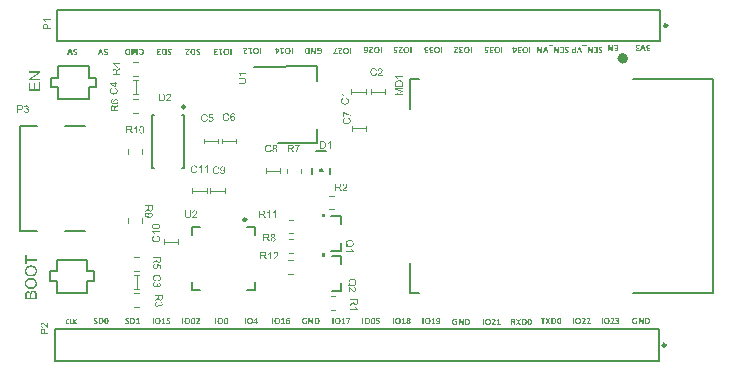
<source format=gto>
G04*
G04 #@! TF.GenerationSoftware,Altium Limited,Altium Designer,25.4.2 (15)*
G04*
G04 Layer_Color=65535*
%FSTAX25Y25*%
%MOIN*%
G70*
G04*
G04 #@! TF.SameCoordinates,9F79833E-919C-48C8-8BE8-C58A611C57C3*
G04*
G04*
G04 #@! TF.FilePolarity,Positive*
G04*
G01*
G75*
%ADD10C,0.00984*%
%ADD11C,0.01968*%
%ADD12C,0.00472*%
%ADD13C,0.00787*%
%ADD14C,0.00394*%
G36*
X-0121992Y-0005429D02*
X-0121963Y-0005433D01*
X-0121956D01*
X-0121941Y-0005436D01*
X-0121923Y-000544D01*
X-0121905Y-0005444D01*
X-0121901D01*
X-0121894Y-0005447D01*
X-0121887Y-0005455D01*
X-0121879Y-0005462D01*
Y-0005466D01*
X-0121876Y-0005473D01*
X-0121872Y-0005491D01*
Y-0007322D01*
Y-0007326D01*
Y-0007333D01*
X-0121876Y-0007347D01*
Y-0007362D01*
X-012189Y-0007398D01*
X-0121897Y-0007417D01*
X-0121912Y-0007431D01*
X-0121916Y-0007435D01*
X-0121919Y-0007438D01*
X-0121941Y-0007453D01*
X-0121974Y-0007464D01*
X-0121996Y-0007471D01*
X-0122272D01*
X-0122305Y-0007468D01*
X-0122338Y-000746D01*
X-0122342D01*
X-0122345Y-0007457D01*
X-0122363Y-0007453D01*
X-0122389Y-0007442D01*
X-0122411Y-0007424D01*
X-0122418Y-000742D01*
X-0122432Y-0007409D01*
X-0122451Y-0007387D01*
X-0122473Y-0007358D01*
X-0122476Y-0007351D01*
X-0122491Y-0007329D01*
X-0122509Y-00073D01*
X-0122531Y-0007256D01*
X-0122931Y-0006514D01*
Y-000651D01*
X-0122938Y-0006503D01*
X-0122942Y-0006488D01*
X-0122953Y-000647D01*
X-0122971Y-0006426D01*
X-0122997Y-0006379D01*
Y-0006375D01*
X-0123004Y-0006368D01*
X-0123011Y-0006354D01*
X-0123019Y-0006339D01*
X-012304Y-0006295D01*
X-0123062Y-0006248D01*
Y-0006244D01*
X-012307Y-0006237D01*
X-0123073Y-0006223D01*
X-0123084Y-0006208D01*
X-0123102Y-0006168D01*
X-0123124Y-0006121D01*
Y-0006117D01*
X-0123131Y-000611D01*
X-0123135Y-0006099D01*
X-0123146Y-0006081D01*
X-0123164Y-0006044D01*
X-0123186Y-0005997D01*
Y-0006001D01*
Y-0006015D01*
Y-0006037D01*
X-0123182Y-0006066D01*
Y-0006103D01*
Y-0006139D01*
X-0123179Y-0006226D01*
Y-0006234D01*
Y-0006248D01*
Y-000627D01*
Y-0006299D01*
Y-0006335D01*
Y-0006372D01*
Y-0006452D01*
Y-0007409D01*
Y-0007413D01*
Y-0007417D01*
X-0123186Y-0007435D01*
X-012319Y-0007438D01*
X-0123193Y-0007442D01*
X-0123204Y-0007449D01*
X-0123219Y-0007457D01*
X-0123222Y-000746D01*
X-0123233Y-0007464D01*
X-0123251Y-0007468D01*
X-0123277Y-0007471D01*
X-0123284D01*
X-0123302Y-0007475D01*
X-0123331Y-0007478D01*
X-0123401D01*
X-0123426Y-0007475D01*
X-0123455Y-0007471D01*
X-0123463D01*
X-0123477Y-0007468D01*
X-0123495Y-0007464D01*
X-012351Y-0007457D01*
X-0123513D01*
X-0123521Y-0007453D01*
X-0123532Y-0007446D01*
X-0123539Y-0007435D01*
X-0123543D01*
X-0123546Y-0007428D01*
X-012355Y-000742D01*
Y-0007409D01*
Y-0005578D01*
Y-0005571D01*
Y-0005556D01*
X-0123543Y-0005535D01*
X-0123535Y-0005513D01*
X-0123532Y-0005509D01*
X-0123528Y-0005498D01*
X-0123517Y-0005484D01*
X-0123503Y-0005466D01*
X-0123499Y-0005462D01*
X-0123488Y-0005455D01*
X-0123474Y-0005447D01*
X-0123452Y-000544D01*
X-0123448D01*
X-0123433Y-0005436D01*
X-0123415Y-0005433D01*
X-0123186D01*
X-0123153Y-0005436D01*
X-012312Y-0005444D01*
X-0123113Y-0005447D01*
X-0123095Y-0005451D01*
X-0123073Y-0005466D01*
X-0123048Y-000548D01*
X-012304Y-0005487D01*
X-0123026Y-0005502D01*
X-0123008Y-0005527D01*
X-0122982Y-000556D01*
Y-0005564D01*
X-0122978Y-0005571D01*
X-0122971Y-0005582D01*
X-0122964Y-0005597D01*
X-0122942Y-0005637D01*
X-0122913Y-0005688D01*
X-0122403Y-0006641D01*
X-01224Y-0006645D01*
X-0122396Y-0006656D01*
X-0122389Y-0006674D01*
X-0122374Y-0006696D01*
X-0122363Y-0006721D01*
X-0122345Y-0006754D01*
X-0122312Y-0006823D01*
X-0122309Y-0006827D01*
X-0122305Y-0006841D01*
X-0122298Y-000686D01*
X-0122287Y-0006885D01*
X-0122272Y-0006914D01*
X-0122261Y-0006947D01*
X-0122232Y-0007016D01*
X-0122229D01*
Y-0007012D01*
Y-0006998D01*
X-0122232Y-0006972D01*
Y-0006943D01*
X-0122236Y-0006911D01*
Y-0006871D01*
X-0122239Y-0006787D01*
Y-0006783D01*
Y-0006769D01*
Y-0006747D01*
X-0122243Y-0006718D01*
Y-0006681D01*
Y-0006645D01*
Y-0006558D01*
Y-0005491D01*
Y-0005487D01*
Y-0005484D01*
X-0122239Y-0005473D01*
X-0122232Y-0005462D01*
X-0122225Y-0005455D01*
X-0122218Y-0005451D01*
X-0122203Y-0005444D01*
X-0122199D01*
X-0122189Y-000544D01*
X-012217Y-0005436D01*
X-0122145Y-0005433D01*
X-0122138D01*
X-0122119Y-0005429D01*
X-012209Y-0005426D01*
X-0122021D01*
X-0121992Y-0005429D01*
D02*
G37*
G36*
X-0120689Y-0005404D02*
X-0120663D01*
X-0120605Y-0005407D01*
X-0120536Y-0005418D01*
X-0120463Y-0005429D01*
X-0120387Y-0005447D01*
X-0120314Y-0005469D01*
X-012031D01*
X-0120307Y-0005473D01*
X-0120296Y-0005476D01*
X-0120281Y-0005484D01*
X-0120245Y-0005498D01*
X-0120201Y-000552D01*
X-012015Y-0005549D01*
X-0120096Y-0005582D01*
X-0120041Y-0005622D01*
X-0119986Y-0005669D01*
X-0119979Y-0005677D01*
X-0119965Y-0005695D01*
X-0119939Y-000572D01*
X-011991Y-000576D01*
X-0119877Y-0005808D01*
X-0119844Y-0005862D01*
X-0119812Y-0005924D01*
X-0119782Y-0005993D01*
Y-0005997D01*
X-0119779Y-0006001D01*
X-0119775Y-0006011D01*
X-0119772Y-0006026D01*
X-0119768Y-0006044D01*
X-0119761Y-0006066D01*
X-011975Y-0006121D01*
X-0119735Y-0006186D01*
X-0119724Y-0006259D01*
X-0119717Y-0006343D01*
X-0119713Y-000643D01*
Y-0006434D01*
Y-0006441D01*
Y-0006456D01*
Y-0006474D01*
X-0119717Y-0006496D01*
Y-0006521D01*
X-0119724Y-0006579D01*
X-0119732Y-0006649D01*
X-0119743Y-0006725D01*
X-0119761Y-0006801D01*
X-0119786Y-0006878D01*
Y-0006882D01*
X-011979Y-0006885D01*
X-0119793Y-0006896D01*
X-0119801Y-0006911D01*
X-0119819Y-0006947D01*
X-0119841Y-0006994D01*
X-0119873Y-0007049D01*
X-011991Y-0007103D01*
X-0119954Y-0007162D01*
X-0120001Y-0007216D01*
X-0120008Y-0007224D01*
X-0120026Y-0007238D01*
X-0120055Y-0007264D01*
X-0120096Y-0007296D01*
X-0120143Y-0007333D01*
X-0120201Y-0007366D01*
X-0120267Y-0007402D01*
X-0120336Y-0007431D01*
X-012034D01*
X-0120343Y-0007435D01*
X-0120354Y-0007438D01*
X-0120372Y-0007442D01*
X-012039Y-0007449D01*
X-0120412Y-0007457D01*
X-0120463Y-0007471D01*
X-0120529Y-0007482D01*
X-0120601Y-0007497D01*
X-0120685Y-0007504D01*
X-0120773Y-0007508D01*
X-012082D01*
X-0120853Y-0007504D01*
X-0120889D01*
X-0120929Y-00075D01*
X-0121013Y-0007489D01*
X-0121017D01*
X-0121031Y-0007486D01*
X-0121053Y-0007482D01*
X-0121078Y-0007478D01*
X-0121107Y-0007471D01*
X-012114Y-000746D01*
X-0121202Y-0007442D01*
X-0121206D01*
X-0121217Y-0007438D01*
X-0121231Y-0007431D01*
X-0121249Y-0007428D01*
X-0121293Y-0007409D01*
X-0121337Y-0007387D01*
X-0121341D01*
X-0121344Y-0007384D01*
X-0121366Y-0007369D01*
X-0121391Y-0007355D01*
X-012141Y-0007337D01*
X-0121413Y-0007333D01*
X-0121421Y-0007322D01*
X-0121432Y-00073D01*
X-0121442Y-0007275D01*
X-0121446Y-0007267D01*
Y-0007256D01*
X-012145Y-0007245D01*
Y-0007227D01*
X-0121453Y-0007205D01*
Y-0007184D01*
Y-0007154D01*
Y-0007151D01*
Y-0007147D01*
Y-0007129D01*
X-012145Y-0007103D01*
X-0121446Y-0007078D01*
Y-0007074D01*
X-0121442Y-000706D01*
X-0121439Y-0007042D01*
X-0121435Y-0007023D01*
Y-000702D01*
X-0121432Y-0007012D01*
X-0121424Y-0007005D01*
X-0121417Y-0006998D01*
X-0121413Y-0006994D01*
X-0121395Y-0006991D01*
X-0121391D01*
X-0121377Y-0006994D01*
X-0121355Y-0007002D01*
X-0121326Y-0007016D01*
X-0121322D01*
X-0121319Y-000702D01*
X-0121308Y-0007027D01*
X-0121293Y-0007034D01*
X-0121257Y-0007056D01*
X-0121206Y-0007078D01*
X-0121202D01*
X-0121191Y-0007085D01*
X-0121177Y-0007089D01*
X-0121155Y-00071D01*
X-0121129Y-0007107D01*
X-01211Y-0007118D01*
X-0121064Y-0007129D01*
X-0121027Y-000714D01*
X-0121024D01*
X-0121009Y-0007144D01*
X-0120987Y-0007151D01*
X-0120958Y-0007154D01*
X-0120922Y-0007162D01*
X-0120882Y-0007165D01*
X-0120835Y-0007169D01*
X-0120758D01*
X-0120733Y-0007165D01*
X-0120696Y-0007162D01*
X-0120656Y-0007154D01*
X-0120609Y-0007147D01*
X-0120565Y-0007133D01*
X-0120518Y-0007114D01*
X-0120514Y-0007111D01*
X-01205Y-0007103D01*
X-0120474Y-0007093D01*
X-0120449Y-0007078D01*
X-0120416Y-0007056D01*
X-0120379Y-0007031D01*
X-0120347Y-0007002D01*
X-0120314Y-0006969D01*
X-012031Y-0006965D01*
X-0120299Y-0006954D01*
X-0120285Y-0006932D01*
X-0120267Y-0006907D01*
X-0120245Y-0006874D01*
X-0120223Y-0006838D01*
X-0120201Y-0006794D01*
X-0120183Y-0006747D01*
Y-000674D01*
X-0120176Y-0006725D01*
X-0120168Y-0006696D01*
X-0120161Y-0006663D01*
X-0120154Y-0006619D01*
X-0120147Y-0006568D01*
X-0120143Y-0006514D01*
X-0120139Y-0006456D01*
Y-0006452D01*
Y-0006448D01*
Y-0006426D01*
X-0120143Y-0006394D01*
X-0120147Y-000635D01*
X-012015Y-0006303D01*
X-0120158Y-0006252D01*
X-0120168Y-0006197D01*
X-0120183Y-0006146D01*
X-0120187Y-0006139D01*
X-012019Y-0006124D01*
X-0120201Y-0006099D01*
X-0120216Y-000607D01*
X-0120238Y-0006033D01*
X-0120259Y-0005997D01*
X-0120285Y-0005961D01*
X-0120314Y-0005924D01*
X-0120318Y-000592D01*
X-0120328Y-000591D01*
X-0120347Y-0005895D01*
X-0120372Y-0005873D01*
X-0120401Y-0005851D01*
X-0120434Y-000583D01*
X-012047Y-0005808D01*
X-0120514Y-000579D01*
X-0120518D01*
X-0120536Y-0005782D01*
X-0120558Y-0005775D01*
X-0120591Y-0005768D01*
X-0120627Y-000576D01*
X-0120671Y-0005753D01*
X-0120722Y-0005749D01*
X-0120773Y-0005746D01*
X-0120798D01*
X-0120816Y-0005749D01*
X-012086Y-0005753D01*
X-0120911Y-000576D01*
X-0120915D01*
X-0120922Y-0005764D01*
X-0120936Y-0005768D01*
X-0120955Y-0005771D01*
X-0120995Y-0005786D01*
X-0121038Y-0005808D01*
Y-0006281D01*
X-0120645D01*
X-0120634Y-0006284D01*
X-012062Y-0006295D01*
X-0120605Y-0006314D01*
Y-0006317D01*
X-0120601Y-0006321D01*
Y-0006328D01*
X-0120598Y-0006343D01*
X-0120594Y-0006357D01*
Y-0006379D01*
X-0120591Y-0006405D01*
Y-0006434D01*
Y-0006437D01*
Y-0006441D01*
Y-0006459D01*
Y-0006485D01*
X-0120594Y-0006507D01*
Y-0006514D01*
X-0120598Y-0006525D01*
X-0120601Y-0006543D01*
X-0120605Y-0006558D01*
Y-0006561D01*
X-0120609Y-0006568D01*
X-0120616Y-0006576D01*
X-0120623Y-0006583D01*
X-0120627Y-0006587D01*
X-0120631Y-000659D01*
X-0120638Y-0006594D01*
X-0121351D01*
X-0121366Y-000659D01*
X-012138Y-0006583D01*
X-0121384D01*
X-0121395Y-0006576D01*
X-0121406Y-0006568D01*
X-0121417Y-0006558D01*
X-0121421Y-0006554D01*
X-0121424Y-0006547D01*
X-0121432Y-0006532D01*
X-0121439Y-0006514D01*
X-0121442Y-000651D01*
X-0121446Y-0006499D01*
X-012145Y-0006481D01*
Y-0006459D01*
Y-0005647D01*
Y-0005644D01*
Y-000564D01*
X-0121446Y-0005618D01*
X-0121442Y-0005593D01*
X-0121432Y-0005564D01*
X-0121428Y-000556D01*
X-0121417Y-0005546D01*
X-0121395Y-0005527D01*
X-0121362Y-0005509D01*
X-0121359D01*
X-0121355Y-0005506D01*
X-0121341Y-0005502D01*
X-0121326Y-0005498D01*
X-0121286Y-0005484D01*
X-0121235Y-0005466D01*
X-0121231D01*
X-0121224Y-0005462D01*
X-0121206Y-0005458D01*
X-0121188Y-0005455D01*
X-0121166Y-0005447D01*
X-0121137Y-0005444D01*
X-0121078Y-0005433D01*
X-0121075D01*
X-0121064Y-0005429D01*
X-0121049D01*
X-0121027Y-0005426D01*
X-0121002Y-0005422D01*
X-0120976Y-0005418D01*
X-0120915Y-0005411D01*
X-01209D01*
X-0120886Y-0005407D01*
X-0120864D01*
X-0120838Y-0005404D01*
X-0120813D01*
X-0120751Y-00054D01*
X-0120711D01*
X-0120689Y-0005404D01*
D02*
G37*
G36*
X-0124085Y-000544D02*
X-0124056Y-0005447D01*
X-0124027Y-0005466D01*
X-0124023Y-0005473D01*
X-0124012Y-0005487D01*
X-0123998Y-000552D01*
X-0123994Y-0005538D01*
Y-0005564D01*
Y-000734D01*
Y-0007344D01*
Y-0007351D01*
X-0123998Y-0007362D01*
Y-000738D01*
X-0124009Y-0007409D01*
X-0124016Y-0007428D01*
X-0124027Y-0007438D01*
X-0124034Y-0007442D01*
X-0124052Y-0007457D01*
X-0124078Y-0007468D01*
X-0124114Y-0007471D01*
X-0124686D01*
X-0124707Y-0007468D01*
X-0124737D01*
X-0124799Y-0007464D01*
X-0124871Y-0007457D01*
X-0124948Y-0007442D01*
X-0125028Y-0007428D01*
X-0125101Y-0007406D01*
X-0125104D01*
X-0125108Y-0007402D01*
X-0125119Y-0007398D01*
X-0125133Y-0007395D01*
X-0125166Y-000738D01*
X-012521Y-0007358D01*
X-0125261Y-0007333D01*
X-0125315Y-00073D01*
X-0125366Y-000726D01*
X-0125417Y-0007216D01*
X-0125425Y-0007209D01*
X-0125439Y-0007194D01*
X-0125461Y-0007169D01*
X-012549Y-0007133D01*
X-0125523Y-0007085D01*
X-0125556Y-0007034D01*
X-0125588Y-0006972D01*
X-0125618Y-0006907D01*
Y-0006903D01*
X-0125621Y-00069D01*
X-0125625Y-0006889D01*
X-0125628Y-0006874D01*
X-0125639Y-0006838D01*
X-0125654Y-0006787D01*
X-0125665Y-0006721D01*
X-0125676Y-0006652D01*
X-0125683Y-0006568D01*
X-0125687Y-0006481D01*
Y-0006477D01*
Y-000647D01*
Y-0006456D01*
Y-0006434D01*
X-0125683Y-0006408D01*
Y-0006383D01*
X-0125676Y-0006317D01*
X-0125668Y-0006241D01*
X-0125654Y-0006161D01*
X-0125636Y-0006077D01*
X-012561Y-0006001D01*
Y-0005997D01*
X-0125607Y-0005993D01*
X-0125603Y-0005982D01*
X-0125596Y-0005968D01*
X-0125581Y-0005931D01*
X-0125556Y-0005888D01*
X-0125526Y-0005837D01*
X-012549Y-0005782D01*
X-0125446Y-0005728D01*
X-0125399Y-0005677D01*
X-0125392Y-0005673D01*
X-0125374Y-0005655D01*
X-0125345Y-0005633D01*
X-0125308Y-0005607D01*
X-0125261Y-0005578D01*
X-0125203Y-0005549D01*
X-0125137Y-000552D01*
X-0125068Y-0005495D01*
X-0125064D01*
X-012506Y-0005491D01*
X-012505D01*
X-0125031Y-0005487D01*
X-0125013Y-000548D01*
X-0124991Y-0005476D01*
X-0124937Y-0005466D01*
X-0124868Y-0005455D01*
X-0124787Y-0005447D01*
X-01247Y-000544D01*
X-0124602Y-0005436D01*
X-0124107D01*
X-0124085Y-000544D01*
D02*
G37*
G36*
X-0075347Y-0095696D02*
X-0075311D01*
X-0075271Y-00957D01*
X-0075187Y-0095711D01*
X-0075183D01*
X-0075169Y-0095714D01*
X-0075147Y-0095718D01*
X-0075122Y-0095722D01*
X-0075093Y-0095729D01*
X-007506Y-009574D01*
X-0074998Y-0095758D01*
X-0074994D01*
X-0074983Y-0095762D01*
X-0074969Y-0095769D01*
X-007495Y-0095772D01*
X-0074907Y-0095791D01*
X-0074863Y-0095813D01*
X-0074859D01*
X-0074856Y-0095816D01*
X-0074834Y-0095831D01*
X-0074809Y-0095845D01*
X-007479Y-0095863D01*
X-0074787Y-0095867D01*
X-0074779Y-0095878D01*
X-0074769Y-00959D01*
X-0074758Y-0095925D01*
X-0074754Y-0095933D01*
Y-0095944D01*
X-007475Y-0095955D01*
Y-0095973D01*
X-0074747Y-0095995D01*
Y-0096016D01*
Y-0096046D01*
Y-0096049D01*
Y-0096053D01*
Y-0096071D01*
X-007475Y-0096096D01*
X-0074754Y-0096122D01*
Y-0096126D01*
X-0074758Y-009614D01*
X-0074761Y-0096158D01*
X-0074765Y-0096177D01*
Y-009618D01*
X-0074769Y-0096188D01*
X-0074776Y-0096195D01*
X-0074783Y-0096202D01*
X-0074787Y-0096206D01*
X-0074805Y-0096209D01*
X-0074809D01*
X-0074823Y-0096206D01*
X-0074845Y-0096198D01*
X-0074874Y-0096184D01*
X-0074878D01*
X-0074881Y-009618D01*
X-0074892Y-0096173D01*
X-0074907Y-0096166D01*
X-0074943Y-0096144D01*
X-0074994Y-0096122D01*
X-0074998D01*
X-0075009Y-0096115D01*
X-0075023Y-0096111D01*
X-0075045Y-00961D01*
X-0075071Y-0096093D01*
X-00751Y-0096082D01*
X-0075136Y-0096071D01*
X-0075173Y-009606D01*
X-0075176D01*
X-0075191Y-0096056D01*
X-0075213Y-0096049D01*
X-0075242Y-0096046D01*
X-0075278Y-0096038D01*
X-0075318Y-0096035D01*
X-0075366Y-0096031D01*
X-0075442D01*
X-0075467Y-0096035D01*
X-0075504Y-0096038D01*
X-0075544Y-0096046D01*
X-0075591Y-0096053D01*
X-0075635Y-0096067D01*
X-0075682Y-0096086D01*
X-0075686Y-0096089D01*
X-00757Y-0096096D01*
X-0075726Y-0096107D01*
X-0075751Y-0096122D01*
X-0075784Y-0096144D01*
X-007582Y-0096169D01*
X-0075853Y-0096198D01*
X-0075886Y-0096231D01*
X-007589Y-0096235D01*
X-0075901Y-0096246D01*
X-0075915Y-0096268D01*
X-0075933Y-0096293D01*
X-0075955Y-0096326D01*
X-0075977Y-0096362D01*
X-0075999Y-0096406D01*
X-0076017Y-0096453D01*
Y-009646D01*
X-0076024Y-0096475D01*
X-0076032Y-0096504D01*
X-0076039Y-0096537D01*
X-0076046Y-0096581D01*
X-0076054Y-0096632D01*
X-0076057Y-0096686D01*
X-0076061Y-0096744D01*
Y-0096748D01*
Y-0096752D01*
Y-0096773D01*
X-0076057Y-0096806D01*
X-0076054Y-009685D01*
X-007605Y-0096897D01*
X-0076042Y-0096948D01*
X-0076032Y-0097003D01*
X-0076017Y-0097054D01*
X-0076013Y-0097061D01*
X-007601Y-0097076D01*
X-0075999Y-0097101D01*
X-0075984Y-009713D01*
X-0075963Y-0097167D01*
X-0075941Y-0097203D01*
X-0075915Y-0097239D01*
X-0075886Y-0097276D01*
X-0075882Y-009728D01*
X-0075871Y-009729D01*
X-0075853Y-0097305D01*
X-0075828Y-0097327D01*
X-0075799Y-0097349D01*
X-0075766Y-009737D01*
X-007573Y-0097392D01*
X-0075686Y-0097411D01*
X-0075682D01*
X-0075664Y-0097418D01*
X-0075642Y-0097425D01*
X-0075609Y-0097432D01*
X-0075573Y-009744D01*
X-0075529Y-0097447D01*
X-0075478Y-0097451D01*
X-0075427Y-0097454D01*
X-0075402D01*
X-0075384Y-0097451D01*
X-007534Y-0097447D01*
X-0075289Y-009744D01*
X-0075285D01*
X-0075278Y-0097436D01*
X-0075264Y-0097432D01*
X-0075245Y-0097429D01*
X-0075205Y-0097414D01*
X-0075162Y-0097392D01*
Y-0096919D01*
X-0075555D01*
X-0075566Y-0096916D01*
X-007558Y-0096905D01*
X-0075595Y-0096886D01*
Y-0096883D01*
X-0075599Y-0096879D01*
Y-0096872D01*
X-0075602Y-0096857D01*
X-0075606Y-0096843D01*
Y-0096821D01*
X-0075609Y-0096795D01*
Y-0096766D01*
Y-0096763D01*
Y-0096759D01*
Y-0096741D01*
Y-0096715D01*
X-0075606Y-0096693D01*
Y-0096686D01*
X-0075602Y-0096675D01*
X-0075599Y-0096657D01*
X-0075595Y-0096643D01*
Y-0096639D01*
X-0075591Y-0096632D01*
X-0075584Y-0096624D01*
X-0075577Y-0096617D01*
X-0075573Y-0096613D01*
X-0075569Y-009661D01*
X-0075562Y-0096606D01*
X-0074849D01*
X-0074834Y-009661D01*
X-0074819Y-0096617D01*
X-0074816D01*
X-0074805Y-0096624D01*
X-0074794Y-0096632D01*
X-0074783Y-0096643D01*
X-0074779Y-0096646D01*
X-0074776Y-0096653D01*
X-0074769Y-0096668D01*
X-0074761Y-0096686D01*
X-0074758Y-009669D01*
X-0074754Y-0096701D01*
X-007475Y-0096719D01*
Y-0096741D01*
Y-0097553D01*
Y-0097556D01*
Y-009756D01*
X-0074754Y-0097582D01*
X-0074758Y-0097607D01*
X-0074769Y-0097636D01*
X-0074772Y-009764D01*
X-0074783Y-0097654D01*
X-0074805Y-0097673D01*
X-0074838Y-0097691D01*
X-0074841D01*
X-0074845Y-0097694D01*
X-0074859Y-0097698D01*
X-0074874Y-0097702D01*
X-0074914Y-0097716D01*
X-0074965Y-0097734D01*
X-0074969D01*
X-0074976Y-0097738D01*
X-0074994Y-0097742D01*
X-0075012Y-0097745D01*
X-0075034Y-0097753D01*
X-0075063Y-0097756D01*
X-0075122Y-0097767D01*
X-0075125D01*
X-0075136Y-0097771D01*
X-0075151D01*
X-0075173Y-0097774D01*
X-0075198Y-0097778D01*
X-0075223Y-0097782D01*
X-0075285Y-0097789D01*
X-00753D01*
X-0075314Y-0097793D01*
X-0075336D01*
X-0075362Y-0097796D01*
X-0075387D01*
X-0075449Y-00978D01*
X-0075489D01*
X-0075511Y-0097796D01*
X-0075537D01*
X-0075595Y-0097793D01*
X-0075664Y-0097782D01*
X-0075737Y-0097771D01*
X-0075813Y-0097753D01*
X-0075886Y-0097731D01*
X-007589D01*
X-0075893Y-0097727D01*
X-0075904Y-0097724D01*
X-0075919Y-0097716D01*
X-0075955Y-0097702D01*
X-0075999Y-009768D01*
X-007605Y-0097651D01*
X-0076104Y-0097618D01*
X-0076159Y-0097578D01*
X-0076214Y-0097531D01*
X-0076221Y-0097523D01*
X-0076236Y-0097505D01*
X-0076261Y-009748D01*
X-007629Y-009744D01*
X-0076323Y-0097392D01*
X-0076356Y-0097338D01*
X-0076388Y-0097276D01*
X-0076417Y-0097207D01*
Y-0097203D01*
X-0076421Y-0097199D01*
X-0076425Y-0097189D01*
X-0076428Y-0097174D01*
X-0076432Y-0097156D01*
X-0076439Y-0097134D01*
X-007645Y-0097079D01*
X-0076465Y-0097014D01*
X-0076476Y-0096941D01*
X-0076483Y-0096857D01*
X-0076487Y-009677D01*
Y-0096766D01*
Y-0096759D01*
Y-0096744D01*
Y-0096726D01*
X-0076483Y-0096704D01*
Y-0096679D01*
X-0076476Y-0096621D01*
X-0076468Y-0096552D01*
X-0076458Y-0096475D01*
X-0076439Y-0096399D01*
X-0076414Y-0096322D01*
Y-0096319D01*
X-007641Y-0096315D01*
X-0076407Y-0096304D01*
X-0076399Y-0096289D01*
X-0076381Y-0096253D01*
X-0076359Y-0096206D01*
X-0076327Y-0096151D01*
X-007629Y-0096096D01*
X-0076246Y-0096038D01*
X-0076199Y-0095984D01*
X-0076192Y-0095976D01*
X-0076174Y-0095962D01*
X-0076144Y-0095936D01*
X-0076104Y-0095904D01*
X-0076057Y-0095867D01*
X-0075999Y-0095834D01*
X-0075933Y-0095798D01*
X-0075864Y-0095769D01*
X-0075861D01*
X-0075857Y-0095765D01*
X-0075846Y-0095762D01*
X-0075828Y-0095758D01*
X-007581Y-0095751D01*
X-0075788Y-0095743D01*
X-0075737Y-0095729D01*
X-0075671Y-0095718D01*
X-0075599Y-0095703D01*
X-0075515Y-0095696D01*
X-0075427Y-0095692D01*
X-007538D01*
X-0075347Y-0095696D01*
D02*
G37*
G36*
X-0072774Y-0095725D02*
X-0072745Y-0095729D01*
X-0072737D01*
X-0072723Y-0095732D01*
X-0072705Y-0095736D01*
X-007269Y-0095743D01*
X-0072686D01*
X-0072679Y-0095747D01*
X-0072668Y-0095754D01*
X-0072661Y-0095765D01*
X-0072657D01*
X-0072654Y-0095772D01*
X-007265Y-009578D01*
Y-0095791D01*
Y-0097622D01*
Y-0097629D01*
Y-0097644D01*
X-0072657Y-0097665D01*
X-0072665Y-0097687D01*
X-0072668Y-0097691D01*
X-0072672Y-0097702D01*
X-0072683Y-0097716D01*
X-0072697Y-0097734D01*
X-0072701Y-0097738D01*
X-0072712Y-0097745D01*
X-0072727Y-0097753D01*
X-0072748Y-009776D01*
X-0072752D01*
X-0072767Y-0097764D01*
X-0072785Y-0097767D01*
X-0073014D01*
X-0073047Y-0097764D01*
X-007308Y-0097756D01*
X-0073087Y-0097753D01*
X-0073105Y-0097749D01*
X-0073127Y-0097734D01*
X-0073152Y-009772D01*
X-007316Y-0097713D01*
X-0073174Y-0097698D01*
X-0073192Y-0097673D01*
X-0073218Y-009764D01*
Y-0097636D01*
X-0073221Y-0097629D01*
X-0073229Y-0097618D01*
X-0073236Y-0097603D01*
X-0073258Y-0097563D01*
X-0073287Y-0097512D01*
X-0073797Y-0096559D01*
X-00738Y-0096555D01*
X-0073804Y-0096544D01*
X-0073811Y-0096526D01*
X-0073826Y-0096504D01*
X-0073837Y-0096479D01*
X-0073855Y-0096446D01*
X-0073888Y-0096377D01*
X-0073891Y-0096373D01*
X-0073895Y-0096359D01*
X-0073902Y-009634D01*
X-0073913Y-0096315D01*
X-0073928Y-0096286D01*
X-0073939Y-0096253D01*
X-0073968Y-0096184D01*
X-0073971D01*
Y-0096188D01*
Y-0096202D01*
X-0073968Y-0096228D01*
Y-0096257D01*
X-0073964Y-0096289D01*
Y-0096329D01*
X-0073961Y-0096413D01*
Y-0096417D01*
Y-0096431D01*
Y-0096453D01*
X-0073957Y-0096482D01*
Y-0096519D01*
Y-0096555D01*
Y-0096643D01*
Y-0097709D01*
Y-0097713D01*
Y-0097716D01*
X-0073961Y-0097727D01*
X-0073968Y-0097738D01*
X-0073975Y-0097745D01*
X-0073982Y-0097749D01*
X-0073997Y-0097756D01*
X-0074001D01*
X-0074011Y-009776D01*
X-007403Y-0097764D01*
X-0074055Y-0097767D01*
X-0074062D01*
X-0074081Y-0097771D01*
X-007411Y-0097774D01*
X-0074179D01*
X-0074208Y-0097771D01*
X-0074237Y-0097767D01*
X-0074244D01*
X-0074259Y-0097764D01*
X-0074277Y-009776D01*
X-0074295Y-0097756D01*
X-0074299D01*
X-0074306Y-0097753D01*
X-0074313Y-0097745D01*
X-0074321Y-0097738D01*
Y-0097734D01*
X-0074325Y-0097727D01*
X-0074328Y-0097709D01*
Y-0095878D01*
Y-0095874D01*
Y-0095867D01*
X-0074325Y-0095853D01*
Y-0095838D01*
X-007431Y-0095802D01*
X-0074303Y-0095783D01*
X-0074288Y-0095769D01*
X-0074284Y-0095765D01*
X-0074281Y-0095762D01*
X-0074259Y-0095747D01*
X-0074226Y-0095736D01*
X-0074204Y-0095729D01*
X-0073928D01*
X-0073895Y-0095732D01*
X-0073862Y-009574D01*
X-0073858D01*
X-0073855Y-0095743D01*
X-0073837Y-0095747D01*
X-0073811Y-0095758D01*
X-0073789Y-0095776D01*
X-0073782Y-009578D01*
X-0073768Y-0095791D01*
X-0073749Y-0095813D01*
X-0073728Y-0095842D01*
X-0073724Y-0095849D01*
X-0073709Y-0095871D01*
X-0073691Y-00959D01*
X-0073669Y-0095944D01*
X-0073269Y-0096686D01*
Y-009669D01*
X-0073262Y-0096697D01*
X-0073258Y-0096712D01*
X-0073247Y-009673D01*
X-0073229Y-0096773D01*
X-0073203Y-0096821D01*
Y-0096825D01*
X-0073196Y-0096832D01*
X-0073189Y-0096846D01*
X-0073181Y-0096861D01*
X-007316Y-0096905D01*
X-0073138Y-0096952D01*
Y-0096956D01*
X-0073131Y-0096963D01*
X-0073127Y-0096977D01*
X-0073116Y-0096992D01*
X-0073098Y-0097032D01*
X-0073076Y-0097079D01*
Y-0097083D01*
X-0073069Y-009709D01*
X-0073065Y-0097101D01*
X-0073054Y-0097119D01*
X-0073036Y-0097156D01*
X-0073014Y-0097203D01*
Y-0097199D01*
Y-0097185D01*
Y-0097163D01*
X-0073018Y-0097134D01*
Y-0097097D01*
Y-0097061D01*
X-0073021Y-0096974D01*
Y-0096966D01*
Y-0096952D01*
Y-009693D01*
Y-0096901D01*
Y-0096864D01*
Y-0096828D01*
Y-0096748D01*
Y-0095791D01*
Y-0095787D01*
Y-0095783D01*
X-0073014Y-0095765D01*
X-007301Y-0095762D01*
X-0073007Y-0095758D01*
X-0072996Y-0095751D01*
X-0072981Y-0095743D01*
X-0072978Y-009574D01*
X-0072967Y-0095736D01*
X-0072948Y-0095732D01*
X-0072923Y-0095729D01*
X-0072916D01*
X-0072898Y-0095725D01*
X-0072869Y-0095722D01*
X-0072799D01*
X-0072774Y-0095725D01*
D02*
G37*
G36*
X-0071492Y-0095732D02*
X-0071463D01*
X-0071402Y-0095736D01*
X-0071329Y-0095743D01*
X-0071252Y-0095758D01*
X-0071172Y-0095772D01*
X-0071099Y-0095794D01*
X-0071096D01*
X-0071092Y-0095798D01*
X-0071081Y-0095802D01*
X-0071067Y-0095805D01*
X-0071034Y-009582D01*
X-007099Y-0095842D01*
X-0070939Y-0095867D01*
X-0070885Y-00959D01*
X-0070834Y-009594D01*
X-0070783Y-0095984D01*
X-0070776Y-0095991D01*
X-0070761Y-0096005D01*
X-0070739Y-0096031D01*
X-007071Y-0096067D01*
X-0070677Y-0096115D01*
X-0070644Y-0096166D01*
X-0070612Y-0096228D01*
X-0070582Y-0096293D01*
Y-0096297D01*
X-0070579Y-00963D01*
X-0070575Y-0096311D01*
X-0070572Y-0096326D01*
X-0070561Y-0096362D01*
X-0070546Y-0096413D01*
X-0070535Y-0096479D01*
X-0070524Y-0096548D01*
X-0070517Y-0096632D01*
X-0070513Y-0096719D01*
Y-0096723D01*
Y-009673D01*
Y-0096744D01*
Y-0096766D01*
X-0070517Y-0096792D01*
Y-0096817D01*
X-0070524Y-0096883D01*
X-0070532Y-0096959D01*
X-0070546Y-0097039D01*
X-0070564Y-0097123D01*
X-007059Y-0097199D01*
Y-0097203D01*
X-0070594Y-0097207D01*
X-0070597Y-0097218D01*
X-0070604Y-0097232D01*
X-0070619Y-0097269D01*
X-0070644Y-0097312D01*
X-0070674Y-0097363D01*
X-007071Y-0097418D01*
X-0070754Y-0097472D01*
X-0070801Y-0097523D01*
X-0070808Y-0097527D01*
X-0070826Y-0097545D01*
X-0070855Y-0097567D01*
X-0070892Y-0097593D01*
X-0070939Y-0097622D01*
X-0070998Y-0097651D01*
X-0071063Y-009768D01*
X-0071132Y-0097705D01*
X-0071136D01*
X-007114Y-0097709D01*
X-007115D01*
X-0071169Y-0097713D01*
X-0071187Y-009772D01*
X-0071209Y-0097724D01*
X-0071263Y-0097734D01*
X-0071332Y-0097745D01*
X-0071412Y-0097753D01*
X-00715Y-009776D01*
X-0071598Y-0097764D01*
X-0072093D01*
X-0072115Y-009776D01*
X-0072144Y-0097753D01*
X-0072173Y-0097734D01*
X-0072177Y-0097727D01*
X-0072188Y-0097713D01*
X-0072202Y-009768D01*
X-0072206Y-0097662D01*
Y-0097636D01*
Y-009586D01*
Y-0095856D01*
Y-0095849D01*
X-0072202Y-0095838D01*
Y-009582D01*
X-0072191Y-0095791D01*
X-0072184Y-0095772D01*
X-0072173Y-0095762D01*
X-0072166Y-0095758D01*
X-0072148Y-0095743D01*
X-0072122Y-0095732D01*
X-0072086Y-0095729D01*
X-0071514D01*
X-0071492Y-0095732D01*
D02*
G37*
G36*
X-0064811Y-0005104D02*
X-0064782D01*
X-0064753Y-0005107D01*
X-0064688Y-0005115D01*
X-0064684D01*
X-0064673Y-0005118D01*
X-0064658D01*
X-0064636Y-0005122D01*
X-0064589Y-0005129D01*
X-0064535Y-000514D01*
X-0064531D01*
X-0064524Y-0005144D01*
X-0064513Y-0005147D01*
X-0064498Y-0005151D01*
X-0064462Y-0005162D01*
X-0064425Y-0005176D01*
X-0064418Y-000518D01*
X-0064403Y-0005187D01*
X-0064382Y-0005198D01*
X-0064367Y-0005209D01*
Y-0005213D01*
X-006436Y-0005217D01*
X-0064349Y-0005235D01*
Y-0005238D01*
X-0064345Y-0005246D01*
X-0064338Y-0005267D01*
Y-0005271D01*
Y-0005282D01*
X-0064334Y-0005297D01*
Y-0005315D01*
Y-0005322D01*
Y-0005337D01*
Y-0005358D01*
Y-0005388D01*
Y-0005391D01*
Y-0005395D01*
Y-0005413D01*
Y-0005438D01*
Y-000546D01*
Y-0005468D01*
X-0064338Y-0005479D01*
X-0064342Y-0005497D01*
X-0064345Y-0005511D01*
Y-0005515D01*
X-0064349Y-0005522D01*
X-0064356Y-000553D01*
X-006436Y-0005537D01*
X-0064363Y-000554D01*
X-0064367Y-0005544D01*
X-0064374Y-0005548D01*
X-0064389D01*
X-0064396Y-0005544D01*
X-0064411Y-000554D01*
X-0064433Y-000553D01*
X-006444Y-0005526D01*
X-0064455Y-0005519D01*
X-0064484Y-0005504D01*
X-0064516Y-0005486D01*
X-006452D01*
X-0064527Y-0005482D01*
X-0064538Y-0005479D01*
X-0064553Y-0005471D01*
X-0064593Y-000546D01*
X-0064644Y-0005446D01*
X-0064647D01*
X-0064658Y-0005442D01*
X-0064673D01*
X-0064695Y-0005438D01*
X-006472Y-0005435D01*
X-0064753D01*
X-0064789Y-0005431D01*
X-0064859D01*
X-006488Y-0005435D01*
X-0064935Y-0005438D01*
X-006499Y-0005449D01*
X-0064993D01*
X-0065004Y-0005453D01*
X-0065015Y-0005457D01*
X-0065033Y-0005464D01*
X-0065077Y-0005482D01*
X-0065117Y-0005508D01*
X-0065121Y-0005511D01*
X-0065124Y-0005515D01*
X-0065146Y-0005537D01*
X-0065172Y-000557D01*
X-0065197Y-0005613D01*
Y-0005617D01*
X-0065201Y-0005624D01*
X-0065208Y-0005639D01*
X-0065212Y-0005657D01*
X-0065219Y-0005679D01*
X-0065223Y-0005704D01*
X-0065226Y-0005766D01*
Y-000577D01*
Y-0005777D01*
Y-0005792D01*
X-0065223Y-000581D01*
X-0065215Y-0005853D01*
X-0065201Y-0005897D01*
Y-0005901D01*
X-0065197Y-0005908D01*
X-006519Y-0005919D01*
X-0065183Y-0005934D01*
X-0065161Y-0005966D01*
X-0065128Y-0005999D01*
X-0065124Y-0006003D01*
X-0065121Y-0006006D01*
X-0065106Y-0006014D01*
X-0065092Y-0006021D01*
X-0065073Y-0006032D01*
X-0065052Y-0006043D01*
X-0064997Y-0006061D01*
X-0064993D01*
X-0064982Y-0006065D01*
X-0064964Y-0006068D01*
X-0064942Y-0006072D01*
X-0064913Y-0006075D01*
X-006488Y-0006079D01*
X-0064844Y-0006083D01*
X-0064749D01*
X-0064695Y-0006079D01*
X-0064636Y-0006072D01*
X-0064626D01*
X-0064611Y-0006068D01*
X-0064593D01*
X-0064549Y-0006065D01*
X-0064498Y-0006061D01*
X-0064491D01*
X-0064473Y-0006065D01*
X-0064451Y-0006072D01*
X-0064433Y-0006083D01*
X-0064429Y-0006086D01*
X-0064425Y-0006105D01*
X-0064418Y-000613D01*
X-0064415Y-000617D01*
Y-0007051D01*
Y-0007055D01*
Y-0007062D01*
X-0064418Y-0007087D01*
X-0064425Y-0007117D01*
X-0064436Y-0007142D01*
X-006444Y-0007146D01*
X-0064455Y-0007157D01*
X-006448Y-0007168D01*
X-0064516Y-0007171D01*
X-0065485D01*
X-0065496Y-0007168D01*
X-0065503Y-000716D01*
X-0065507Y-0007157D01*
X-006551Y-0007153D01*
X-0065517Y-0007142D01*
X-0065525Y-0007128D01*
Y-0007124D01*
X-0065528Y-0007113D01*
X-0065532Y-0007098D01*
X-0065536Y-0007077D01*
Y-0007069D01*
X-0065539Y-0007055D01*
X-0065543Y-0007029D01*
Y-0006996D01*
Y-0006993D01*
Y-0006982D01*
Y-0006964D01*
X-0065539Y-0006945D01*
X-0065536Y-0006898D01*
X-0065532Y-0006876D01*
X-0065525Y-0006858D01*
X-0065521Y-0006851D01*
X-0065514Y-000684D01*
X-0065496Y-0006825D01*
X-0065488Y-0006822D01*
X-0065477Y-0006818D01*
X-0064757D01*
Y-0006381D01*
X-0064767D01*
X-0064779Y-0006385D01*
X-0064789D01*
X-0064826Y-0006389D01*
X-0064884D01*
X-0064899Y-0006392D01*
X-0065008D01*
X-0065037Y-0006389D01*
X-0065077D01*
X-0065121Y-0006381D01*
X-0065172Y-0006374D01*
X-0065223Y-0006367D01*
X-006527Y-0006352D01*
X-0065277D01*
X-0065292Y-0006345D01*
X-0065317Y-0006334D01*
X-0065346Y-0006323D01*
X-0065379Y-0006305D01*
X-0065416Y-0006287D01*
X-0065452Y-0006261D01*
X-0065485Y-0006236D01*
X-0065488Y-0006232D01*
X-0065499Y-0006221D01*
X-0065514Y-0006207D01*
X-0065536Y-0006185D01*
X-0065557Y-0006159D01*
X-0065579Y-0006126D01*
X-0065601Y-000609D01*
X-0065619Y-000605D01*
X-0065623Y-0006046D01*
X-0065627Y-0006032D01*
X-0065634Y-0006006D01*
X-0065645Y-0005977D01*
X-0065652Y-0005941D01*
X-0065659Y-0005897D01*
X-0065663Y-000585D01*
X-0065667Y-0005795D01*
Y-0005788D01*
Y-0005766D01*
X-0065663Y-0005737D01*
X-0065659Y-0005697D01*
X-0065652Y-000565D01*
X-0065641Y-0005602D01*
X-0065627Y-0005551D01*
X-0065608Y-00055D01*
X-0065605Y-0005493D01*
X-0065597Y-0005479D01*
X-0065583Y-0005453D01*
X-0065565Y-0005424D01*
X-0065543Y-0005388D01*
X-0065514Y-0005351D01*
X-0065481Y-0005315D01*
X-0065445Y-0005278D01*
X-0065441Y-0005275D01*
X-0065426Y-0005264D01*
X-0065404Y-0005249D01*
X-0065375Y-0005227D01*
X-0065339Y-0005206D01*
X-0065295Y-0005184D01*
X-0065248Y-0005162D01*
X-0065193Y-0005144D01*
X-0065186D01*
X-0065168Y-0005136D01*
X-0065139Y-0005129D01*
X-0065099Y-0005122D01*
X-0065052Y-0005115D01*
X-0064997Y-0005107D01*
X-0064935Y-0005104D01*
X-0064869Y-00051D01*
X-0064837D01*
X-0064811Y-0005104D01*
D02*
G37*
G36*
X-0063195D02*
X-0063166D01*
X-0063133Y-0005107D01*
X-0063064Y-0005118D01*
X-006306D01*
X-006305Y-0005122D01*
X-0063031Y-0005125D01*
X-0063009Y-0005129D01*
X-0062959Y-000514D01*
X-0062904Y-0005151D01*
X-00629D01*
X-0062893Y-0005155D01*
X-0062878Y-0005158D01*
X-0062864Y-0005165D01*
X-0062827Y-000518D01*
X-0062787Y-0005198D01*
X-006278Y-0005202D01*
X-0062766Y-0005213D01*
X-0062744Y-0005224D01*
X-0062729Y-0005235D01*
X-0062726Y-0005238D01*
X-0062722Y-0005242D01*
X-0062707Y-000526D01*
Y-0005264D01*
X-0062704Y-0005271D01*
X-00627Y-0005286D01*
X-0062693Y-00053D01*
Y-0005304D01*
X-0062689Y-0005315D01*
Y-0005329D01*
X-0062686Y-0005351D01*
Y-0005358D01*
Y-0005373D01*
Y-0005398D01*
Y-0005431D01*
Y-0005435D01*
Y-0005442D01*
Y-0005457D01*
Y-0005475D01*
X-0062689Y-0005508D01*
X-0062693Y-0005522D01*
X-0062696Y-0005537D01*
X-00627Y-000554D01*
X-0062704Y-0005551D01*
X-0062718Y-0005562D01*
X-0062733Y-0005566D01*
X-0062736D01*
X-0062747Y-0005562D01*
X-0062762Y-0005559D01*
X-0062787Y-0005544D01*
X-0062791D01*
X-0062795Y-000554D01*
X-0062817Y-000553D01*
X-0062846Y-0005515D01*
X-0062886Y-0005497D01*
X-0062889D01*
X-0062897Y-0005493D01*
X-0062911Y-0005489D01*
X-0062926Y-0005482D01*
X-0062947Y-0005475D01*
X-0062973Y-0005468D01*
X-0063028Y-0005449D01*
X-0063031D01*
X-0063042Y-0005446D01*
X-0063057Y-0005442D01*
X-0063082D01*
X-0063108Y-0005438D01*
X-0063137Y-0005435D01*
X-006321Y-0005431D01*
X-0063242D01*
X-0063261Y-0005435D01*
X-0063311Y-0005438D01*
X-0063362Y-0005449D01*
X-0063366D01*
X-0063373Y-0005453D01*
X-0063384Y-0005457D01*
X-0063402Y-0005464D01*
X-0063439Y-0005482D01*
X-0063475Y-0005508D01*
X-0063479D01*
X-0063483Y-0005515D01*
X-0063501Y-0005533D01*
X-0063526Y-0005559D01*
X-0063544Y-0005595D01*
Y-0005599D01*
X-0063548Y-0005606D01*
X-0063552Y-0005617D01*
X-0063559Y-0005631D01*
X-0063566Y-0005668D01*
X-006357Y-0005715D01*
Y-0005719D01*
Y-0005726D01*
Y-0005741D01*
X-0063566Y-0005755D01*
X-0063559Y-0005795D01*
X-0063541Y-0005839D01*
Y-0005843D01*
X-0063537Y-000585D01*
X-006353Y-0005861D01*
X-0063519Y-0005872D01*
X-0063494Y-0005904D01*
X-0063457Y-0005937D01*
X-0063454Y-0005941D01*
X-0063446Y-0005945D01*
X-0063435Y-0005952D01*
X-0063421Y-0005959D01*
X-0063399Y-000597D01*
X-0063377Y-0005981D01*
X-0063319Y-0005999D01*
X-0063315D01*
X-0063304Y-0006003D01*
X-0063286Y-0006006D01*
X-0063264Y-0006014D01*
X-0063235Y-0006017D01*
X-0063202Y-0006021D01*
X-0063166Y-0006025D01*
X-0062937D01*
X-0062915Y-0006028D01*
X-0062911D01*
X-0062907Y-0006036D01*
X-0062889Y-000605D01*
Y-0006054D01*
X-0062886Y-0006065D01*
X-0062882Y-0006079D01*
X-0062878Y-0006097D01*
Y-0006105D01*
Y-0006119D01*
X-0062875Y-0006145D01*
Y-0006177D01*
Y-0006181D01*
Y-0006185D01*
Y-0006203D01*
Y-0006228D01*
X-0062878Y-000625D01*
Y-0006254D01*
X-0062882Y-0006268D01*
X-0062886Y-0006279D01*
X-0062889Y-0006294D01*
Y-0006298D01*
X-0062897Y-0006305D01*
X-00629Y-0006312D01*
X-0062911Y-0006319D01*
X-0062915D01*
X-0062922Y-0006323D01*
X-0062944Y-0006327D01*
X-0063155D01*
X-0063177Y-000633D01*
X-0063228Y-0006334D01*
X-0063282Y-0006345D01*
X-0063286D01*
X-0063293Y-0006348D01*
X-0063308Y-0006356D01*
X-0063323Y-0006359D01*
X-0063362Y-0006381D01*
X-0063399Y-0006407D01*
X-0063402Y-000641D01*
X-0063406Y-0006414D01*
X-0063428Y-0006432D01*
X-0063454Y-0006465D01*
X-0063475Y-0006501D01*
Y-0006505D01*
X-0063479Y-0006512D01*
X-0063483Y-0006523D01*
X-006349Y-0006538D01*
X-0063497Y-0006578D01*
X-0063501Y-0006625D01*
Y-0006629D01*
Y-0006636D01*
X-0063497Y-0006658D01*
X-0063494Y-0006691D01*
X-0063483Y-0006723D01*
Y-0006727D01*
X-0063479Y-0006731D01*
X-0063468Y-0006753D01*
X-0063454Y-0006778D01*
X-0063432Y-0006803D01*
X-0063424Y-0006811D01*
X-006341Y-0006825D01*
X-0063381Y-0006844D01*
X-0063344Y-0006858D01*
X-0063341D01*
X-0063333Y-0006862D01*
X-0063323Y-0006865D01*
X-0063308Y-0006869D01*
X-0063268Y-0006876D01*
X-0063221Y-000688D01*
X-0063191D01*
X-006317Y-0006876D01*
X-0063119Y-0006869D01*
X-0063064Y-0006854D01*
X-006306D01*
X-0063053Y-0006851D01*
X-0063038Y-0006844D01*
X-0063024Y-000684D01*
X-006298Y-0006822D01*
X-0062937Y-00068D01*
X-0062933D01*
X-0062926Y-0006796D01*
X-0062915Y-0006789D01*
X-0062904Y-0006782D01*
X-0062871Y-0006763D01*
X-0062838Y-0006745D01*
X-0062831Y-0006742D01*
X-0062817Y-0006734D01*
X-0062798Y-0006727D01*
X-006278Y-0006723D01*
X-0062773D01*
X-0062758Y-0006727D01*
X-0062755Y-0006734D01*
X-0062744Y-0006749D01*
Y-0006753D01*
X-006274Y-000676D01*
X-0062736Y-0006774D01*
X-0062733Y-0006793D01*
Y-00068D01*
Y-0006814D01*
Y-000684D01*
Y-0006873D01*
Y-0006876D01*
Y-000688D01*
Y-0006894D01*
Y-0006916D01*
Y-0006938D01*
Y-0006942D01*
Y-0006953D01*
Y-0006967D01*
X-0062736Y-0006978D01*
Y-0006982D01*
X-006274Y-0006989D01*
X-0062751Y-0007007D01*
Y-0007011D01*
X-0062758Y-0007018D01*
X-0062773Y-0007036D01*
X-0062776Y-000704D01*
X-0062787Y-0007051D01*
X-0062806Y-0007066D01*
X-0062835Y-0007084D01*
X-0062838D01*
X-0062846Y-0007087D01*
X-0062857Y-0007095D01*
X-0062871Y-0007102D01*
X-0062907Y-000712D01*
X-0062959Y-0007138D01*
X-0062962D01*
X-0062973Y-0007142D01*
X-0062988Y-0007149D01*
X-0063009Y-0007157D01*
X-0063035Y-0007164D01*
X-0063064Y-0007171D01*
X-006313Y-0007186D01*
X-0063133D01*
X-0063148Y-0007189D01*
X-0063166Y-0007193D01*
X-0063191Y-0007197D01*
X-0063224Y-00072D01*
X-0063261Y-0007204D01*
X-0063341Y-0007208D01*
X-0063392D01*
X-0063428Y-0007204D01*
X-0063468Y-00072D01*
X-0063512Y-0007193D01*
X-0063599Y-0007171D01*
X-0063603D01*
X-0063617Y-0007164D01*
X-0063639Y-0007157D01*
X-0063668Y-0007146D01*
X-006373Y-0007117D01*
X-0063763Y-0007095D01*
X-0063792Y-0007073D01*
X-0063796Y-0007069D01*
X-0063807Y-0007062D01*
X-0063821Y-0007047D01*
X-0063836Y-0007029D01*
X-0063858Y-0007004D01*
X-0063876Y-0006975D01*
X-0063894Y-0006945D01*
X-0063912Y-0006909D01*
X-0063916Y-0006905D01*
X-0063919Y-0006891D01*
X-0063927Y-0006873D01*
X-0063934Y-0006847D01*
X-0063941Y-0006814D01*
X-0063945Y-0006782D01*
X-0063952Y-0006742D01*
Y-0006698D01*
Y-0006694D01*
Y-0006683D01*
Y-0006665D01*
X-0063949Y-000664D01*
X-0063945Y-0006614D01*
X-0063941Y-0006585D01*
X-0063927Y-0006523D01*
Y-000652D01*
X-0063923Y-0006509D01*
X-0063916Y-0006494D01*
X-0063908Y-0006476D01*
X-0063887Y-0006429D01*
X-0063858Y-0006378D01*
X-0063854Y-0006374D01*
X-006385Y-0006367D01*
X-0063839Y-0006356D01*
X-0063825Y-0006341D01*
X-0063788Y-0006308D01*
X-0063741Y-0006272D01*
X-0063737D01*
X-006373Y-0006265D01*
X-0063716Y-0006257D01*
X-0063697Y-0006247D01*
X-0063675Y-0006236D01*
X-0063646Y-0006225D01*
X-0063585Y-0006207D01*
Y-0006203D01*
X-0063588D01*
X-0063603Y-0006199D01*
X-0063625Y-0006196D01*
X-006365Y-0006192D01*
X-0063679Y-0006185D01*
X-0063712Y-0006174D01*
X-0063778Y-0006148D01*
X-0063781D01*
X-0063792Y-0006141D01*
X-0063807Y-0006134D01*
X-0063828Y-0006119D01*
X-0063876Y-0006086D01*
X-0063923Y-0006043D01*
X-0063927Y-0006039D01*
X-0063934Y-0006032D01*
X-0063945Y-0006017D01*
X-0063956Y-0006003D01*
X-006397Y-0005981D01*
X-0063985Y-0005955D01*
X-0064014Y-0005901D01*
Y-0005897D01*
X-0064018Y-0005886D01*
X-0064025Y-0005872D01*
X-0064032Y-000585D01*
X-0064036Y-0005824D01*
X-0064043Y-0005795D01*
X-0064047Y-000573D01*
Y-0005722D01*
Y-0005704D01*
X-0064043Y-0005675D01*
X-0064039Y-0005639D01*
X-0064032Y-0005599D01*
X-0064021Y-0005551D01*
X-0064007Y-0005504D01*
X-0063989Y-000546D01*
X-0063985Y-0005457D01*
X-0063978Y-0005442D01*
X-0063963Y-000542D01*
X-0063945Y-0005391D01*
X-0063923Y-0005362D01*
X-0063894Y-0005326D01*
X-0063861Y-0005293D01*
X-0063825Y-000526D01*
X-0063821Y-0005257D01*
X-0063807Y-0005246D01*
X-0063785Y-0005231D01*
X-0063756Y-0005217D01*
X-0063716Y-0005195D01*
X-0063675Y-0005176D01*
X-0063625Y-0005158D01*
X-0063574Y-000514D01*
X-0063566D01*
X-0063548Y-0005133D01*
X-0063519Y-0005129D01*
X-0063483Y-0005122D01*
X-0063435Y-0005115D01*
X-0063381Y-0005107D01*
X-0063323Y-0005104D01*
X-0063261Y-00051D01*
X-0063224D01*
X-0063195Y-0005104D01*
D02*
G37*
G36*
X-0059872Y-0005129D02*
X-0059839Y-0005133D01*
X-0059832D01*
X-0059817Y-0005136D01*
X-0059795D01*
X-0059773Y-000514D01*
X-005977D01*
X-0059763Y-0005144D01*
X-0059752Y-0005151D01*
X-0059741Y-0005158D01*
Y-0005162D01*
X-0059737Y-0005169D01*
X-0059733Y-0005191D01*
Y-0007113D01*
Y-0007117D01*
Y-0007124D01*
X-0059741Y-0007142D01*
X-0059744Y-0007146D01*
X-0059748Y-0007149D01*
X-0059763Y-0007157D01*
X-0059777Y-0007164D01*
X-0059781D01*
X-0059795Y-0007168D01*
X-0059813Y-0007171D01*
X-0059839Y-0007175D01*
X-0059846D01*
X-0059868Y-0007178D01*
X-0059897Y-0007182D01*
X-0059974D01*
X-0060006Y-0007178D01*
X-0060039Y-0007175D01*
X-0060046D01*
X-0060061Y-0007171D01*
X-0060083Y-0007168D01*
X-0060101Y-0007164D01*
X-0060105D01*
X-0060116Y-000716D01*
X-0060127Y-0007153D01*
X-0060137Y-0007142D01*
X-0060141Y-0007138D01*
X-0060145Y-0007135D01*
X-0060148Y-0007124D01*
Y-0007113D01*
Y-0005191D01*
Y-0005187D01*
Y-000518D01*
X-0060145Y-0005169D01*
X-0060137Y-0005158D01*
X-0060134D01*
X-006013Y-0005151D01*
X-0060119Y-0005147D01*
X-0060101Y-000514D01*
X-0060097D01*
X-0060087Y-0005136D01*
X-0060065D01*
X-0060039Y-0005133D01*
X-0060032D01*
X-0060014Y-0005129D01*
X-0059981Y-0005125D01*
X-0059904D01*
X-0059872Y-0005129D01*
D02*
G37*
G36*
X-0061379Y-0005104D02*
X-0061357D01*
X-0061299Y-0005107D01*
X-0061237Y-0005115D01*
X-0061168Y-0005125D01*
X-0061095Y-000514D01*
X-0061026Y-0005162D01*
X-0061022D01*
X-0061018Y-0005165D01*
X-0060997Y-0005173D01*
X-0060964Y-0005187D01*
X-0060924Y-0005209D01*
X-0060876Y-0005235D01*
X-0060829Y-0005267D01*
X-0060778Y-0005308D01*
X-0060731Y-0005351D01*
X-0060727Y-0005358D01*
X-0060713Y-0005373D01*
X-0060691Y-0005402D01*
X-0060665Y-0005438D01*
X-0060636Y-0005486D01*
X-0060607Y-000554D01*
X-0060581Y-0005606D01*
X-0060556Y-0005675D01*
Y-0005679D01*
X-0060552Y-0005682D01*
Y-0005697D01*
X-0060549Y-0005711D01*
X-0060541Y-000573D01*
X-0060538Y-0005752D01*
X-0060527Y-0005806D01*
X-0060516Y-0005875D01*
X-0060509Y-0005955D01*
X-0060501Y-0006043D01*
X-0060498Y-0006141D01*
Y-0006145D01*
Y-0006152D01*
Y-0006166D01*
Y-0006181D01*
X-0060501Y-0006203D01*
Y-0006228D01*
X-0060505Y-0006287D01*
X-0060512Y-0006356D01*
X-0060523Y-0006429D01*
X-0060538Y-0006505D01*
X-006056Y-0006582D01*
Y-0006585D01*
X-0060563Y-0006589D01*
X-0060567Y-00066D01*
X-0060571Y-0006614D01*
X-0060585Y-0006651D01*
X-0060607Y-0006698D01*
X-0060632Y-0006753D01*
X-0060665Y-0006807D01*
X-0060702Y-0006865D01*
X-0060745Y-000692D01*
X-0060753Y-0006927D01*
X-0060767Y-0006942D01*
X-0060793Y-0006967D01*
X-0060829Y-0007D01*
X-0060873Y-0007033D01*
X-0060927Y-0007069D01*
X-0060986Y-0007102D01*
X-0061051Y-0007131D01*
X-0061055D01*
X-0061058Y-0007135D01*
X-0061069Y-0007138D01*
X-0061084Y-0007142D01*
X-0061124Y-0007157D01*
X-0061175Y-0007171D01*
X-0061237Y-0007182D01*
X-0061309Y-0007197D01*
X-006139Y-0007204D01*
X-0061477Y-0007208D01*
X-0061535D01*
X-0061561Y-0007204D01*
X-0061615Y-00072D01*
X-0061681Y-0007193D01*
X-0061746Y-0007182D01*
X-0061816Y-0007168D01*
X-0061885Y-0007146D01*
X-0061888D01*
X-0061892Y-0007142D01*
X-0061914Y-0007135D01*
X-0061946Y-000712D01*
X-006199Y-0007098D01*
X-0062034Y-0007073D01*
X-0062085Y-000704D01*
X-0062132Y-0007D01*
X-0062179Y-0006956D01*
X-0062183Y-0006949D01*
X-0062198Y-0006935D01*
X-006222Y-0006905D01*
X-0062249Y-0006869D01*
X-0062278Y-0006822D01*
X-0062307Y-0006767D01*
X-0062336Y-0006702D01*
X-0062362Y-0006632D01*
Y-0006629D01*
X-0062365Y-0006625D01*
X-0062369Y-0006614D01*
X-0062372Y-00066D01*
X-0062376Y-0006582D01*
X-006238Y-0006556D01*
X-0062394Y-0006501D01*
X-0062405Y-0006436D01*
X-0062413Y-0006359D01*
X-006242Y-0006268D01*
X-0062423Y-0006174D01*
Y-000617D01*
Y-0006163D01*
Y-0006148D01*
Y-000613D01*
X-006242Y-0006108D01*
Y-0006083D01*
X-0062416Y-0006025D01*
X-0062409Y-0005952D01*
X-0062394Y-0005879D01*
X-006238Y-0005799D01*
X-0062358Y-0005722D01*
Y-0005719D01*
X-0062354Y-0005715D01*
X-0062351Y-0005704D01*
X-0062347Y-000569D01*
X-0062332Y-0005653D01*
X-006231Y-0005606D01*
X-0062285Y-0005551D01*
X-0062252Y-0005497D01*
X-0062216Y-0005438D01*
X-0062172Y-0005384D01*
X-0062165Y-0005377D01*
X-006215Y-0005362D01*
X-0062125Y-0005337D01*
X-0062089Y-0005308D01*
X-0062041Y-0005271D01*
X-006199Y-0005238D01*
X-0061928Y-0005202D01*
X-0061863Y-0005173D01*
X-0061859D01*
X-0061856Y-0005169D01*
X-0061845Y-0005165D01*
X-006183Y-0005162D01*
X-0061794Y-0005151D01*
X-0061743Y-0005136D01*
X-0061681Y-0005122D01*
X-0061608Y-0005111D01*
X-0061528Y-0005104D01*
X-0061441Y-00051D01*
X-0061401D01*
X-0061379Y-0005104D01*
D02*
G37*
G36*
X-0030978Y-0095396D02*
X-0030941D01*
X-0030898Y-0095403D01*
X-003085Y-0095411D01*
X-0030803Y-0095422D01*
X-0030759Y-0095436D01*
X-0030756D01*
X-0030737Y-0095443D01*
X-0030716Y-0095454D01*
X-003069Y-0095465D01*
X-0030625Y-0095502D01*
X-0030592Y-0095524D01*
X-0030563Y-0095549D01*
X-0030559Y-0095553D01*
X-0030548Y-009556D01*
X-0030534Y-0095574D01*
X-0030519Y-0095596D01*
X-0030497Y-0095622D01*
X-0030479Y-0095647D01*
X-0030461Y-009568D01*
X-0030443Y-0095716D01*
X-0030439Y-009572D01*
X-0030435Y-0095735D01*
X-0030428Y-0095753D01*
X-0030421Y-0095778D01*
X-0030413Y-0095811D01*
X-003041Y-0095847D01*
X-0030403Y-0095888D01*
Y-0095928D01*
Y-0095931D01*
Y-0095946D01*
Y-0095964D01*
X-0030406Y-0095989D01*
Y-0096018D01*
X-003041Y-0096051D01*
X-0030424Y-0096124D01*
Y-0096128D01*
X-0030428Y-0096142D01*
X-0030432Y-0096161D01*
X-0030443Y-0096186D01*
X-0030454Y-0096215D01*
X-0030464Y-0096251D01*
X-0030483Y-0096292D01*
X-0030505Y-0096332D01*
X-0030508Y-0096335D01*
X-0030515Y-009635D01*
X-003053Y-0096372D01*
X-0030548Y-0096404D01*
X-003057Y-0096441D01*
X-0030599Y-0096481D01*
X-0030632Y-0096525D01*
X-0030672Y-0096575D01*
X-0030676Y-0096583D01*
X-003069Y-0096597D01*
X-0030716Y-0096626D01*
X-0030748Y-0096663D01*
X-0030788Y-009671D01*
X-0030839Y-0096761D01*
X-0030898Y-0096823D01*
X-0030959Y-0096885D01*
X-0031196Y-0097129D01*
X-0030384D01*
X-0030377Y-0097132D01*
X-0030366Y-009714D01*
X-0030362Y-0097143D01*
X-0030359Y-0097147D01*
X-0030344Y-0097169D01*
X-0030341Y-0097172D01*
X-0030337Y-0097183D01*
X-0030333Y-0097198D01*
X-003033Y-009722D01*
Y-0097227D01*
X-0030326Y-0097242D01*
X-0030323Y-0097267D01*
Y-0097296D01*
Y-00973D01*
Y-0097303D01*
Y-0097325D01*
X-0030326Y-0097351D01*
X-003033Y-0097376D01*
Y-009738D01*
X-0030333Y-0097394D01*
X-0030337Y-0097413D01*
X-0030341Y-0097431D01*
Y-0097435D01*
X-0030344Y-0097442D01*
X-0030352Y-0097449D01*
X-0030362Y-0097456D01*
X-003037Y-009746D01*
X-0030388Y-0097464D01*
X-00316D01*
X-0031618Y-009746D01*
X-0031622D01*
X-0031633Y-0097453D01*
X-0031647Y-0097445D01*
X-0031662Y-0097435D01*
X-0031666Y-0097431D01*
X-0031669Y-009742D01*
X-0031677Y-0097405D01*
X-0031684Y-0097383D01*
Y-0097376D01*
Y-0097358D01*
X-0031688Y-0097329D01*
Y-0097293D01*
Y-0097289D01*
Y-0097285D01*
Y-0097263D01*
Y-0097234D01*
X-0031684Y-0097205D01*
Y-0097202D01*
Y-0097198D01*
X-003168Y-009718D01*
X-0031677Y-0097158D01*
X-0031669Y-0097136D01*
X-0031666Y-0097132D01*
X-0031658Y-0097118D01*
X-0031647Y-00971D01*
X-0031637Y-0097081D01*
X-0031633Y-0097078D01*
X-0031622Y-0097063D01*
X-0031604Y-0097041D01*
X-0031582Y-0097019D01*
X-0031229Y-0096641D01*
X-0031225Y-0096637D01*
X-0031211Y-0096623D01*
X-0031192Y-0096601D01*
X-0031167Y-0096575D01*
X-0031141Y-0096543D01*
X-0031112Y-009651D01*
X-0031087Y-0096477D01*
X-0031061Y-0096441D01*
X-0031058Y-0096437D01*
X-0031051Y-0096426D01*
X-003104Y-0096408D01*
X-0031025Y-0096386D01*
X-0030992Y-0096332D01*
X-0030959Y-0096277D01*
Y-0096273D01*
X-0030952Y-0096262D01*
X-0030949Y-0096248D01*
X-0030938Y-009623D01*
X-0030923Y-0096186D01*
X-0030909Y-0096139D01*
Y-0096135D01*
X-0030905Y-0096128D01*
Y-0096117D01*
X-0030901Y-0096099D01*
X-0030898Y-0096062D01*
X-0030894Y-0096018D01*
Y-0096015D01*
Y-0096011D01*
X-0030898Y-0095986D01*
X-0030901Y-0095957D01*
X-0030912Y-009592D01*
Y-0095917D01*
X-0030916Y-0095913D01*
X-0030927Y-0095891D01*
X-0030941Y-0095866D01*
X-0030963Y-009584D01*
X-0030967Y-0095833D01*
X-0030985Y-0095818D01*
X-003101Y-00958D01*
X-0031043Y-0095786D01*
X-0031047D01*
X-0031051Y-0095782D01*
X-0031061Y-0095778D01*
X-0031076Y-0095775D01*
X-0031112Y-0095767D01*
X-003116Y-0095764D01*
X-0031192D01*
X-0031214Y-0095767D01*
X-0031265Y-0095775D01*
X-0031324Y-0095789D01*
X-0031327D01*
X-0031334Y-0095793D01*
X-0031349Y-0095797D01*
X-0031367Y-0095804D01*
X-0031407Y-0095818D01*
X-0031451Y-009584D01*
X-0031455D01*
X-0031458Y-0095844D01*
X-0031484Y-0095858D01*
X-0031513Y-0095877D01*
X-0031542Y-0095895D01*
X-0031549Y-0095898D01*
X-0031564Y-0095906D01*
X-0031582Y-0095913D01*
X-0031596Y-0095917D01*
X-0031604D01*
X-0031622Y-0095909D01*
Y-0095906D01*
X-0031629Y-0095902D01*
X-0031633Y-0095891D01*
X-003164Y-0095877D01*
Y-0095873D01*
X-0031644Y-0095862D01*
Y-0095844D01*
X-0031647Y-0095818D01*
Y-0095811D01*
Y-0095793D01*
X-0031651Y-0095764D01*
Y-0095727D01*
Y-009572D01*
Y-0095705D01*
Y-0095687D01*
Y-0095669D01*
Y-0095665D01*
X-0031647Y-0095654D01*
X-0031644Y-0095625D01*
Y-0095622D01*
X-003164Y-0095614D01*
X-0031633Y-0095596D01*
X-0031629Y-0095593D01*
X-0031626Y-0095585D01*
X-0031604Y-0095564D01*
X-00316Y-009556D01*
X-0031586Y-0095549D01*
X-0031564Y-0095534D01*
X-0031531Y-0095516D01*
X-0031527D01*
X-003152Y-0095513D01*
X-0031509Y-0095505D01*
X-0031495Y-0095498D01*
X-0031451Y-009548D01*
X-00314Y-0095462D01*
X-0031396D01*
X-0031385Y-0095458D01*
X-0031371Y-0095451D01*
X-0031349Y-0095443D01*
X-0031327Y-0095436D01*
X-0031298Y-0095429D01*
X-0031233Y-0095414D01*
X-0031229D01*
X-0031214Y-0095411D01*
X-0031196Y-0095407D01*
X-0031171Y-0095403D01*
X-0031141Y-00954D01*
X-0031109Y-0095396D01*
X-0031036Y-0095392D01*
X-003101D01*
X-0030978Y-0095396D01*
D02*
G37*
G36*
X-0032612D02*
X-0032576D01*
X-0032532Y-0095403D01*
X-0032485Y-0095411D01*
X-0032437Y-0095422D01*
X-0032394Y-0095436D01*
X-003239D01*
X-0032372Y-0095443D01*
X-003235Y-0095454D01*
X-0032324Y-0095465D01*
X-0032259Y-0095502D01*
X-0032226Y-0095524D01*
X-0032197Y-0095549D01*
X-0032193Y-0095553D01*
X-0032182Y-009556D01*
X-0032168Y-0095574D01*
X-0032153Y-0095596D01*
X-0032132Y-0095622D01*
X-0032113Y-0095647D01*
X-0032095Y-009568D01*
X-0032077Y-0095716D01*
X-0032073Y-009572D01*
X-003207Y-0095735D01*
X-0032062Y-0095753D01*
X-0032055Y-0095778D01*
X-0032048Y-0095811D01*
X-0032044Y-0095847D01*
X-0032037Y-0095888D01*
Y-0095928D01*
Y-0095931D01*
Y-0095946D01*
Y-0095964D01*
X-0032041Y-0095989D01*
Y-0096018D01*
X-0032044Y-0096051D01*
X-0032059Y-0096124D01*
Y-0096128D01*
X-0032062Y-0096142D01*
X-0032066Y-0096161D01*
X-0032077Y-0096186D01*
X-0032088Y-0096215D01*
X-0032099Y-0096251D01*
X-0032117Y-0096292D01*
X-0032139Y-0096332D01*
X-0032142Y-0096335D01*
X-003215Y-009635D01*
X-0032164Y-0096372D01*
X-0032182Y-0096404D01*
X-0032204Y-0096441D01*
X-0032234Y-0096481D01*
X-0032266Y-0096525D01*
X-0032306Y-0096575D01*
X-003231Y-0096583D01*
X-0032324Y-0096597D01*
X-003235Y-0096626D01*
X-0032383Y-0096663D01*
X-0032423Y-009671D01*
X-0032474Y-0096761D01*
X-0032532Y-0096823D01*
X-0032594Y-0096885D01*
X-003283Y-0097129D01*
X-0032019D01*
X-0032011Y-0097132D01*
X-0032Y-009714D01*
X-0031997Y-0097143D01*
X-0031993Y-0097147D01*
X-0031979Y-0097169D01*
X-0031975Y-0097172D01*
X-0031971Y-0097183D01*
X-0031968Y-0097198D01*
X-0031964Y-009722D01*
Y-0097227D01*
X-003196Y-0097242D01*
X-0031957Y-0097267D01*
Y-0097296D01*
Y-00973D01*
Y-0097303D01*
Y-0097325D01*
X-003196Y-0097351D01*
X-0031964Y-0097376D01*
Y-009738D01*
X-0031968Y-0097394D01*
X-0031971Y-0097413D01*
X-0031975Y-0097431D01*
Y-0097435D01*
X-0031979Y-0097442D01*
X-0031986Y-0097449D01*
X-0031997Y-0097456D01*
X-0032004Y-009746D01*
X-0032022Y-0097464D01*
X-0033235D01*
X-0033253Y-009746D01*
X-0033256D01*
X-0033267Y-0097453D01*
X-0033282Y-0097445D01*
X-0033296Y-0097435D01*
X-00333Y-0097431D01*
X-0033304Y-009742D01*
X-0033311Y-0097405D01*
X-0033318Y-0097383D01*
Y-0097376D01*
Y-0097358D01*
X-0033322Y-0097329D01*
Y-0097293D01*
Y-0097289D01*
Y-0097285D01*
Y-0097263D01*
Y-0097234D01*
X-0033318Y-0097205D01*
Y-0097202D01*
Y-0097198D01*
X-0033315Y-009718D01*
X-0033311Y-0097158D01*
X-0033304Y-0097136D01*
X-00333Y-0097132D01*
X-0033293Y-0097118D01*
X-0033282Y-00971D01*
X-0033271Y-0097081D01*
X-0033267Y-0097078D01*
X-0033256Y-0097063D01*
X-0033238Y-0097041D01*
X-0033216Y-0097019D01*
X-0032863Y-0096641D01*
X-003286Y-0096637D01*
X-0032845Y-0096623D01*
X-0032827Y-0096601D01*
X-0032801Y-0096575D01*
X-0032776Y-0096543D01*
X-0032747Y-009651D01*
X-0032721Y-0096477D01*
X-0032696Y-0096441D01*
X-0032692Y-0096437D01*
X-0032685Y-0096426D01*
X-0032674Y-0096408D01*
X-0032659Y-0096386D01*
X-0032627Y-0096332D01*
X-0032594Y-0096277D01*
Y-0096273D01*
X-0032587Y-0096262D01*
X-0032583Y-0096248D01*
X-0032572Y-009623D01*
X-0032557Y-0096186D01*
X-0032543Y-0096139D01*
Y-0096135D01*
X-0032539Y-0096128D01*
Y-0096117D01*
X-0032536Y-0096099D01*
X-0032532Y-0096062D01*
X-0032528Y-0096018D01*
Y-0096015D01*
Y-0096011D01*
X-0032532Y-0095986D01*
X-0032536Y-0095957D01*
X-0032546Y-009592D01*
Y-0095917D01*
X-003255Y-0095913D01*
X-0032561Y-0095891D01*
X-0032576Y-0095866D01*
X-0032598Y-009584D01*
X-0032601Y-0095833D01*
X-0032619Y-0095818D01*
X-0032645Y-00958D01*
X-0032678Y-0095786D01*
X-0032681D01*
X-0032685Y-0095782D01*
X-0032696Y-0095778D01*
X-003271Y-0095775D01*
X-0032747Y-0095767D01*
X-0032794Y-0095764D01*
X-0032827D01*
X-0032849Y-0095767D01*
X-00329Y-0095775D01*
X-0032958Y-0095789D01*
X-0032961D01*
X-0032969Y-0095793D01*
X-0032983Y-0095797D01*
X-0033002Y-0095804D01*
X-0033042Y-0095818D01*
X-0033085Y-009584D01*
X-0033089D01*
X-0033092Y-0095844D01*
X-0033118Y-0095858D01*
X-0033147Y-0095877D01*
X-0033176Y-0095895D01*
X-0033184Y-0095898D01*
X-0033198Y-0095906D01*
X-0033216Y-0095913D01*
X-0033231Y-0095917D01*
X-0033238D01*
X-0033256Y-0095909D01*
Y-0095906D01*
X-0033264Y-0095902D01*
X-0033267Y-0095891D01*
X-0033274Y-0095877D01*
Y-0095873D01*
X-0033278Y-0095862D01*
Y-0095844D01*
X-0033282Y-0095818D01*
Y-0095811D01*
Y-0095793D01*
X-0033285Y-0095764D01*
Y-0095727D01*
Y-009572D01*
Y-0095705D01*
Y-0095687D01*
Y-0095669D01*
Y-0095665D01*
X-0033282Y-0095654D01*
X-0033278Y-0095625D01*
Y-0095622D01*
X-0033274Y-0095614D01*
X-0033267Y-0095596D01*
X-0033264Y-0095593D01*
X-003326Y-0095585D01*
X-0033238Y-0095564D01*
X-0033235Y-009556D01*
X-003322Y-0095549D01*
X-0033198Y-0095534D01*
X-0033165Y-0095516D01*
X-0033162D01*
X-0033154Y-0095513D01*
X-0033143Y-0095505D01*
X-0033129Y-0095498D01*
X-0033085Y-009548D01*
X-0033034Y-0095462D01*
X-0033031D01*
X-003302Y-0095458D01*
X-0033005Y-0095451D01*
X-0032983Y-0095443D01*
X-0032961Y-0095436D01*
X-0032932Y-0095429D01*
X-0032867Y-0095414D01*
X-0032863D01*
X-0032849Y-0095411D01*
X-003283Y-0095407D01*
X-0032805Y-0095403D01*
X-0032776Y-00954D01*
X-0032743Y-0095396D01*
X-003267Y-0095392D01*
X-0032645D01*
X-0032612Y-0095396D01*
D02*
G37*
G36*
X-0036004Y-0095422D02*
X-0035972Y-0095425D01*
X-0035965D01*
X-003595Y-0095429D01*
X-0035928Y-0095433D01*
X-003591Y-0095436D01*
X-0035906D01*
X-0035895Y-009544D01*
X-0035884Y-0095447D01*
X-0035873Y-0095458D01*
X-003587Y-0095462D01*
X-0035866Y-0095465D01*
X-0035863Y-0095476D01*
Y-0095487D01*
Y-0097409D01*
Y-0097413D01*
Y-009742D01*
X-0035866Y-0097431D01*
X-0035873Y-0097442D01*
X-0035877D01*
X-0035881Y-0097449D01*
X-0035892Y-0097453D01*
X-003591Y-009746D01*
X-0035914D01*
X-0035924Y-0097464D01*
X-0035946D01*
X-0035972Y-0097467D01*
X-0035979D01*
X-0035997Y-0097471D01*
X-003603Y-0097474D01*
X-0036106D01*
X-0036139Y-0097471D01*
X-0036172Y-0097467D01*
X-0036179D01*
X-0036194Y-0097464D01*
X-0036216D01*
X-0036237Y-009746D01*
X-0036241D01*
X-0036248Y-0097456D01*
X-0036259Y-0097449D01*
X-003627Y-0097442D01*
Y-0097438D01*
X-0036274Y-0097431D01*
X-0036277Y-0097409D01*
Y-0095487D01*
Y-0095483D01*
Y-0095476D01*
X-003627Y-0095458D01*
X-0036267Y-0095454D01*
X-0036263Y-0095451D01*
X-0036248Y-0095443D01*
X-0036234Y-0095436D01*
X-003623D01*
X-0036216Y-0095433D01*
X-0036197Y-0095429D01*
X-0036172Y-0095425D01*
X-0036165D01*
X-0036143Y-0095422D01*
X-0036114Y-0095418D01*
X-0036037D01*
X-0036004Y-0095422D01*
D02*
G37*
G36*
X-003445Y-0095396D02*
X-0034396Y-00954D01*
X-003433Y-0095407D01*
X-0034265Y-0095418D01*
X-0034195Y-0095433D01*
X-0034126Y-0095454D01*
X-0034123D01*
X-0034119Y-0095458D01*
X-0034097Y-0095465D01*
X-0034064Y-009548D01*
X-0034021Y-0095502D01*
X-0033977Y-0095527D01*
X-0033926Y-009556D01*
X-0033879Y-00956D01*
X-0033831Y-0095644D01*
X-0033828Y-0095651D01*
X-0033813Y-0095665D01*
X-0033791Y-0095695D01*
X-0033762Y-0095731D01*
X-0033733Y-0095778D01*
X-0033704Y-0095833D01*
X-0033675Y-0095898D01*
X-0033649Y-0095968D01*
Y-0095971D01*
X-0033646Y-0095975D01*
X-0033642Y-0095986D01*
X-0033639Y-0096D01*
X-0033635Y-0096018D01*
X-0033631Y-0096044D01*
X-0033617Y-0096099D01*
X-0033606Y-0096164D01*
X-0033599Y-0096241D01*
X-0033591Y-0096332D01*
X-0033588Y-0096426D01*
Y-009643D01*
Y-0096437D01*
Y-0096452D01*
Y-009647D01*
X-0033591Y-0096492D01*
Y-0096517D01*
X-0033595Y-0096575D01*
X-0033602Y-0096648D01*
X-0033617Y-0096721D01*
X-0033631Y-0096801D01*
X-0033653Y-0096878D01*
Y-0096881D01*
X-0033657Y-0096885D01*
X-003366Y-0096896D01*
X-0033664Y-009691D01*
X-0033679Y-0096947D01*
X-00337Y-0096994D01*
X-0033726Y-0097049D01*
X-0033759Y-0097103D01*
X-0033795Y-0097162D01*
X-0033839Y-0097216D01*
X-0033846Y-0097223D01*
X-0033861Y-0097238D01*
X-0033886Y-0097263D01*
X-0033922Y-0097293D01*
X-003397Y-0097329D01*
X-0034021Y-0097362D01*
X-0034083Y-0097398D01*
X-0034148Y-0097427D01*
X-0034152D01*
X-0034155Y-0097431D01*
X-0034166Y-0097435D01*
X-0034181Y-0097438D01*
X-0034217Y-0097449D01*
X-0034268Y-0097464D01*
X-003433Y-0097478D01*
X-0034403Y-0097489D01*
X-0034483Y-0097496D01*
X-003457Y-00975D01*
X-003461D01*
X-0034632Y-0097496D01*
X-0034654D01*
X-0034712Y-0097493D01*
X-0034774Y-0097485D01*
X-0034843Y-0097474D01*
X-0034916Y-009746D01*
X-0034985Y-0097438D01*
X-0034989D01*
X-0034993Y-0097435D01*
X-0035014Y-0097427D01*
X-0035047Y-0097413D01*
X-0035087Y-0097391D01*
X-0035135Y-0097365D01*
X-0035182Y-0097333D01*
X-0035233Y-0097293D01*
X-003528Y-0097249D01*
X-0035284Y-0097242D01*
X-0035298Y-0097227D01*
X-003532Y-0097198D01*
X-0035346Y-0097162D01*
X-0035375Y-0097114D01*
X-0035404Y-009706D01*
X-0035429Y-0096994D01*
X-0035455Y-0096925D01*
Y-0096921D01*
X-0035458Y-0096918D01*
Y-0096903D01*
X-0035462Y-0096889D01*
X-0035469Y-009687D01*
X-0035473Y-0096848D01*
X-0035484Y-0096794D01*
X-0035495Y-0096725D01*
X-0035502Y-0096645D01*
X-0035509Y-0096557D01*
X-0035513Y-0096459D01*
Y-0096455D01*
Y-0096448D01*
Y-0096434D01*
Y-0096419D01*
X-0035509Y-0096397D01*
Y-0096372D01*
X-0035506Y-0096313D01*
X-0035499Y-0096244D01*
X-0035488Y-0096171D01*
X-0035473Y-0096095D01*
X-0035451Y-0096018D01*
Y-0096015D01*
X-0035448Y-0096011D01*
X-0035444Y-0096D01*
X-003544Y-0095986D01*
X-0035426Y-0095949D01*
X-0035404Y-0095902D01*
X-0035378Y-0095847D01*
X-0035346Y-0095793D01*
X-0035309Y-0095735D01*
X-0035266Y-009568D01*
X-0035258Y-0095673D01*
X-0035244Y-0095658D01*
X-0035218Y-0095633D01*
X-0035182Y-00956D01*
X-0035138Y-0095567D01*
X-0035084Y-0095531D01*
X-0035025Y-0095498D01*
X-003496Y-0095469D01*
X-0034956D01*
X-0034953Y-0095465D01*
X-0034942Y-0095462D01*
X-0034927Y-0095458D01*
X-0034887Y-0095443D01*
X-0034836Y-0095429D01*
X-0034774Y-0095418D01*
X-0034701Y-0095403D01*
X-0034621Y-0095396D01*
X-0034534Y-0095392D01*
X-0034476D01*
X-003445Y-0095396D01*
D02*
G37*
G36*
X-0053715Y-0095722D02*
X-0053679Y-0095725D01*
X-0053671D01*
X-0053653Y-0095729D01*
X-0053631Y-0095736D01*
X-0053613Y-0095747D01*
X-0053609Y-0095751D01*
X-0053606Y-0095758D01*
X-0053602Y-0095772D01*
X-0053606Y-0095794D01*
Y-0095802D01*
X-0053613Y-0095816D01*
X-0053624Y-0095845D01*
X-0053638Y-0095885D01*
X-0054093Y-0096715D01*
X-0053609Y-0097611D01*
Y-0097614D01*
X-0053606Y-0097618D01*
X-0053595Y-0097644D01*
X-005358Y-0097669D01*
X-0053573Y-0097698D01*
Y-0097702D01*
X-0053569Y-0097716D01*
X-0053573Y-0097734D01*
X-0053584Y-0097749D01*
X-0053588Y-0097753D01*
X-0053598Y-0097756D01*
X-005362Y-0097764D01*
X-0053653Y-0097767D01*
X-005366D01*
X-0053671Y-0097771D01*
X-0053708D01*
X-0053729Y-0097774D01*
X-0053871D01*
X-0053908Y-0097771D01*
X-0053915D01*
X-005393Y-0097767D01*
X-0053952D01*
X-0053973Y-0097764D01*
X-0053977D01*
X-0053988Y-009776D01*
X-0053999Y-0097753D01*
X-005401Y-0097745D01*
Y-0097742D01*
X-0054017Y-0097734D01*
X-0054028Y-0097713D01*
X-005441Y-0096977D01*
X-0054789Y-0097713D01*
Y-0097716D01*
X-0054796Y-0097724D01*
X-0054811Y-0097745D01*
X-0054814D01*
X-0054818Y-0097753D01*
X-0054829Y-0097756D01*
X-0054847Y-0097764D01*
X-0054851D01*
X-0054861Y-0097767D01*
X-0054883D01*
X-0054912Y-0097771D01*
X-0054941D01*
X-0054978Y-0097774D01*
X-0055073D01*
X-0055116Y-0097771D01*
X-0055156Y-0097767D01*
X-0055164D01*
X-0055178Y-0097764D01*
X-00552Y-0097756D01*
X-0055215Y-0097749D01*
X-0055218Y-0097745D01*
X-0055222Y-0097734D01*
Y-009772D01*
Y-0097698D01*
X-0055218Y-0097691D01*
X-0055211Y-0097676D01*
X-00552Y-0097647D01*
X-0055182Y-0097611D01*
X-0054694Y-0096723D01*
X-0055145Y-0095885D01*
Y-0095882D01*
X-0055149Y-0095874D01*
X-005516Y-0095853D01*
X-0055174Y-0095824D01*
X-0055185Y-0095794D01*
Y-0095787D01*
X-0055189Y-0095776D01*
X-0055185Y-0095762D01*
X-0055178Y-0095747D01*
X-0055174Y-0095743D01*
X-0055164Y-0095736D01*
X-0055142Y-0095729D01*
X-0055113Y-0095725D01*
X-0055102D01*
X-0055091Y-0095722D01*
X-0055058D01*
X-0055032Y-0095718D01*
X-0054894D01*
X-0054858Y-0095722D01*
X-0054851D01*
X-0054832Y-0095725D01*
X-0054811Y-0095729D01*
X-0054789Y-0095732D01*
X-0054785D01*
X-0054774Y-0095736D01*
X-0054763Y-0095743D01*
X-0054752Y-0095754D01*
X-0054749Y-0095758D01*
X-0054745Y-0095762D01*
X-005473Y-0095783D01*
X-0054374Y-0096457D01*
X-0054024Y-0095783D01*
Y-009578D01*
X-0054021Y-0095772D01*
X-0054006Y-0095754D01*
X-0054002Y-0095751D01*
X-0053999Y-0095747D01*
X-0053988Y-009574D01*
X-0053973Y-0095732D01*
X-005397D01*
X-0053959Y-0095729D01*
X-0053937Y-0095725D01*
X-0053911Y-0095722D01*
X-0053904D01*
X-0053882Y-0095718D01*
X-0053755D01*
X-0053715Y-0095722D01*
D02*
G37*
G36*
X-0052572Y-0095732D02*
X-0052543D01*
X-0052481Y-0095736D01*
X-0052408Y-0095743D01*
X-0052332Y-0095758D01*
X-0052252Y-0095772D01*
X-0052179Y-0095794D01*
X-0052175D01*
X-0052171Y-0095798D01*
X-0052161Y-0095802D01*
X-0052146Y-0095805D01*
X-0052113Y-009582D01*
X-005207Y-0095842D01*
X-0052019Y-0095867D01*
X-0051964Y-00959D01*
X-0051913Y-009594D01*
X-0051862Y-0095984D01*
X-0051855Y-0095991D01*
X-005184Y-0096005D01*
X-0051818Y-0096031D01*
X-0051789Y-0096067D01*
X-0051757Y-0096115D01*
X-0051724Y-0096166D01*
X-0051691Y-0096228D01*
X-0051662Y-0096293D01*
Y-0096297D01*
X-0051658Y-00963D01*
X-0051655Y-0096311D01*
X-0051651Y-0096326D01*
X-005164Y-0096362D01*
X-0051626Y-0096413D01*
X-0051615Y-0096479D01*
X-0051604Y-0096548D01*
X-0051596Y-0096632D01*
X-0051593Y-0096719D01*
Y-0096723D01*
Y-009673D01*
Y-0096744D01*
Y-0096766D01*
X-0051596Y-0096792D01*
Y-0096817D01*
X-0051604Y-0096883D01*
X-0051611Y-0096959D01*
X-0051626Y-0097039D01*
X-0051644Y-0097123D01*
X-0051669Y-0097199D01*
Y-0097203D01*
X-0051673Y-0097207D01*
X-0051676Y-0097218D01*
X-0051684Y-0097232D01*
X-0051698Y-0097269D01*
X-0051724Y-0097312D01*
X-0051753Y-0097363D01*
X-0051789Y-0097418D01*
X-0051833Y-0097472D01*
X-005188Y-0097523D01*
X-0051888Y-0097527D01*
X-0051906Y-0097545D01*
X-0051935Y-0097567D01*
X-0051971Y-0097593D01*
X-0052019Y-0097622D01*
X-0052077Y-0097651D01*
X-0052142Y-009768D01*
X-0052211Y-0097705D01*
X-0052215D01*
X-0052219Y-0097709D01*
X-005223D01*
X-0052248Y-0097713D01*
X-0052266Y-009772D01*
X-0052288Y-0097724D01*
X-0052343Y-0097734D01*
X-0052412Y-0097745D01*
X-0052492Y-0097753D01*
X-0052579Y-009776D01*
X-0052678Y-0097764D01*
X-0053172D01*
X-0053194Y-009776D01*
X-0053224Y-0097753D01*
X-0053253Y-0097734D01*
X-0053256Y-0097727D01*
X-0053267Y-0097713D01*
X-0053282Y-009768D01*
X-0053285Y-0097662D01*
Y-0097636D01*
Y-009586D01*
Y-0095856D01*
Y-0095849D01*
X-0053282Y-0095838D01*
Y-009582D01*
X-0053271Y-0095791D01*
X-0053263Y-0095772D01*
X-0053253Y-0095762D01*
X-0053245Y-0095758D01*
X-0053227Y-0095743D01*
X-0053202Y-0095732D01*
X-0053165Y-0095729D01*
X-0052594D01*
X-0052572Y-0095732D01*
D02*
G37*
G36*
X-0056092D02*
X-0056081D01*
X-0056059Y-0095736D01*
X-005603Y-009574D01*
X-0055997Y-0095743D01*
X-005599D01*
X-0055975Y-0095747D01*
X-0055954Y-0095751D01*
X-0055924Y-0095754D01*
X-0055888Y-0095765D01*
X-0055852Y-0095772D01*
X-0055775Y-0095802D01*
X-0055771Y-0095805D01*
X-0055757Y-0095809D01*
X-0055739Y-009582D01*
X-0055717Y-0095831D01*
X-0055662Y-0095867D01*
X-0055608Y-0095915D01*
X-0055604Y-0095918D01*
X-0055597Y-0095925D01*
X-0055582Y-009594D01*
X-0055568Y-0095958D01*
X-0055553Y-0095984D01*
X-0055535Y-0096009D01*
X-0055502Y-0096075D01*
Y-0096078D01*
X-0055495Y-0096093D01*
X-0055491Y-0096111D01*
X-0055484Y-0096136D01*
X-0055477Y-0096169D01*
X-0055473Y-0096206D01*
X-0055466Y-0096246D01*
Y-0096289D01*
Y-0096293D01*
Y-0096308D01*
Y-0096326D01*
X-0055469Y-0096351D01*
X-0055473Y-009638D01*
X-0055477Y-0096413D01*
X-0055495Y-0096479D01*
Y-0096482D01*
X-0055498Y-0096493D01*
X-0055506Y-0096508D01*
X-0055513Y-009653D01*
X-0055538Y-0096577D01*
X-0055571Y-0096628D01*
X-0055575Y-0096632D01*
X-0055579Y-0096639D01*
X-0055589Y-009665D01*
X-0055604Y-0096668D01*
X-0055644Y-0096704D01*
X-0055695Y-0096744D01*
X-0055699Y-0096748D01*
X-0055706Y-0096752D01*
X-0055724Y-0096763D01*
X-0055742Y-009677D01*
X-0055768Y-0096784D01*
X-0055797Y-0096795D01*
X-0055862Y-0096821D01*
X-0055859D01*
X-0055855Y-0096825D01*
X-0055833Y-0096835D01*
X-0055804Y-0096854D01*
X-0055775Y-0096875D01*
X-0055771D01*
X-0055768Y-0096879D01*
X-005575Y-0096897D01*
X-0055728Y-0096919D01*
X-0055702Y-0096952D01*
Y-0096956D01*
X-0055695Y-0096959D01*
X-0055681Y-0096981D01*
X-0055659Y-0097014D01*
X-0055637Y-0097054D01*
Y-0097057D01*
X-0055629Y-0097065D01*
X-0055626Y-0097076D01*
X-0055615Y-009709D01*
X-0055597Y-009713D01*
X-0055571Y-0097181D01*
X-00554Y-0097582D01*
Y-0097585D01*
X-0055396Y-0097593D01*
X-0055389Y-0097614D01*
X-0055378Y-0097647D01*
X-0055371Y-0097673D01*
X-0055367Y-0097676D01*
X-0055364Y-0097687D01*
X-005536Y-0097702D01*
Y-0097713D01*
Y-0097716D01*
Y-0097724D01*
X-0055367Y-0097742D01*
X-0055375Y-0097749D01*
X-0055386Y-0097753D01*
X-00554Y-009776D01*
X-0055404D01*
X-0055418Y-0097764D01*
X-005544Y-0097767D01*
X-0055469Y-0097771D01*
X-0055502D01*
X-0055538Y-0097774D01*
X-0055666D01*
X-0055699Y-0097771D01*
X-0055706D01*
X-0055721Y-0097767D01*
X-0055739Y-0097764D01*
X-0055761Y-009776D01*
X-0055764D01*
X-0055771Y-0097756D01*
X-0055782Y-0097749D01*
X-0055793Y-0097742D01*
Y-0097738D01*
X-0055797Y-0097731D01*
X-0055801Y-009772D01*
X-0055804Y-0097705D01*
X-005599Y-0097254D01*
Y-009725D01*
X-0055997Y-0097239D01*
X-0056001Y-0097225D01*
X-0056012Y-0097207D01*
X-005603Y-0097163D01*
X-0056055Y-0097119D01*
Y-0097116D01*
X-0056059Y-0097108D01*
X-0056066Y-0097097D01*
X-0056074Y-0097083D01*
X-0056095Y-009705D01*
X-0056125Y-0097017D01*
Y-0097014D01*
X-0056132Y-009701D01*
X-005615Y-0096996D01*
X-0056176Y-0096974D01*
X-0056212Y-0096956D01*
X-0056216D01*
X-0056219Y-0096952D01*
X-005623Y-0096948D01*
X-0056245Y-0096945D01*
X-0056281Y-0096937D01*
X-0056328Y-0096934D01*
X-0056456D01*
Y-0097709D01*
Y-0097713D01*
Y-009772D01*
X-0056459Y-0097731D01*
X-0056467Y-0097742D01*
X-005647D01*
X-0056474Y-0097749D01*
X-0056485Y-0097753D01*
X-0056503Y-009776D01*
X-0056507D01*
X-0056518Y-0097764D01*
X-0056539D01*
X-0056565Y-0097767D01*
X-0056572D01*
X-0056594Y-0097771D01*
X-0056623Y-0097774D01*
X-00567D01*
X-0056732Y-0097771D01*
X-0056765Y-0097767D01*
X-0056773D01*
X-0056787Y-0097764D01*
X-0056809D01*
X-0056831Y-009776D01*
X-0056834D01*
X-0056842Y-0097756D01*
X-0056853Y-0097749D01*
X-0056863Y-0097742D01*
Y-0097738D01*
X-0056867Y-0097731D01*
X-0056871Y-0097709D01*
Y-009586D01*
Y-0095856D01*
Y-0095849D01*
X-0056867Y-0095838D01*
Y-009582D01*
X-0056856Y-0095791D01*
X-0056849Y-0095772D01*
X-0056838Y-0095762D01*
X-0056831Y-0095758D01*
X-0056813Y-0095743D01*
X-0056787Y-0095732D01*
X-0056751Y-0095729D01*
X-0056132D01*
X-0056092Y-0095732D01*
D02*
G37*
G36*
X-0050566Y-0095696D02*
X-0050519Y-00957D01*
X-0050464Y-0095711D01*
X-0050406Y-0095722D01*
X-0050348Y-009574D01*
X-0050293Y-0095765D01*
X-0050286Y-0095769D01*
X-0050271Y-009578D01*
X-0050246Y-0095794D01*
X-0050213Y-009582D01*
X-005018Y-0095849D01*
X-0050144Y-0095882D01*
X-0050108Y-0095925D01*
X-0050075Y-0095973D01*
X-0050071Y-009598D01*
X-005006Y-0095998D01*
X-0050049Y-0096024D01*
X-0050031Y-0096064D01*
X-0050013Y-0096111D01*
X-0049995Y-0096169D01*
X-0049977Y-0096231D01*
X-0049962Y-00963D01*
Y-0096304D01*
Y-0096308D01*
X-0049958Y-0096319D01*
Y-0096333D01*
X-0049955Y-0096351D01*
X-0049951Y-0096373D01*
X-0049944Y-0096428D01*
X-004994Y-0096493D01*
X-0049933Y-0096566D01*
X-0049929Y-009665D01*
Y-0096741D01*
Y-0096744D01*
Y-0096752D01*
Y-0096766D01*
Y-0096781D01*
Y-0096803D01*
X-0049933Y-0096828D01*
Y-0096886D01*
X-004994Y-0096956D01*
X-0049948Y-0097028D01*
X-0049955Y-0097105D01*
X-0049969Y-0097181D01*
Y-0097185D01*
Y-0097189D01*
X-0049973Y-0097199D01*
X-0049977Y-0097214D01*
X-0049988Y-009725D01*
X-0050002Y-0097298D01*
X-005002Y-0097349D01*
X-0050042Y-0097407D01*
X-0050068Y-0097461D01*
X-00501Y-0097516D01*
X-0050104Y-0097523D01*
X-0050115Y-0097538D01*
X-0050137Y-0097563D01*
X-0050162Y-0097593D01*
X-0050195Y-0097629D01*
X-0050235Y-0097662D01*
X-0050279Y-0097698D01*
X-005033Y-0097727D01*
X-0050337Y-0097731D01*
X-0050355Y-0097738D01*
X-0050384Y-0097749D01*
X-0050428Y-0097764D01*
X-0050479Y-0097778D01*
X-0050537Y-0097789D01*
X-0050603Y-0097796D01*
X-0050679Y-00978D01*
X-0050712D01*
X-0050752Y-0097796D01*
X-0050799Y-0097793D01*
X-0050854Y-0097782D01*
X-0050912Y-0097771D01*
X-005097Y-0097753D01*
X-0051025Y-0097731D01*
X-0051032Y-0097727D01*
X-0051047Y-0097716D01*
X-0051072Y-0097702D01*
X-0051105Y-0097676D01*
X-0051138Y-0097647D01*
X-0051174Y-0097611D01*
X-005121Y-0097571D01*
X-0051243Y-0097523D01*
X-0051247Y-0097516D01*
X-0051258Y-0097498D01*
X-0051269Y-0097469D01*
X-0051287Y-0097432D01*
X-0051305Y-0097385D01*
X-0051323Y-0097327D01*
X-0051342Y-0097265D01*
X-0051356Y-0097196D01*
Y-0097192D01*
Y-0097189D01*
X-005136Y-0097178D01*
Y-0097163D01*
X-0051363Y-0097145D01*
Y-0097123D01*
X-0051371Y-0097068D01*
X-0051374Y-0097003D01*
X-0051382Y-009693D01*
X-0051385Y-0096846D01*
Y-0096755D01*
Y-0096752D01*
Y-0096744D01*
Y-0096733D01*
Y-0096715D01*
Y-0096693D01*
X-0051382Y-0096668D01*
Y-009661D01*
X-0051374Y-0096544D01*
X-0051367Y-0096468D01*
X-005136Y-0096395D01*
X-0051345Y-0096319D01*
Y-0096315D01*
X-0051342Y-0096311D01*
Y-00963D01*
X-0051338Y-0096286D01*
X-0051327Y-0096249D01*
X-0051313Y-0096202D01*
X-0051298Y-0096147D01*
X-0051276Y-0096093D01*
X-0051247Y-0096035D01*
X-0051218Y-009598D01*
X-0051214Y-0095973D01*
X-0051203Y-0095958D01*
X-0051181Y-0095933D01*
X-0051156Y-00959D01*
X-0051123Y-0095867D01*
X-0051083Y-0095831D01*
X-0051039Y-0095798D01*
X-0050989Y-0095769D01*
X-0050981Y-0095765D01*
X-0050963Y-0095758D01*
X-005093Y-0095743D01*
X-005089Y-0095729D01*
X-0050839Y-0095718D01*
X-0050781Y-0095703D01*
X-0050712Y-0095696D01*
X-0050639Y-0095692D01*
X-0050603D01*
X-0050566Y-0095696D01*
D02*
G37*
G36*
X-0155122Y-0005704D02*
X-0155093D01*
X-015506Y-0005707D01*
X-0154991Y-0005718D01*
X-0154988D01*
X-0154976Y-0005722D01*
X-0154958Y-0005725D01*
X-0154937Y-0005729D01*
X-0154885Y-000574D01*
X-0154831Y-0005751D01*
X-0154827D01*
X-015482Y-0005755D01*
X-0154806Y-0005758D01*
X-0154791Y-0005765D01*
X-0154754Y-000578D01*
X-0154715Y-0005798D01*
X-0154707Y-0005802D01*
X-0154693Y-0005813D01*
X-0154671Y-0005824D01*
X-0154656Y-0005835D01*
X-0154653Y-0005838D01*
X-0154649Y-0005842D01*
X-0154634Y-000586D01*
Y-0005864D01*
X-0154631Y-0005871D01*
X-0154627Y-0005886D01*
X-015462Y-00059D01*
Y-0005904D01*
X-0154616Y-0005915D01*
Y-0005929D01*
X-0154613Y-0005951D01*
Y-0005958D01*
Y-0005973D01*
Y-0005999D01*
Y-0006031D01*
Y-0006035D01*
Y-0006042D01*
Y-0006057D01*
Y-0006075D01*
X-0154616Y-0006108D01*
X-015462Y-0006122D01*
X-0154623Y-0006137D01*
X-0154627Y-000614D01*
X-0154631Y-0006151D01*
X-0154645Y-0006162D01*
X-015466Y-0006166D01*
X-0154664D01*
X-0154674Y-0006162D01*
X-0154689Y-0006159D01*
X-0154715Y-0006144D01*
X-0154718D01*
X-0154722Y-000614D01*
X-0154744Y-0006129D01*
X-0154773Y-0006115D01*
X-0154813Y-0006097D01*
X-0154816D01*
X-0154824Y-0006093D01*
X-0154838Y-0006089D01*
X-0154853Y-0006082D01*
X-0154875Y-0006075D01*
X-01549Y-0006068D01*
X-0154955Y-0006049D01*
X-0154958D01*
X-0154969Y-0006046D01*
X-0154984Y-0006042D01*
X-0155009D01*
X-0155035Y-0006038D01*
X-0155064Y-0006035D01*
X-0155137Y-0006031D01*
X-0155169D01*
X-0155188Y-0006035D01*
X-0155239Y-0006038D01*
X-015529Y-0006049D01*
X-0155293D01*
X-01553Y-0006053D01*
X-0155311Y-0006057D01*
X-015533Y-0006064D01*
X-0155366Y-0006082D01*
X-0155402Y-0006108D01*
X-0155406D01*
X-015541Y-0006115D01*
X-0155428Y-0006133D01*
X-0155453Y-0006159D01*
X-0155472Y-0006195D01*
Y-0006199D01*
X-0155475Y-0006206D01*
X-0155479Y-0006217D01*
X-0155486Y-0006231D01*
X-0155493Y-0006268D01*
X-0155497Y-0006315D01*
Y-0006319D01*
Y-0006326D01*
Y-0006341D01*
X-0155493Y-0006355D01*
X-0155486Y-0006395D01*
X-0155468Y-0006439D01*
Y-0006443D01*
X-0155464Y-000645D01*
X-0155457Y-0006461D01*
X-0155446Y-0006472D01*
X-0155421Y-0006504D01*
X-0155384Y-0006537D01*
X-0155381Y-0006541D01*
X-0155373Y-0006544D01*
X-0155362Y-0006552D01*
X-0155348Y-0006559D01*
X-0155326Y-000657D01*
X-0155304Y-0006581D01*
X-0155246Y-0006599D01*
X-0155242D01*
X-0155231Y-0006603D01*
X-0155213Y-0006606D01*
X-0155191Y-0006614D01*
X-0155162Y-0006617D01*
X-0155129Y-0006621D01*
X-0155093Y-0006625D01*
X-0154864D01*
X-0154842Y-0006628D01*
X-0154838D01*
X-0154835Y-0006635D01*
X-0154816Y-000665D01*
Y-0006654D01*
X-0154813Y-0006665D01*
X-0154809Y-0006679D01*
X-0154806Y-0006697D01*
Y-0006705D01*
Y-0006719D01*
X-0154802Y-0006745D01*
Y-0006777D01*
Y-0006781D01*
Y-0006785D01*
Y-0006803D01*
Y-0006828D01*
X-0154806Y-000685D01*
Y-0006854D01*
X-0154809Y-0006868D01*
X-0154813Y-0006879D01*
X-0154816Y-0006894D01*
Y-0006898D01*
X-0154824Y-0006905D01*
X-0154827Y-0006912D01*
X-0154838Y-0006919D01*
X-0154842D01*
X-0154849Y-0006923D01*
X-0154871Y-0006927D01*
X-0155082D01*
X-0155104Y-000693D01*
X-0155155Y-0006934D01*
X-015521Y-0006945D01*
X-0155213D01*
X-015522Y-0006949D01*
X-0155235Y-0006956D01*
X-015525Y-0006959D01*
X-015529Y-0006981D01*
X-0155326Y-0007007D01*
X-015533Y-000701D01*
X-0155333Y-0007014D01*
X-0155355Y-0007032D01*
X-0155381Y-0007065D01*
X-0155402Y-0007101D01*
Y-0007105D01*
X-0155406Y-0007112D01*
X-015541Y-0007123D01*
X-0155417Y-0007138D01*
X-0155424Y-0007178D01*
X-0155428Y-0007225D01*
Y-0007229D01*
Y-0007236D01*
X-0155424Y-0007258D01*
X-0155421Y-0007291D01*
X-015541Y-0007323D01*
Y-0007327D01*
X-0155406Y-0007331D01*
X-0155395Y-0007353D01*
X-0155381Y-0007378D01*
X-0155359Y-0007403D01*
X-0155351Y-0007411D01*
X-0155337Y-0007425D01*
X-0155308Y-0007444D01*
X-0155271Y-0007458D01*
X-0155268D01*
X-0155261Y-0007462D01*
X-015525Y-0007465D01*
X-0155235Y-0007469D01*
X-0155195Y-0007476D01*
X-0155148Y-000748D01*
X-0155119D01*
X-0155097Y-0007476D01*
X-0155046Y-0007469D01*
X-0154991Y-0007455D01*
X-0154988D01*
X-015498Y-0007451D01*
X-0154966Y-0007444D01*
X-0154951Y-000744D01*
X-0154907Y-0007422D01*
X-0154864Y-00074D01*
X-015486D01*
X-0154853Y-0007396D01*
X-0154842Y-0007389D01*
X-0154831Y-0007382D01*
X-0154798Y-0007363D01*
X-0154765Y-0007345D01*
X-0154758Y-0007342D01*
X-0154744Y-0007334D01*
X-0154725Y-0007327D01*
X-0154707Y-0007323D01*
X-01547D01*
X-0154685Y-0007327D01*
X-0154682Y-0007334D01*
X-0154671Y-0007349D01*
Y-0007353D01*
X-0154667Y-000736D01*
X-0154664Y-0007374D01*
X-015466Y-0007393D01*
Y-00074D01*
Y-0007414D01*
Y-000744D01*
Y-0007473D01*
Y-0007476D01*
Y-000748D01*
Y-0007495D01*
Y-0007516D01*
Y-0007538D01*
Y-0007542D01*
Y-0007553D01*
Y-0007567D01*
X-0154664Y-0007578D01*
Y-0007582D01*
X-0154667Y-0007589D01*
X-0154678Y-0007607D01*
Y-0007611D01*
X-0154685Y-0007618D01*
X-01547Y-0007637D01*
X-0154703Y-000764D01*
X-0154715Y-0007651D01*
X-0154733Y-0007666D01*
X-0154762Y-0007684D01*
X-0154765D01*
X-0154773Y-0007687D01*
X-0154784Y-0007695D01*
X-0154798Y-0007702D01*
X-0154835Y-000772D01*
X-0154885Y-0007738D01*
X-0154889D01*
X-01549Y-0007742D01*
X-0154915Y-0007749D01*
X-0154937Y-0007757D01*
X-0154962Y-0007764D01*
X-0154991Y-0007771D01*
X-0155057Y-0007786D01*
X-015506D01*
X-0155075Y-0007789D01*
X-0155093Y-0007793D01*
X-0155119Y-0007797D01*
X-0155151Y-00078D01*
X-0155188Y-0007804D01*
X-0155268Y-0007808D01*
X-0155319D01*
X-0155355Y-0007804D01*
X-0155395Y-00078D01*
X-0155439Y-0007793D01*
X-0155526Y-0007771D01*
X-015553D01*
X-0155544Y-0007764D01*
X-0155566Y-0007757D01*
X-0155595Y-0007746D01*
X-0155657Y-0007717D01*
X-015569Y-0007695D01*
X-0155719Y-0007673D01*
X-0155723Y-0007669D01*
X-0155734Y-0007662D01*
X-0155748Y-0007647D01*
X-0155763Y-0007629D01*
X-0155785Y-0007604D01*
X-0155803Y-0007575D01*
X-0155821Y-0007546D01*
X-0155839Y-0007509D01*
X-0155843Y-0007505D01*
X-0155847Y-0007491D01*
X-0155854Y-0007473D01*
X-0155861Y-0007447D01*
X-0155868Y-0007414D01*
X-0155872Y-0007382D01*
X-0155879Y-0007342D01*
Y-0007298D01*
Y-0007294D01*
Y-0007283D01*
Y-0007265D01*
X-0155876Y-000724D01*
X-0155872Y-0007214D01*
X-0155868Y-0007185D01*
X-0155854Y-0007123D01*
Y-000712D01*
X-015585Y-0007109D01*
X-0155843Y-0007094D01*
X-0155836Y-0007076D01*
X-0155814Y-0007029D01*
X-0155785Y-0006978D01*
X-0155781Y-0006974D01*
X-0155777Y-0006967D01*
X-0155766Y-0006956D01*
X-0155752Y-0006941D01*
X-0155716Y-0006909D01*
X-0155668Y-0006872D01*
X-0155665D01*
X-0155657Y-0006865D01*
X-0155643Y-0006858D01*
X-0155624Y-0006847D01*
X-0155603Y-0006836D01*
X-0155573Y-0006825D01*
X-0155512Y-0006807D01*
Y-0006803D01*
X-0155515D01*
X-015553Y-0006799D01*
X-0155552Y-0006796D01*
X-0155577Y-0006792D01*
X-0155606Y-0006785D01*
X-0155639Y-0006774D01*
X-0155704Y-0006748D01*
X-0155708D01*
X-0155719Y-0006741D01*
X-0155734Y-0006734D01*
X-0155755Y-0006719D01*
X-0155803Y-0006686D01*
X-015585Y-0006643D01*
X-0155854Y-0006639D01*
X-0155861Y-0006632D01*
X-0155872Y-0006617D01*
X-0155883Y-0006603D01*
X-0155897Y-0006581D01*
X-0155912Y-0006555D01*
X-0155941Y-0006501D01*
Y-0006497D01*
X-0155945Y-0006486D01*
X-0155952Y-0006472D01*
X-0155959Y-000645D01*
X-0155963Y-0006424D01*
X-015597Y-0006395D01*
X-0155974Y-000633D01*
Y-0006322D01*
Y-0006304D01*
X-015597Y-0006275D01*
X-0155967Y-0006239D01*
X-0155959Y-0006199D01*
X-0155948Y-0006151D01*
X-0155934Y-0006104D01*
X-0155916Y-000606D01*
X-0155912Y-0006057D01*
X-0155905Y-0006042D01*
X-015589Y-000602D01*
X-0155872Y-0005991D01*
X-015585Y-0005962D01*
X-0155821Y-0005926D01*
X-0155788Y-0005893D01*
X-0155752Y-000586D01*
X-0155748Y-0005856D01*
X-0155734Y-0005846D01*
X-0155712Y-0005831D01*
X-0155683Y-0005816D01*
X-0155643Y-0005795D01*
X-0155603Y-0005776D01*
X-0155552Y-0005758D01*
X-0155501Y-000574D01*
X-0155493D01*
X-0155475Y-0005733D01*
X-0155446Y-0005729D01*
X-015541Y-0005722D01*
X-0155362Y-0005715D01*
X-0155308Y-0005707D01*
X-015525Y-0005704D01*
X-0155188Y-00057D01*
X-0155151D01*
X-0155122Y-0005704D01*
D02*
G37*
G36*
X-0150164Y-0005729D02*
X-0150132Y-0005733D01*
X-0150124D01*
X-015011Y-0005736D01*
X-0150088D01*
X-0150066Y-000574D01*
X-0150063D01*
X-0150055Y-0005744D01*
X-0150044Y-0005751D01*
X-0150033Y-0005758D01*
Y-0005762D01*
X-015003Y-0005769D01*
X-0150026Y-0005791D01*
Y-0007713D01*
Y-0007717D01*
Y-0007724D01*
X-0150033Y-0007742D01*
X-0150037Y-0007746D01*
X-0150041Y-0007749D01*
X-0150055Y-0007757D01*
X-015007Y-0007764D01*
X-0150074D01*
X-0150088Y-0007767D01*
X-0150106Y-0007771D01*
X-0150132Y-0007775D01*
X-0150139D01*
X-0150161Y-0007778D01*
X-015019Y-0007782D01*
X-0150266D01*
X-0150299Y-0007778D01*
X-0150332Y-0007775D01*
X-0150339D01*
X-0150354Y-0007771D01*
X-0150376Y-0007767D01*
X-0150394Y-0007764D01*
X-0150397D01*
X-0150408Y-000776D01*
X-0150419Y-0007753D01*
X-015043Y-0007742D01*
X-0150434Y-0007738D01*
X-0150437Y-0007735D01*
X-0150441Y-0007724D01*
Y-0007713D01*
Y-0005791D01*
Y-0005787D01*
Y-000578D01*
X-0150437Y-0005769D01*
X-015043Y-0005758D01*
X-0150426D01*
X-0150423Y-0005751D01*
X-0150412Y-0005747D01*
X-0150394Y-000574D01*
X-015039D01*
X-0150379Y-0005736D01*
X-0150357D01*
X-0150332Y-0005733D01*
X-0150325D01*
X-0150306Y-0005729D01*
X-0150274Y-0005725D01*
X-0150197D01*
X-0150164Y-0005729D01*
D02*
G37*
G36*
X-0153117Y-0005744D02*
X-0153109Y-0005751D01*
X-0153102Y-0005758D01*
X-0153095Y-0005769D01*
Y-0005773D01*
X-0153091Y-0005784D01*
X-0153087Y-0005798D01*
X-0153084Y-0005816D01*
Y-0005824D01*
Y-0005838D01*
X-015308Y-0005864D01*
Y-0005893D01*
Y-0005897D01*
Y-00059D01*
Y-0005918D01*
Y-0005944D01*
X-0153084Y-0005966D01*
Y-0005973D01*
X-0153087Y-0005984D01*
X-0153091Y-0006002D01*
X-0153095Y-0006017D01*
Y-000602D01*
X-0153098Y-0006028D01*
X-0153106Y-0006038D01*
X-0153113Y-0006046D01*
X-0153117Y-0006049D01*
X-015312Y-0006053D01*
X-0153127Y-0006057D01*
X-0153521D01*
Y-0007382D01*
X-0153193Y-00072D01*
X-0153186Y-0007196D01*
X-0153171Y-0007189D01*
X-0153153Y-0007181D01*
X-0153131Y-0007178D01*
X-0153106D01*
X-0153095Y-0007185D01*
Y-0007189D01*
X-0153087Y-0007196D01*
X-0153084Y-0007211D01*
X-015308Y-0007232D01*
Y-000724D01*
Y-0007258D01*
X-0153077Y-0007283D01*
Y-0007323D01*
Y-0007327D01*
Y-0007331D01*
Y-0007345D01*
Y-0007367D01*
Y-0007385D01*
Y-0007389D01*
Y-00074D01*
X-0153084Y-0007429D01*
Y-0007433D01*
X-0153087Y-000744D01*
X-0153102Y-0007458D01*
X-0153106Y-0007462D01*
X-0153109Y-0007465D01*
X-0153131Y-000748D01*
X-0153568Y-0007764D01*
X-0153571Y-0007767D01*
X-0153586Y-0007775D01*
X-015359D01*
X-0153597Y-0007778D01*
X-0153622D01*
X-0153633Y-0007782D01*
X-0153673D01*
X-0153688Y-0007786D01*
X-0153812D01*
X-0153841Y-0007782D01*
X-0153848D01*
X-0153863Y-0007778D01*
X-0153881Y-0007775D01*
X-0153899Y-0007771D01*
X-0153903D01*
X-015391Y-0007767D01*
X-0153917Y-0007764D01*
X-0153925Y-0007757D01*
X-0153928Y-0007753D01*
X-0153932Y-0007735D01*
Y-0006057D01*
X-0154267D01*
X-0154278Y-0006053D01*
X-0154285Y-0006046D01*
X-0154289D01*
X-0154292Y-0006038D01*
X-0154299Y-0006031D01*
X-0154307Y-0006017D01*
Y-0006013D01*
X-015431Y-0006002D01*
X-0154314Y-0005988D01*
X-0154318Y-0005966D01*
Y-0005962D01*
X-0154321Y-0005948D01*
X-0154325Y-0005922D01*
Y-0005893D01*
Y-0005889D01*
Y-0005886D01*
Y-0005867D01*
X-0154321Y-0005842D01*
X-0154318Y-0005816D01*
Y-0005813D01*
X-0154314Y-0005798D01*
X-015431Y-0005784D01*
X-0154303Y-0005769D01*
Y-0005765D01*
X-0154299Y-0005758D01*
X-0154292Y-0005751D01*
X-0154285Y-0005744D01*
X-0154278Y-000574D01*
X-015426Y-0005736D01*
X-0153131D01*
X-0153117Y-0005744D01*
D02*
G37*
G36*
X-0151671Y-0005704D02*
X-015165D01*
X-0151591Y-0005707D01*
X-015153Y-0005715D01*
X-015146Y-0005725D01*
X-0151388Y-000574D01*
X-0151318Y-0005762D01*
X-0151315D01*
X-0151311Y-0005765D01*
X-0151289Y-0005773D01*
X-0151257Y-0005787D01*
X-0151216Y-0005809D01*
X-0151169Y-0005835D01*
X-0151122Y-0005867D01*
X-0151071Y-0005908D01*
X-0151023Y-0005951D01*
X-015102Y-0005958D01*
X-0151005Y-0005973D01*
X-0150984Y-0006002D01*
X-0150958Y-0006038D01*
X-0150929Y-0006086D01*
X-01509Y-000614D01*
X-0150874Y-0006206D01*
X-0150849Y-0006275D01*
Y-0006279D01*
X-0150845Y-0006282D01*
Y-0006297D01*
X-0150841Y-0006312D01*
X-0150834Y-000633D01*
X-0150831Y-0006352D01*
X-015082Y-0006406D01*
X-0150809Y-0006475D01*
X-0150802Y-0006555D01*
X-0150794Y-0006643D01*
X-0150791Y-0006741D01*
Y-0006745D01*
Y-0006752D01*
Y-0006767D01*
Y-0006781D01*
X-0150794Y-0006803D01*
Y-0006828D01*
X-0150798Y-0006887D01*
X-0150805Y-0006956D01*
X-0150816Y-0007029D01*
X-0150831Y-0007105D01*
X-0150852Y-0007181D01*
Y-0007185D01*
X-0150856Y-0007189D01*
X-015086Y-00072D01*
X-0150863Y-0007214D01*
X-0150878Y-0007251D01*
X-01509Y-0007298D01*
X-0150925Y-0007353D01*
X-0150958Y-0007407D01*
X-0150994Y-0007465D01*
X-0151038Y-000752D01*
X-0151045Y-0007527D01*
X-015106Y-0007542D01*
X-0151085Y-0007567D01*
X-0151122Y-00076D01*
X-0151165Y-0007633D01*
X-015122Y-0007669D01*
X-0151278Y-0007702D01*
X-0151344Y-0007731D01*
X-0151347D01*
X-0151351Y-0007735D01*
X-0151362Y-0007738D01*
X-0151377Y-0007742D01*
X-0151417Y-0007757D01*
X-0151468Y-0007771D01*
X-015153Y-0007782D01*
X-0151602Y-0007797D01*
X-0151682Y-0007804D01*
X-015177Y-0007808D01*
X-0151828D01*
X-0151853Y-0007804D01*
X-0151908Y-00078D01*
X-0151973Y-0007793D01*
X-0152039Y-0007782D01*
X-0152108Y-0007767D01*
X-0152177Y-0007746D01*
X-0152181D01*
X-0152185Y-0007742D01*
X-0152207Y-0007735D01*
X-0152239Y-000772D01*
X-0152283Y-0007698D01*
X-0152327Y-0007673D01*
X-0152378Y-000764D01*
X-0152425Y-00076D01*
X-0152472Y-0007556D01*
X-0152476Y-0007549D01*
X-015249Y-0007535D01*
X-0152512Y-0007505D01*
X-0152541Y-0007469D01*
X-015257Y-0007422D01*
X-01526Y-0007367D01*
X-0152629Y-0007302D01*
X-0152654Y-0007232D01*
Y-0007229D01*
X-0152658Y-0007225D01*
X-0152662Y-0007214D01*
X-0152665Y-00072D01*
X-0152669Y-0007181D01*
X-0152672Y-0007156D01*
X-0152687Y-0007101D01*
X-0152698Y-0007036D01*
X-0152705Y-0006959D01*
X-0152713Y-0006868D01*
X-0152716Y-0006774D01*
Y-000677D01*
Y-0006763D01*
Y-0006748D01*
Y-000673D01*
X-0152713Y-0006708D01*
Y-0006683D01*
X-0152709Y-0006625D01*
X-0152701Y-0006552D01*
X-0152687Y-0006479D01*
X-0152672Y-0006399D01*
X-0152651Y-0006322D01*
Y-0006319D01*
X-0152647Y-0006315D01*
X-0152643Y-0006304D01*
X-015264Y-000629D01*
X-0152625Y-0006253D01*
X-0152603Y-0006206D01*
X-0152578Y-0006151D01*
X-0152545Y-0006097D01*
X-0152509Y-0006038D01*
X-0152465Y-0005984D01*
X-0152458Y-0005977D01*
X-0152443Y-0005962D01*
X-0152418Y-0005937D01*
X-0152381Y-0005908D01*
X-0152334Y-0005871D01*
X-0152283Y-0005838D01*
X-0152221Y-0005802D01*
X-0152155Y-0005773D01*
X-0152152D01*
X-0152148Y-0005769D01*
X-0152137Y-0005765D01*
X-0152123Y-0005762D01*
X-0152086Y-0005751D01*
X-0152035Y-0005736D01*
X-0151973Y-0005722D01*
X-0151901Y-0005711D01*
X-0151821Y-0005704D01*
X-0151733Y-00057D01*
X-0151693D01*
X-0151671Y-0005704D01*
D02*
G37*
G36*
X-0053851Y-0005104D02*
X-0053822D01*
X-005379Y-0005107D01*
X-005372Y-0005118D01*
X-0053717D01*
X-0053706Y-0005122D01*
X-0053688Y-0005125D01*
X-0053666Y-0005129D01*
X-0053615Y-000514D01*
X-005356Y-0005151D01*
X-0053557D01*
X-0053549Y-0005155D01*
X-0053535Y-0005158D01*
X-005352Y-0005165D01*
X-0053484Y-000518D01*
X-0053444Y-0005198D01*
X-0053436Y-0005202D01*
X-0053422Y-0005213D01*
X-00534Y-0005224D01*
X-0053386Y-0005235D01*
X-0053382Y-0005238D01*
X-0053378Y-0005242D01*
X-0053364Y-000526D01*
Y-0005264D01*
X-005336Y-0005271D01*
X-0053356Y-0005286D01*
X-0053349Y-00053D01*
Y-0005304D01*
X-0053345Y-0005315D01*
Y-0005329D01*
X-0053342Y-0005351D01*
Y-0005358D01*
Y-0005373D01*
Y-0005398D01*
Y-0005431D01*
Y-0005435D01*
Y-0005442D01*
Y-0005457D01*
Y-0005475D01*
X-0053345Y-0005508D01*
X-0053349Y-0005522D01*
X-0053353Y-0005537D01*
X-0053356Y-000554D01*
X-005336Y-0005551D01*
X-0053374Y-0005562D01*
X-0053389Y-0005566D01*
X-0053393D01*
X-0053404Y-0005562D01*
X-0053418Y-0005559D01*
X-0053444Y-0005544D01*
X-0053447D01*
X-0053451Y-000554D01*
X-0053473Y-000553D01*
X-0053502Y-0005515D01*
X-0053542Y-0005497D01*
X-0053546D01*
X-0053553Y-0005493D01*
X-0053567Y-0005489D01*
X-0053582Y-0005482D01*
X-0053604Y-0005475D01*
X-0053629Y-0005468D01*
X-0053684Y-0005449D01*
X-0053688D01*
X-0053698Y-0005446D01*
X-0053713Y-0005442D01*
X-0053738D01*
X-0053764Y-0005438D01*
X-0053793Y-0005435D01*
X-0053866Y-0005431D01*
X-0053899D01*
X-0053917Y-0005435D01*
X-0053968Y-0005438D01*
X-0054019Y-0005449D01*
X-0054023D01*
X-005403Y-0005453D01*
X-0054041Y-0005457D01*
X-0054059Y-0005464D01*
X-0054095Y-0005482D01*
X-0054132Y-0005508D01*
X-0054135D01*
X-0054139Y-0005515D01*
X-0054157Y-0005533D01*
X-0054183Y-0005559D01*
X-0054201Y-0005595D01*
Y-0005599D01*
X-0054204Y-0005606D01*
X-0054208Y-0005617D01*
X-0054215Y-0005631D01*
X-0054223Y-0005668D01*
X-0054226Y-0005715D01*
Y-0005719D01*
Y-0005726D01*
Y-0005741D01*
X-0054223Y-0005755D01*
X-0054215Y-0005795D01*
X-0054197Y-0005839D01*
Y-0005843D01*
X-0054194Y-000585D01*
X-0054186Y-0005861D01*
X-0054175Y-0005872D01*
X-005415Y-0005904D01*
X-0054114Y-0005937D01*
X-005411Y-0005941D01*
X-0054102Y-0005945D01*
X-0054092Y-0005952D01*
X-0054077Y-0005959D01*
X-0054055Y-000597D01*
X-0054033Y-0005981D01*
X-0053975Y-0005999D01*
X-0053971D01*
X-0053961Y-0006003D01*
X-0053942Y-0006006D01*
X-0053921Y-0006014D01*
X-0053891Y-0006017D01*
X-0053859Y-0006021D01*
X-0053822Y-0006025D01*
X-0053593D01*
X-0053571Y-0006028D01*
X-0053567D01*
X-0053564Y-0006036D01*
X-0053546Y-000605D01*
Y-0006054D01*
X-0053542Y-0006065D01*
X-0053538Y-0006079D01*
X-0053535Y-0006097D01*
Y-0006105D01*
Y-0006119D01*
X-0053531Y-0006145D01*
Y-0006177D01*
Y-0006181D01*
Y-0006185D01*
Y-0006203D01*
Y-0006228D01*
X-0053535Y-000625D01*
Y-0006254D01*
X-0053538Y-0006268D01*
X-0053542Y-0006279D01*
X-0053546Y-0006294D01*
Y-0006298D01*
X-0053553Y-0006305D01*
X-0053557Y-0006312D01*
X-0053567Y-0006319D01*
X-0053571D01*
X-0053578Y-0006323D01*
X-00536Y-0006327D01*
X-0053811D01*
X-0053833Y-000633D01*
X-0053884Y-0006334D01*
X-0053939Y-0006345D01*
X-0053942D01*
X-005395Y-0006348D01*
X-0053964Y-0006356D01*
X-0053979Y-0006359D01*
X-0054019Y-0006381D01*
X-0054055Y-0006407D01*
X-0054059Y-000641D01*
X-0054062Y-0006414D01*
X-0054084Y-0006432D01*
X-005411Y-0006465D01*
X-0054132Y-0006501D01*
Y-0006505D01*
X-0054135Y-0006512D01*
X-0054139Y-0006523D01*
X-0054146Y-0006538D01*
X-0054154Y-0006578D01*
X-0054157Y-0006625D01*
Y-0006629D01*
Y-0006636D01*
X-0054154Y-0006658D01*
X-005415Y-0006691D01*
X-0054139Y-0006723D01*
Y-0006727D01*
X-0054135Y-0006731D01*
X-0054124Y-0006753D01*
X-005411Y-0006778D01*
X-0054088Y-0006803D01*
X-0054081Y-0006811D01*
X-0054066Y-0006825D01*
X-0054037Y-0006844D01*
X-0054001Y-0006858D01*
X-0053997D01*
X-005399Y-0006862D01*
X-0053979Y-0006865D01*
X-0053964Y-0006869D01*
X-0053924Y-0006876D01*
X-0053877Y-000688D01*
X-0053848D01*
X-0053826Y-0006876D01*
X-0053775Y-0006869D01*
X-005372Y-0006854D01*
X-0053717D01*
X-0053709Y-0006851D01*
X-0053695Y-0006844D01*
X-005368Y-000684D01*
X-0053637Y-0006822D01*
X-0053593Y-00068D01*
X-0053589D01*
X-0053582Y-0006796D01*
X-0053571Y-0006789D01*
X-005356Y-0006782D01*
X-0053527Y-0006763D01*
X-0053495Y-0006745D01*
X-0053487Y-0006742D01*
X-0053473Y-0006734D01*
X-0053455Y-0006727D01*
X-0053436Y-0006723D01*
X-0053429D01*
X-0053415Y-0006727D01*
X-0053411Y-0006734D01*
X-00534Y-0006749D01*
Y-0006753D01*
X-0053396Y-000676D01*
X-0053393Y-0006774D01*
X-0053389Y-0006793D01*
Y-00068D01*
Y-0006814D01*
Y-000684D01*
Y-0006873D01*
Y-0006876D01*
Y-000688D01*
Y-0006894D01*
Y-0006916D01*
Y-0006938D01*
Y-0006942D01*
Y-0006953D01*
Y-0006967D01*
X-0053393Y-0006978D01*
Y-0006982D01*
X-0053396Y-0006989D01*
X-0053407Y-0007007D01*
Y-0007011D01*
X-0053415Y-0007018D01*
X-0053429Y-0007036D01*
X-0053433Y-000704D01*
X-0053444Y-0007051D01*
X-0053462Y-0007066D01*
X-0053491Y-0007084D01*
X-0053495D01*
X-0053502Y-0007087D01*
X-0053513Y-0007095D01*
X-0053527Y-0007102D01*
X-0053564Y-000712D01*
X-0053615Y-0007138D01*
X-0053618D01*
X-0053629Y-0007142D01*
X-0053644Y-0007149D01*
X-0053666Y-0007157D01*
X-0053691Y-0007164D01*
X-005372Y-0007171D01*
X-0053786Y-0007186D01*
X-005379D01*
X-0053804Y-0007189D01*
X-0053822Y-0007193D01*
X-0053848Y-0007197D01*
X-0053881Y-00072D01*
X-0053917Y-0007204D01*
X-0053997Y-0007208D01*
X-0054048D01*
X-0054084Y-0007204D01*
X-0054124Y-00072D01*
X-0054168Y-0007193D01*
X-0054255Y-0007171D01*
X-0054259D01*
X-0054274Y-0007164D01*
X-0054295Y-0007157D01*
X-0054325Y-0007146D01*
X-0054387Y-0007117D01*
X-0054419Y-0007095D01*
X-0054448Y-0007073D01*
X-0054452Y-0007069D01*
X-0054463Y-0007062D01*
X-0054478Y-0007047D01*
X-0054492Y-0007029D01*
X-0054514Y-0007004D01*
X-0054532Y-0006975D01*
X-005455Y-0006945D01*
X-0054568Y-0006909D01*
X-0054572Y-0006905D01*
X-0054576Y-0006891D01*
X-0054583Y-0006873D01*
X-005459Y-0006847D01*
X-0054598Y-0006814D01*
X-0054601Y-0006782D01*
X-0054609Y-0006742D01*
Y-0006698D01*
Y-0006694D01*
Y-0006683D01*
Y-0006665D01*
X-0054605Y-000664D01*
X-0054601Y-0006614D01*
X-0054598Y-0006585D01*
X-0054583Y-0006523D01*
Y-000652D01*
X-0054579Y-0006509D01*
X-0054572Y-0006494D01*
X-0054565Y-0006476D01*
X-0054543Y-0006429D01*
X-0054514Y-0006378D01*
X-005451Y-0006374D01*
X-0054507Y-0006367D01*
X-0054496Y-0006356D01*
X-0054481Y-0006341D01*
X-0054445Y-0006308D01*
X-0054397Y-0006272D01*
X-0054394D01*
X-0054387Y-0006265D01*
X-0054372Y-0006257D01*
X-0054354Y-0006247D01*
X-0054332Y-0006236D01*
X-0054303Y-0006225D01*
X-0054241Y-0006207D01*
Y-0006203D01*
X-0054245D01*
X-0054259Y-0006199D01*
X-0054281Y-0006196D01*
X-0054306Y-0006192D01*
X-0054335Y-0006185D01*
X-0054368Y-0006174D01*
X-0054434Y-0006148D01*
X-0054437D01*
X-0054448Y-0006141D01*
X-0054463Y-0006134D01*
X-0054485Y-0006119D01*
X-0054532Y-0006086D01*
X-0054579Y-0006043D01*
X-0054583Y-0006039D01*
X-005459Y-0006032D01*
X-0054601Y-0006017D01*
X-0054612Y-0006003D01*
X-0054627Y-0005981D01*
X-0054641Y-0005955D01*
X-005467Y-0005901D01*
Y-0005897D01*
X-0054674Y-0005886D01*
X-0054681Y-0005872D01*
X-0054689Y-000585D01*
X-0054692Y-0005824D01*
X-0054699Y-0005795D01*
X-0054703Y-000573D01*
Y-0005722D01*
Y-0005704D01*
X-0054699Y-0005675D01*
X-0054696Y-0005639D01*
X-0054689Y-0005599D01*
X-0054678Y-0005551D01*
X-0054663Y-0005504D01*
X-0054645Y-000546D01*
X-0054641Y-0005457D01*
X-0054634Y-0005442D01*
X-0054619Y-000542D01*
X-0054601Y-0005391D01*
X-0054579Y-0005362D01*
X-005455Y-0005326D01*
X-0054518Y-0005293D01*
X-0054481Y-000526D01*
X-0054478Y-0005257D01*
X-0054463Y-0005246D01*
X-0054441Y-0005231D01*
X-0054412Y-0005217D01*
X-0054372Y-0005195D01*
X-0054332Y-0005176D01*
X-0054281Y-0005158D01*
X-005423Y-000514D01*
X-0054223D01*
X-0054204Y-0005133D01*
X-0054175Y-0005129D01*
X-0054139Y-0005122D01*
X-0054092Y-0005115D01*
X-0054037Y-0005107D01*
X-0053979Y-0005104D01*
X-0053917Y-00051D01*
X-0053881D01*
X-0053851Y-0005104D01*
D02*
G37*
G36*
X-0050528Y-0005129D02*
X-0050495Y-0005133D01*
X-0050488D01*
X-0050473Y-0005136D01*
X-0050452D01*
X-005043Y-000514D01*
X-0050426D01*
X-0050419Y-0005144D01*
X-0050408Y-0005151D01*
X-0050397Y-0005158D01*
Y-0005162D01*
X-0050393Y-0005169D01*
X-005039Y-0005191D01*
Y-0007113D01*
Y-0007117D01*
Y-0007124D01*
X-0050397Y-0007142D01*
X-0050401Y-0007146D01*
X-0050404Y-0007149D01*
X-0050419Y-0007157D01*
X-0050433Y-0007164D01*
X-0050437D01*
X-0050452Y-0007168D01*
X-005047Y-0007171D01*
X-0050495Y-0007175D01*
X-0050503D01*
X-0050524Y-0007178D01*
X-0050554Y-0007182D01*
X-005063D01*
X-0050663Y-0007178D01*
X-0050696Y-0007175D01*
X-0050703D01*
X-0050717Y-0007171D01*
X-0050739Y-0007168D01*
X-0050757Y-0007164D01*
X-0050761D01*
X-0050772Y-000716D01*
X-0050783Y-0007153D01*
X-0050794Y-0007142D01*
X-0050797Y-0007138D01*
X-0050801Y-0007135D01*
X-0050805Y-0007124D01*
Y-0007113D01*
Y-0005191D01*
Y-0005187D01*
Y-000518D01*
X-0050801Y-0005169D01*
X-0050794Y-0005158D01*
X-005079D01*
X-0050787Y-0005151D01*
X-0050776Y-0005147D01*
X-0050757Y-000514D01*
X-0050754D01*
X-0050743Y-0005136D01*
X-0050721D01*
X-0050696Y-0005133D01*
X-0050688D01*
X-005067Y-0005129D01*
X-0050637Y-0005125D01*
X-0050561D01*
X-0050528Y-0005129D01*
D02*
G37*
G36*
X-0055901D02*
X-0055868Y-0005133D01*
X-0055861D01*
X-0055846Y-0005136D01*
X-0055828D01*
X-0055806Y-000514D01*
X-0055802D01*
X-0055795Y-0005144D01*
X-0055784Y-0005151D01*
X-0055777Y-0005158D01*
Y-0005162D01*
X-0055773Y-0005169D01*
X-005577Y-0005187D01*
Y-0005559D01*
X-0054976D01*
X-0054951Y-0005562D01*
X-0054947D01*
X-005494Y-000557D01*
X-0054932Y-0005577D01*
X-0054922Y-0005588D01*
Y-0005591D01*
X-0054914Y-0005602D01*
X-0054911Y-0005617D01*
X-0054903Y-0005642D01*
Y-0005646D01*
Y-000565D01*
Y-0005672D01*
X-00549Y-0005701D01*
Y-0005744D01*
Y-0005748D01*
Y-0005752D01*
Y-0005773D01*
Y-0005799D01*
Y-0005828D01*
Y-0005832D01*
Y-0005835D01*
X-0054903Y-0005853D01*
Y-0005875D01*
X-0054907Y-0005897D01*
Y-0005901D01*
X-0054911Y-0005915D01*
X-0054918Y-0005934D01*
X-0054922Y-0005952D01*
X-0054925Y-0005955D01*
X-0054929Y-000597D01*
X-005494Y-0005988D01*
X-0054951Y-000601D01*
X-0055584Y-0007124D01*
Y-0007128D01*
X-0055591Y-0007131D01*
X-0055599Y-0007142D01*
X-005561Y-0007149D01*
X-0055613Y-0007153D01*
X-0055624Y-0007157D01*
X-0055639Y-000716D01*
X-005566Y-0007168D01*
X-0055668D01*
X-0055686Y-0007171D01*
X-0055711Y-0007175D01*
X-0055748Y-0007178D01*
X-005577D01*
X-0055784Y-0007182D01*
X-0055919D01*
X-0055963Y-0007178D01*
X-0056006Y-0007175D01*
X-0056017D01*
X-0056039Y-0007171D01*
X-0056068Y-0007168D01*
X-0056097Y-0007164D01*
X-0056104D01*
X-0056119Y-000716D01*
X-0056134Y-0007153D01*
X-0056148Y-0007142D01*
X-0056152Y-0007138D01*
X-0056159Y-0007135D01*
X-0056163Y-0007124D01*
X-0056166Y-0007113D01*
Y-000589D01*
X-0056352D01*
X-0056363Y-0005886D01*
X-0056378Y-0005872D01*
X-0056385Y-0005864D01*
X-0056392Y-000585D01*
X-0056396Y-0005843D01*
X-0056399Y-0005832D01*
X-0056403Y-0005821D01*
Y-0005802D01*
X-0056407Y-0005781D01*
X-005641Y-0005752D01*
Y-0005722D01*
Y-0005719D01*
Y-0005708D01*
Y-0005693D01*
X-0056407Y-0005675D01*
X-0056403Y-0005635D01*
X-0056399Y-0005617D01*
X-0056392Y-0005599D01*
X-0056388Y-0005591D01*
X-0056381Y-0005581D01*
X-0056367Y-0005566D01*
X-0056359Y-0005562D01*
X-0056348Y-0005559D01*
X-0056166D01*
Y-0005187D01*
Y-0005184D01*
Y-000518D01*
X-0056163Y-0005169D01*
X-0056156Y-0005158D01*
X-0056152D01*
X-0056148Y-0005151D01*
X-0056137Y-0005147D01*
X-0056119Y-000514D01*
X-0056116D01*
X-0056104Y-0005136D01*
X-0056086D01*
X-0056061Y-0005133D01*
X-0056054D01*
X-0056035Y-0005129D01*
X-0056003Y-0005125D01*
X-005593D01*
X-0055901Y-0005129D01*
D02*
G37*
G36*
X-0052035Y-0005104D02*
X-0052013D01*
X-0051955Y-0005107D01*
X-0051893Y-0005115D01*
X-0051824Y-0005125D01*
X-0051751Y-000514D01*
X-0051682Y-0005162D01*
X-0051678D01*
X-0051675Y-0005165D01*
X-0051653Y-0005173D01*
X-005162Y-0005187D01*
X-005158Y-0005209D01*
X-0051533Y-0005235D01*
X-0051485Y-0005267D01*
X-0051434Y-0005308D01*
X-0051387Y-0005351D01*
X-0051384Y-0005358D01*
X-0051369Y-0005373D01*
X-0051347Y-0005402D01*
X-0051322Y-0005438D01*
X-0051293Y-0005486D01*
X-0051263Y-000554D01*
X-0051238Y-0005606D01*
X-0051212Y-0005675D01*
Y-0005679D01*
X-0051209Y-0005682D01*
Y-0005697D01*
X-0051205Y-0005711D01*
X-0051198Y-000573D01*
X-0051194Y-0005752D01*
X-0051183Y-0005806D01*
X-0051172Y-0005875D01*
X-0051165Y-0005955D01*
X-0051158Y-0006043D01*
X-0051154Y-0006141D01*
Y-0006145D01*
Y-0006152D01*
Y-0006166D01*
Y-0006181D01*
X-0051158Y-0006203D01*
Y-0006228D01*
X-0051161Y-0006287D01*
X-0051169Y-0006356D01*
X-005118Y-0006429D01*
X-0051194Y-0006505D01*
X-0051216Y-0006582D01*
Y-0006585D01*
X-005122Y-0006589D01*
X-0051223Y-00066D01*
X-0051227Y-0006614D01*
X-0051241Y-0006651D01*
X-0051263Y-0006698D01*
X-0051289Y-0006753D01*
X-0051322Y-0006807D01*
X-0051358Y-0006865D01*
X-0051402Y-000692D01*
X-0051409Y-0006927D01*
X-0051424Y-0006942D01*
X-0051449Y-0006967D01*
X-0051485Y-0007D01*
X-0051529Y-0007033D01*
X-0051584Y-0007069D01*
X-0051642Y-0007102D01*
X-0051707Y-0007131D01*
X-0051711D01*
X-0051715Y-0007135D01*
X-0051726Y-0007138D01*
X-005174Y-0007142D01*
X-005178Y-0007157D01*
X-0051831Y-0007171D01*
X-0051893Y-0007182D01*
X-0051966Y-0007197D01*
X-0052046Y-0007204D01*
X-0052133Y-0007208D01*
X-0052192D01*
X-0052217Y-0007204D01*
X-0052272Y-00072D01*
X-0052337Y-0007193D01*
X-0052403Y-0007182D01*
X-0052472Y-0007168D01*
X-0052541Y-0007146D01*
X-0052545D01*
X-0052548Y-0007142D01*
X-005257Y-0007135D01*
X-0052603Y-000712D01*
X-0052646Y-0007098D01*
X-005269Y-0007073D01*
X-0052741Y-000704D01*
X-0052789Y-0007D01*
X-0052836Y-0006956D01*
X-0052839Y-0006949D01*
X-0052854Y-0006935D01*
X-0052876Y-0006905D01*
X-0052905Y-0006869D01*
X-0052934Y-0006822D01*
X-0052963Y-0006767D01*
X-0052992Y-0006702D01*
X-0053018Y-0006632D01*
Y-0006629D01*
X-0053022Y-0006625D01*
X-0053025Y-0006614D01*
X-0053029Y-00066D01*
X-0053032Y-0006582D01*
X-0053036Y-0006556D01*
X-0053051Y-0006501D01*
X-0053061Y-0006436D01*
X-0053069Y-0006359D01*
X-0053076Y-0006268D01*
X-005308Y-0006174D01*
Y-000617D01*
Y-0006163D01*
Y-0006148D01*
Y-000613D01*
X-0053076Y-0006108D01*
Y-0006083D01*
X-0053072Y-0006025D01*
X-0053065Y-0005952D01*
X-0053051Y-0005879D01*
X-0053036Y-0005799D01*
X-0053014Y-0005722D01*
Y-0005719D01*
X-005301Y-0005715D01*
X-0053007Y-0005704D01*
X-0053003Y-000569D01*
X-0052989Y-0005653D01*
X-0052967Y-0005606D01*
X-0052941Y-0005551D01*
X-0052909Y-0005497D01*
X-0052872Y-0005438D01*
X-0052829Y-0005384D01*
X-0052821Y-0005377D01*
X-0052807Y-0005362D01*
X-0052781Y-0005337D01*
X-0052745Y-0005308D01*
X-0052697Y-0005271D01*
X-0052646Y-0005238D01*
X-0052585Y-0005202D01*
X-0052519Y-0005173D01*
X-0052516D01*
X-0052512Y-0005169D01*
X-0052501Y-0005165D01*
X-0052486Y-0005162D01*
X-005245Y-0005151D01*
X-0052399Y-0005136D01*
X-0052337Y-0005122D01*
X-0052264Y-0005111D01*
X-0052184Y-0005104D01*
X-0052097Y-00051D01*
X-0052057D01*
X-0052035Y-0005104D01*
D02*
G37*
G36*
X-0130967Y-0095396D02*
X-0130923Y-00954D01*
X-0130912D01*
X-0130901Y-0095403D01*
X-0130886D01*
X-013085Y-0095411D01*
X-013081Y-0095418D01*
X-0130799D01*
X-0130777Y-0095425D01*
X-0130748Y-0095433D01*
X-0130719Y-0095443D01*
X-0130712Y-0095447D01*
X-0130701Y-0095451D01*
X-0130683Y-0095462D01*
X-0130672Y-0095469D01*
X-0130668D01*
X-0130664Y-0095476D01*
X-0130657Y-0095494D01*
X-0130654Y-0095502D01*
X-0130646Y-009552D01*
Y-0095524D01*
X-0130643Y-0095531D01*
X-0130639Y-0095542D01*
Y-0095556D01*
Y-009556D01*
X-0130635Y-0095571D01*
Y-0095589D01*
Y-0095611D01*
Y-0095614D01*
Y-0095618D01*
Y-009564D01*
Y-0095665D01*
X-0130639Y-0095691D01*
Y-0095695D01*
X-0130643Y-0095709D01*
X-0130646Y-0095727D01*
X-013065Y-0095742D01*
Y-0095745D01*
X-0130654Y-0095753D01*
X-0130657Y-009576D01*
X-0130664Y-0095767D01*
X-0130668D01*
X-0130672Y-0095771D01*
X-0130694Y-0095775D01*
X-0130704D01*
X-0130723Y-0095771D01*
X-0130741Y-0095767D01*
X-0130745Y-0095764D01*
X-0130759Y-009576D01*
X-0130785Y-0095753D01*
X-0130814Y-0095745D01*
X-0130817D01*
X-0130821Y-0095742D01*
X-0130843Y-0095738D01*
X-0130876Y-0095727D01*
X-0130916Y-009572D01*
X-0130919D01*
X-0130927Y-0095716D01*
X-0130937D01*
X-0130952Y-0095713D01*
X-0130992Y-0095709D01*
X-0131069D01*
X-013109Y-0095713D01*
X-0131119Y-0095716D01*
X-0131156Y-009572D01*
X-0131192Y-0095727D01*
X-0131229Y-0095742D01*
X-0131261Y-0095756D01*
X-0131265Y-009576D01*
X-0131276Y-0095764D01*
X-013129Y-0095775D01*
X-0131312Y-0095789D01*
X-0131334Y-0095807D01*
X-013136Y-0095833D01*
X-0131381Y-0095858D01*
X-0131403Y-0095888D01*
X-0131407Y-0095891D01*
X-0131411Y-0095902D01*
X-0131422Y-009592D01*
X-0131432Y-0095942D01*
X-0131447Y-0095968D01*
X-0131462Y-0096D01*
X-0131473Y-0096037D01*
X-0131483Y-0096077D01*
Y-009608D01*
X-0131487Y-0096095D01*
X-0131491Y-0096117D01*
X-0131498Y-0096146D01*
X-0131502Y-0096179D01*
X-0131505Y-0096215D01*
X-0131513Y-0096302D01*
X-0131505Y-0096299D01*
X-0131487Y-0096288D01*
X-0131462Y-0096273D01*
X-0131432Y-0096259D01*
X-0131429D01*
X-0131425Y-0096255D01*
X-0131403Y-0096244D01*
X-0131374Y-0096233D01*
X-0131338Y-0096222D01*
X-0131334D01*
X-0131327Y-0096219D01*
X-0131316Y-0096215D01*
X-0131301Y-0096211D01*
X-0131265Y-0096201D01*
X-0131221Y-0096193D01*
X-0131218D01*
X-013121Y-009619D01*
X-01312D01*
X-0131181Y-0096186D01*
X-0131141Y-0096182D01*
X-0131065D01*
X-0131036Y-0096186D01*
X-0130999D01*
X-0130959Y-0096193D01*
X-0130916Y-0096201D01*
X-0130872Y-0096211D01*
X-0130828Y-0096226D01*
X-0130825Y-009623D01*
X-013081Y-0096233D01*
X-0130788Y-0096244D01*
X-0130763Y-0096259D01*
X-0130734Y-0096277D01*
X-0130704Y-0096295D01*
X-0130675Y-0096321D01*
X-0130646Y-009635D01*
X-0130643Y-0096353D01*
X-0130635Y-0096364D01*
X-0130621Y-0096379D01*
X-0130606Y-0096401D01*
X-0130592Y-009643D01*
X-0130573Y-0096463D01*
X-0130559Y-0096499D01*
X-0130544Y-0096539D01*
Y-0096543D01*
X-0130537Y-0096557D01*
X-0130533Y-0096579D01*
X-0130526Y-0096612D01*
X-0130519Y-0096648D01*
X-0130515Y-0096688D01*
X-0130508Y-0096736D01*
Y-0096787D01*
Y-0096794D01*
Y-0096812D01*
X-0130512Y-0096841D01*
X-0130515Y-0096878D01*
X-0130519Y-0096921D01*
X-0130526Y-0096972D01*
X-0130541Y-0097019D01*
X-0130555Y-009707D01*
X-0130559Y-0097078D01*
X-0130562Y-0097092D01*
X-0130573Y-0097118D01*
X-0130592Y-0097147D01*
X-013061Y-0097183D01*
X-0130632Y-0097223D01*
X-0130661Y-0097263D01*
X-0130694Y-00973D01*
X-0130697Y-0097303D01*
X-0130708Y-0097314D01*
X-013073Y-0097333D01*
X-0130755Y-0097354D01*
X-0130788Y-0097376D01*
X-0130828Y-0097402D01*
X-0130872Y-0097427D01*
X-0130919Y-0097449D01*
X-0130927Y-0097453D01*
X-0130941Y-0097456D01*
X-013097Y-0097464D01*
X-0131007Y-0097474D01*
X-0131054Y-0097485D01*
X-0131105Y-0097493D01*
X-0131167Y-0097496D01*
X-0131229Y-00975D01*
X-0131254D01*
X-013128Y-0097496D01*
X-0131312D01*
X-0131352Y-0097493D01*
X-0131392Y-0097485D01*
X-0131476Y-0097467D01*
X-013148D01*
X-0131494Y-009746D01*
X-0131513Y-0097456D01*
X-0131538Y-0097445D01*
X-0131563Y-0097431D01*
X-0131596Y-0097416D01*
X-0131658Y-0097376D01*
X-0131662Y-0097373D01*
X-0131669Y-0097365D01*
X-0131684Y-0097351D01*
X-0131702Y-0097336D01*
X-013172Y-0097314D01*
X-0131742Y-0097289D01*
X-0131782Y-0097231D01*
X-0131786Y-0097227D01*
X-0131789Y-0097216D01*
X-01318Y-0097198D01*
X-0131807Y-0097172D01*
X-0131822Y-0097143D01*
X-0131833Y-009711D01*
X-0131858Y-0097034D01*
Y-009703D01*
X-0131862Y-0097016D01*
X-0131869Y-0096994D01*
X-0131873Y-0096965D01*
X-013188Y-0096929D01*
X-0131887Y-0096889D01*
X-0131895Y-0096845D01*
X-0131898Y-0096798D01*
Y-009679D01*
Y-0096776D01*
X-0131902Y-009675D01*
Y-0096717D01*
X-0131906Y-0096677D01*
Y-009663D01*
X-0131909Y-0096579D01*
Y-0096528D01*
Y-0096521D01*
Y-0096506D01*
Y-0096484D01*
Y-0096452D01*
X-0131906Y-0096415D01*
Y-0096372D01*
X-0131898Y-0096277D01*
Y-009627D01*
X-0131895Y-0096255D01*
Y-009623D01*
X-0131887Y-0096197D01*
X-0131884Y-0096157D01*
X-0131877Y-0096113D01*
X-0131855Y-0096022D01*
Y-0096015D01*
X-0131847Y-0096D01*
X-013184Y-0095975D01*
X-0131829Y-0095946D01*
X-0131815Y-0095906D01*
X-01318Y-0095866D01*
X-013176Y-0095782D01*
X-0131756Y-0095778D01*
X-0131749Y-0095764D01*
X-0131735Y-0095742D01*
X-0131716Y-0095713D01*
X-0131695Y-009568D01*
X-0131669Y-0095647D01*
X-0131636Y-0095614D01*
X-0131604Y-0095582D01*
X-01316Y-0095578D01*
X-0131585Y-0095567D01*
X-0131563Y-0095553D01*
X-0131538Y-0095531D01*
X-0131502Y-0095509D01*
X-0131462Y-0095487D01*
X-0131418Y-0095465D01*
X-0131367Y-0095443D01*
X-013136Y-009544D01*
X-0131342Y-0095436D01*
X-0131312Y-0095429D01*
X-0131272Y-0095418D01*
X-0131225Y-0095407D01*
X-013117Y-00954D01*
X-0131108Y-0095396D01*
X-0131039Y-0095392D01*
X-0131003D01*
X-0130967Y-0095396D01*
D02*
G37*
G36*
X-0132677Y-0095418D02*
X-013267D01*
X-0132656Y-0095422D01*
X-0132637Y-0095425D01*
X-0132619Y-0095429D01*
X-0132615D01*
X-0132608Y-0095433D01*
X-0132601Y-0095436D01*
X-0132594Y-0095443D01*
X-013259Y-0095447D01*
X-0132586Y-0095465D01*
Y-0097143D01*
X-0132252D01*
X-0132241Y-0097147D01*
X-0132233Y-0097154D01*
X-013223D01*
X-0132226Y-0097162D01*
X-0132219Y-0097169D01*
X-0132211Y-0097183D01*
Y-0097187D01*
X-0132208Y-0097198D01*
X-0132204Y-0097212D01*
X-0132201Y-0097234D01*
Y-0097238D01*
X-0132197Y-0097253D01*
X-0132193Y-0097278D01*
Y-0097307D01*
Y-0097311D01*
Y-0097314D01*
Y-0097333D01*
X-0132197Y-0097358D01*
X-0132201Y-0097383D01*
Y-0097387D01*
X-0132204Y-0097402D01*
X-0132208Y-0097416D01*
X-0132215Y-0097431D01*
Y-0097435D01*
X-0132219Y-0097442D01*
X-0132226Y-0097449D01*
X-0132233Y-0097456D01*
X-0132241Y-009746D01*
X-0132259Y-0097464D01*
X-0133387D01*
X-0133402Y-0097456D01*
X-0133409Y-0097449D01*
X-0133416Y-0097442D01*
X-0133424Y-0097431D01*
Y-0097427D01*
X-0133427Y-0097416D01*
X-0133431Y-0097402D01*
X-0133434Y-0097383D01*
Y-0097376D01*
Y-0097362D01*
X-0133438Y-0097336D01*
Y-0097307D01*
Y-0097303D01*
Y-00973D01*
Y-0097282D01*
Y-0097256D01*
X-0133434Y-0097234D01*
Y-0097227D01*
X-0133431Y-0097216D01*
X-0133427Y-0097198D01*
X-0133424Y-0097183D01*
Y-009718D01*
X-013342Y-0097172D01*
X-0133413Y-0097162D01*
X-0133405Y-0097154D01*
X-0133402Y-0097151D01*
X-0133398Y-0097147D01*
X-0133391Y-0097143D01*
X-0132998D01*
Y-0095818D01*
X-0133325Y-0096D01*
X-0133333Y-0096004D01*
X-0133347Y-0096011D01*
X-0133365Y-0096018D01*
X-0133387Y-0096022D01*
X-0133413D01*
X-0133424Y-0096015D01*
Y-0096011D01*
X-0133431Y-0096004D01*
X-0133434Y-0095989D01*
X-0133438Y-0095968D01*
Y-009596D01*
Y-0095942D01*
X-0133442Y-0095917D01*
Y-0095877D01*
Y-0095873D01*
Y-0095869D01*
Y-0095855D01*
Y-0095833D01*
Y-0095815D01*
Y-0095811D01*
Y-00958D01*
X-0133434Y-0095771D01*
Y-0095767D01*
X-0133431Y-009576D01*
X-0133416Y-0095742D01*
X-0133413Y-0095738D01*
X-0133409Y-0095735D01*
X-0133387Y-009572D01*
X-013295Y-0095436D01*
X-0132947Y-0095433D01*
X-0132932Y-0095425D01*
X-0132929D01*
X-0132921Y-0095422D01*
X-0132896D01*
X-0132885Y-0095418D01*
X-0132845D01*
X-013283Y-0095414D01*
X-0132706D01*
X-0132677Y-0095418D01*
D02*
G37*
G36*
X-0136219Y-0095422D02*
X-0136186Y-0095425D01*
X-0136179D01*
X-0136164Y-0095429D01*
X-0136143Y-0095433D01*
X-0136124Y-0095436D01*
X-0136121D01*
X-013611Y-009544D01*
X-0136099Y-0095447D01*
X-0136088Y-0095458D01*
X-0136084Y-0095462D01*
X-0136081Y-0095465D01*
X-0136077Y-0095476D01*
Y-0095487D01*
Y-0097409D01*
Y-0097413D01*
Y-009742D01*
X-0136081Y-0097431D01*
X-0136088Y-0097442D01*
X-0136092D01*
X-0136095Y-0097449D01*
X-0136106Y-0097453D01*
X-0136124Y-009746D01*
X-0136128D01*
X-0136139Y-0097464D01*
X-0136161D01*
X-0136186Y-0097467D01*
X-0136194D01*
X-0136212Y-0097471D01*
X-0136245Y-0097474D01*
X-0136321D01*
X-0136354Y-0097471D01*
X-0136387Y-0097467D01*
X-0136394D01*
X-0136408Y-0097464D01*
X-013643D01*
X-0136452Y-009746D01*
X-0136456D01*
X-0136463Y-0097456D01*
X-0136474Y-0097449D01*
X-0136485Y-0097442D01*
Y-0097438D01*
X-0136488Y-0097431D01*
X-0136492Y-0097409D01*
Y-0095487D01*
Y-0095483D01*
Y-0095476D01*
X-0136485Y-0095458D01*
X-0136481Y-0095454D01*
X-0136477Y-0095451D01*
X-0136463Y-0095443D01*
X-0136448Y-0095436D01*
X-0136445D01*
X-013643Y-0095433D01*
X-0136412Y-0095429D01*
X-0136387Y-0095425D01*
X-0136379D01*
X-0136357Y-0095422D01*
X-0136328Y-0095418D01*
X-0136252D01*
X-0136219Y-0095422D01*
D02*
G37*
G36*
X-0134665Y-0095396D02*
X-013461Y-00954D01*
X-0134545Y-0095407D01*
X-0134479Y-0095418D01*
X-013441Y-0095433D01*
X-0134341Y-0095454D01*
X-0134337D01*
X-0134334Y-0095458D01*
X-0134312Y-0095465D01*
X-0134279Y-009548D01*
X-0134235Y-0095502D01*
X-0134192Y-0095527D01*
X-0134141Y-009556D01*
X-0134093Y-00956D01*
X-0134046Y-0095644D01*
X-0134042Y-0095651D01*
X-0134028Y-0095665D01*
X-0134006Y-0095695D01*
X-0133977Y-0095731D01*
X-0133948Y-0095778D01*
X-0133919Y-0095833D01*
X-0133889Y-0095898D01*
X-0133864Y-0095968D01*
Y-0095971D01*
X-013386Y-0095975D01*
X-0133857Y-0095986D01*
X-0133853Y-0096D01*
X-0133849Y-0096018D01*
X-0133846Y-0096044D01*
X-0133831Y-0096099D01*
X-013382Y-0096164D01*
X-0133813Y-0096241D01*
X-0133806Y-0096332D01*
X-0133802Y-0096426D01*
Y-009643D01*
Y-0096437D01*
Y-0096452D01*
Y-009647D01*
X-0133806Y-0096492D01*
Y-0096517D01*
X-0133809Y-0096575D01*
X-0133817Y-0096648D01*
X-0133831Y-0096721D01*
X-0133846Y-0096801D01*
X-0133868Y-0096878D01*
Y-0096881D01*
X-0133871Y-0096885D01*
X-0133875Y-0096896D01*
X-0133879Y-009691D01*
X-0133893Y-0096947D01*
X-0133915Y-0096994D01*
X-013394Y-0097049D01*
X-0133973Y-0097103D01*
X-013401Y-0097162D01*
X-0134053Y-0097216D01*
X-0134061Y-0097223D01*
X-0134075Y-0097238D01*
X-0134101Y-0097263D01*
X-0134137Y-0097293D01*
X-0134184Y-0097329D01*
X-0134235Y-0097362D01*
X-0134297Y-0097398D01*
X-0134363Y-0097427D01*
X-0134366D01*
X-013437Y-0097431D01*
X-0134381Y-0097435D01*
X-0134395Y-0097438D01*
X-0134432Y-0097449D01*
X-0134483Y-0097464D01*
X-0134545Y-0097478D01*
X-0134617Y-0097489D01*
X-0134698Y-0097496D01*
X-0134785Y-00975D01*
X-0134825D01*
X-0134847Y-0097496D01*
X-0134869D01*
X-0134927Y-0097493D01*
X-0134989Y-0097485D01*
X-0135058Y-0097474D01*
X-0135131Y-009746D01*
X-01352Y-0097438D01*
X-0135204D01*
X-0135207Y-0097435D01*
X-0135229Y-0097427D01*
X-0135262Y-0097413D01*
X-0135302Y-0097391D01*
X-0135349Y-0097365D01*
X-0135396Y-0097333D01*
X-0135447Y-0097293D01*
X-0135495Y-0097249D01*
X-0135498Y-0097242D01*
X-0135513Y-0097227D01*
X-0135535Y-0097198D01*
X-013556Y-0097162D01*
X-0135589Y-0097114D01*
X-0135618Y-009706D01*
X-0135644Y-0096994D01*
X-0135669Y-0096925D01*
Y-0096921D01*
X-0135673Y-0096918D01*
Y-0096903D01*
X-0135677Y-0096889D01*
X-0135684Y-009687D01*
X-0135688Y-0096848D01*
X-0135699Y-0096794D01*
X-013571Y-0096725D01*
X-0135717Y-0096645D01*
X-0135724Y-0096557D01*
X-0135728Y-0096459D01*
Y-0096455D01*
Y-0096448D01*
Y-0096434D01*
Y-0096419D01*
X-0135724Y-0096397D01*
Y-0096372D01*
X-013572Y-0096313D01*
X-0135713Y-0096244D01*
X-0135702Y-0096171D01*
X-0135688Y-0096095D01*
X-0135666Y-0096018D01*
Y-0096015D01*
X-0135662Y-0096011D01*
X-0135659Y-0096D01*
X-0135655Y-0095986D01*
X-013564Y-0095949D01*
X-0135618Y-0095902D01*
X-0135593Y-0095847D01*
X-013556Y-0095793D01*
X-0135524Y-0095735D01*
X-013548Y-009568D01*
X-0135473Y-0095673D01*
X-0135458Y-0095658D01*
X-0135433Y-0095633D01*
X-0135396Y-00956D01*
X-0135353Y-0095567D01*
X-0135298Y-0095531D01*
X-013524Y-0095498D01*
X-0135174Y-0095469D01*
X-0135171D01*
X-0135167Y-0095465D01*
X-0135156Y-0095462D01*
X-0135142Y-0095458D01*
X-0135102Y-0095443D01*
X-0135051Y-0095429D01*
X-0134989Y-0095418D01*
X-0134916Y-0095403D01*
X-0134836Y-0095396D01*
X-0134748Y-0095392D01*
X-013469D01*
X-0134665Y-0095396D01*
D02*
G37*
G36*
X-0129728Y-0005429D02*
X-0129695Y-0005433D01*
X-0129688D01*
X-0129674Y-0005436D01*
X-0129652D01*
X-012963Y-000544D01*
X-0129626D01*
X-0129619Y-0005444D01*
X-0129608Y-0005451D01*
X-0129597Y-0005458D01*
Y-0005462D01*
X-0129593Y-0005469D01*
X-012959Y-0005491D01*
Y-0007413D01*
Y-0007417D01*
Y-0007424D01*
X-0129597Y-0007442D01*
X-0129601Y-0007446D01*
X-0129604Y-0007449D01*
X-0129619Y-0007457D01*
X-0129633Y-0007464D01*
X-0129637D01*
X-0129652Y-0007468D01*
X-012967Y-0007471D01*
X-0129695Y-0007475D01*
X-0129703D01*
X-0129724Y-0007478D01*
X-0129753Y-0007482D01*
X-012983D01*
X-0129863Y-0007478D01*
X-0129895Y-0007475D01*
X-0129903D01*
X-0129917Y-0007471D01*
X-0129939Y-0007468D01*
X-0129957Y-0007464D01*
X-0129961D01*
X-0129972Y-000746D01*
X-0129983Y-0007453D01*
X-0129994Y-0007442D01*
X-0129997Y-0007438D01*
X-0130001Y-0007435D01*
X-0130005Y-0007424D01*
Y-0007413D01*
Y-0005491D01*
Y-0005487D01*
Y-000548D01*
X-0130001Y-0005469D01*
X-0129994Y-0005458D01*
X-012999D01*
X-0129987Y-0005451D01*
X-0129976Y-0005447D01*
X-0129957Y-000544D01*
X-0129954D01*
X-0129943Y-0005436D01*
X-0129921D01*
X-0129895Y-0005433D01*
X-0129888D01*
X-012987Y-0005429D01*
X-0129837Y-0005426D01*
X-0129761D01*
X-0129728Y-0005429D01*
D02*
G37*
G36*
X-0135101D02*
X-0135068Y-0005433D01*
X-0135061D01*
X-0135046Y-0005436D01*
X-0135028D01*
X-0135006Y-000544D01*
X-0135002D01*
X-0134995Y-0005444D01*
X-0134984Y-0005451D01*
X-0134977Y-0005458D01*
Y-0005462D01*
X-0134973Y-0005469D01*
X-013497Y-0005487D01*
Y-0005859D01*
X-0134176D01*
X-0134151Y-0005862D01*
X-0134147D01*
X-013414Y-000587D01*
X-0134133Y-0005877D01*
X-0134122Y-0005888D01*
Y-0005891D01*
X-0134114Y-0005902D01*
X-0134111Y-0005917D01*
X-0134103Y-0005942D01*
Y-0005946D01*
Y-000595D01*
Y-0005971D01*
X-01341Y-0006001D01*
Y-0006044D01*
Y-0006048D01*
Y-0006052D01*
Y-0006073D01*
Y-0006099D01*
Y-0006128D01*
Y-0006132D01*
Y-0006135D01*
X-0134103Y-0006154D01*
Y-0006175D01*
X-0134107Y-0006197D01*
Y-0006201D01*
X-0134111Y-0006215D01*
X-0134118Y-0006234D01*
X-0134122Y-0006252D01*
X-0134125Y-0006255D01*
X-0134129Y-000627D01*
X-013414Y-0006288D01*
X-0134151Y-000631D01*
X-0134784Y-0007424D01*
Y-0007428D01*
X-0134791Y-0007431D01*
X-0134799Y-0007442D01*
X-013481Y-0007449D01*
X-0134813Y-0007453D01*
X-0134824Y-0007457D01*
X-0134839Y-000746D01*
X-0134861Y-0007468D01*
X-0134868D01*
X-0134886Y-0007471D01*
X-0134911Y-0007475D01*
X-0134948Y-0007478D01*
X-013497D01*
X-0134984Y-0007482D01*
X-0135119D01*
X-0135163Y-0007478D01*
X-0135206Y-0007475D01*
X-0135217D01*
X-0135239Y-0007471D01*
X-0135268Y-0007468D01*
X-0135297Y-0007464D01*
X-0135304D01*
X-0135319Y-000746D01*
X-0135334Y-0007453D01*
X-0135348Y-0007442D01*
X-0135352Y-0007438D01*
X-0135359Y-0007435D01*
X-0135363Y-0007424D01*
X-0135366Y-0007413D01*
Y-000619D01*
X-0135552D01*
X-0135563Y-0006186D01*
X-0135577Y-0006172D01*
X-0135585Y-0006164D01*
X-0135592Y-000615D01*
X-0135596Y-0006143D01*
X-0135599Y-0006132D01*
X-0135603Y-0006121D01*
Y-0006103D01*
X-0135607Y-0006081D01*
X-013561Y-0006052D01*
Y-0006022D01*
Y-0006019D01*
Y-0006008D01*
Y-0005993D01*
X-0135607Y-0005975D01*
X-0135603Y-0005935D01*
X-0135599Y-0005917D01*
X-0135592Y-0005899D01*
X-0135589Y-0005891D01*
X-0135581Y-0005881D01*
X-0135567Y-0005866D01*
X-0135559Y-0005862D01*
X-0135548Y-0005859D01*
X-0135366D01*
Y-0005487D01*
Y-0005484D01*
Y-000548D01*
X-0135363Y-0005469D01*
X-0135355Y-0005458D01*
X-0135352D01*
X-0135348Y-0005451D01*
X-0135337Y-0005447D01*
X-0135319Y-000544D01*
X-0135316D01*
X-0135304Y-0005436D01*
X-0135286D01*
X-0135261Y-0005433D01*
X-0135254D01*
X-0135235Y-0005429D01*
X-0135203Y-0005426D01*
X-013513D01*
X-0135101Y-0005429D01*
D02*
G37*
G36*
X-013268Y-0005444D02*
X-0132673Y-0005451D01*
X-0132666Y-0005458D01*
X-0132658Y-0005469D01*
Y-0005473D01*
X-0132655Y-0005484D01*
X-0132651Y-0005498D01*
X-0132647Y-0005517D01*
Y-0005524D01*
Y-0005538D01*
X-0132644Y-0005564D01*
Y-0005593D01*
Y-0005597D01*
Y-00056D01*
Y-0005618D01*
Y-0005644D01*
X-0132647Y-0005666D01*
Y-0005673D01*
X-0132651Y-0005684D01*
X-0132655Y-0005702D01*
X-0132658Y-0005717D01*
Y-000572D01*
X-0132662Y-0005728D01*
X-0132669Y-0005739D01*
X-0132676Y-0005746D01*
X-013268Y-0005749D01*
X-0132684Y-0005753D01*
X-0132691Y-0005757D01*
X-0133084D01*
Y-0007082D01*
X-0132756Y-00069D01*
X-0132749Y-0006896D01*
X-0132735Y-0006889D01*
X-0132717Y-0006882D01*
X-0132695Y-0006878D01*
X-0132669D01*
X-0132658Y-0006885D01*
Y-0006889D01*
X-0132651Y-0006896D01*
X-0132647Y-0006911D01*
X-0132644Y-0006932D01*
Y-000694D01*
Y-0006958D01*
X-013264Y-0006983D01*
Y-0007023D01*
Y-0007027D01*
Y-0007031D01*
Y-0007045D01*
Y-0007067D01*
Y-0007085D01*
Y-0007089D01*
Y-00071D01*
X-0132647Y-0007129D01*
Y-0007133D01*
X-0132651Y-000714D01*
X-0132666Y-0007158D01*
X-0132669Y-0007162D01*
X-0132673Y-0007165D01*
X-0132695Y-000718D01*
X-0133132Y-0007464D01*
X-0133135Y-0007468D01*
X-013315Y-0007475D01*
X-0133153D01*
X-0133161Y-0007478D01*
X-0133186D01*
X-0133197Y-0007482D01*
X-0133237D01*
X-0133252Y-0007486D01*
X-0133375D01*
X-0133405Y-0007482D01*
X-0133412D01*
X-0133426Y-0007478D01*
X-0133444Y-0007475D01*
X-0133463Y-0007471D01*
X-0133466D01*
X-0133474Y-0007468D01*
X-0133481Y-0007464D01*
X-0133488Y-0007457D01*
X-0133492Y-0007453D01*
X-0133495Y-0007435D01*
Y-0005757D01*
X-013383D01*
X-0133841Y-0005753D01*
X-0133849Y-0005746D01*
X-0133852D01*
X-0133856Y-0005739D01*
X-0133863Y-0005731D01*
X-013387Y-0005717D01*
Y-0005713D01*
X-0133874Y-0005702D01*
X-0133878Y-0005688D01*
X-0133881Y-0005666D01*
Y-0005662D01*
X-0133885Y-0005647D01*
X-0133889Y-0005622D01*
Y-0005593D01*
Y-0005589D01*
Y-0005586D01*
Y-0005567D01*
X-0133885Y-0005542D01*
X-0133881Y-0005517D01*
Y-0005513D01*
X-0133878Y-0005498D01*
X-0133874Y-0005484D01*
X-0133867Y-0005469D01*
Y-0005466D01*
X-0133863Y-0005458D01*
X-0133856Y-0005451D01*
X-0133849Y-0005444D01*
X-0133841Y-000544D01*
X-0133823Y-0005436D01*
X-0132695D01*
X-013268Y-0005444D01*
D02*
G37*
G36*
X-0131235Y-0005404D02*
X-0131213D01*
X-0131155Y-0005407D01*
X-0131093Y-0005415D01*
X-0131024Y-0005426D01*
X-0130951Y-000544D01*
X-0130882Y-0005462D01*
X-0130878D01*
X-0130875Y-0005466D01*
X-0130853Y-0005473D01*
X-013082Y-0005487D01*
X-013078Y-0005509D01*
X-0130733Y-0005535D01*
X-0130685Y-0005567D01*
X-0130634Y-0005607D01*
X-0130587Y-0005651D01*
X-0130584Y-0005658D01*
X-0130569Y-0005673D01*
X-0130547Y-0005702D01*
X-0130522Y-0005739D01*
X-0130492Y-0005786D01*
X-0130463Y-000584D01*
X-0130438Y-0005906D01*
X-0130412Y-0005975D01*
Y-0005979D01*
X-0130409Y-0005982D01*
Y-0005997D01*
X-0130405Y-0006011D01*
X-0130398Y-000603D01*
X-0130394Y-0006052D01*
X-0130383Y-0006106D01*
X-0130372Y-0006175D01*
X-0130365Y-0006255D01*
X-0130358Y-0006343D01*
X-0130354Y-0006441D01*
Y-0006445D01*
Y-0006452D01*
Y-0006466D01*
Y-0006481D01*
X-0130358Y-0006503D01*
Y-0006528D01*
X-0130361Y-0006587D01*
X-0130369Y-0006656D01*
X-013038Y-0006729D01*
X-0130394Y-0006805D01*
X-0130416Y-0006882D01*
Y-0006885D01*
X-013042Y-0006889D01*
X-0130423Y-00069D01*
X-0130427Y-0006914D01*
X-0130441Y-0006951D01*
X-0130463Y-0006998D01*
X-0130489Y-0007053D01*
X-0130522Y-0007107D01*
X-0130558Y-0007165D01*
X-0130602Y-000722D01*
X-0130609Y-0007227D01*
X-0130623Y-0007242D01*
X-0130649Y-0007267D01*
X-0130685Y-00073D01*
X-0130729Y-0007333D01*
X-0130784Y-0007369D01*
X-0130842Y-0007402D01*
X-0130907Y-0007431D01*
X-0130911D01*
X-0130915Y-0007435D01*
X-0130926Y-0007438D01*
X-013094Y-0007442D01*
X-013098Y-0007457D01*
X-0131031Y-0007471D01*
X-0131093Y-0007482D01*
X-0131166Y-0007497D01*
X-0131246Y-0007504D01*
X-0131333Y-0007508D01*
X-0131392D01*
X-0131417Y-0007504D01*
X-0131472Y-00075D01*
X-0131537Y-0007493D01*
X-0131603Y-0007482D01*
X-0131672Y-0007468D01*
X-0131741Y-0007446D01*
X-0131745D01*
X-0131748Y-0007442D01*
X-013177Y-0007435D01*
X-0131803Y-000742D01*
X-0131846Y-0007398D01*
X-013189Y-0007373D01*
X-0131941Y-000734D01*
X-0131989Y-00073D01*
X-0132036Y-0007256D01*
X-0132039Y-0007249D01*
X-0132054Y-0007235D01*
X-0132076Y-0007205D01*
X-0132105Y-0007169D01*
X-0132134Y-0007122D01*
X-0132163Y-0007067D01*
X-0132192Y-0007002D01*
X-0132218Y-0006932D01*
Y-0006929D01*
X-0132221Y-0006925D01*
X-0132225Y-0006914D01*
X-0132229Y-00069D01*
X-0132232Y-0006882D01*
X-0132236Y-0006856D01*
X-0132251Y-0006801D01*
X-0132262Y-0006736D01*
X-0132269Y-0006659D01*
X-0132276Y-0006568D01*
X-013228Y-0006474D01*
Y-000647D01*
Y-0006463D01*
Y-0006448D01*
Y-000643D01*
X-0132276Y-0006408D01*
Y-0006383D01*
X-0132272Y-0006325D01*
X-0132265Y-0006252D01*
X-0132251Y-0006179D01*
X-0132236Y-0006099D01*
X-0132214Y-0006022D01*
Y-0006019D01*
X-0132211Y-0006015D01*
X-0132207Y-0006004D01*
X-0132203Y-000599D01*
X-0132189Y-0005953D01*
X-0132167Y-0005906D01*
X-0132141Y-0005851D01*
X-0132109Y-0005797D01*
X-0132072Y-0005739D01*
X-0132028Y-0005684D01*
X-0132021Y-0005677D01*
X-0132007Y-0005662D01*
X-0131981Y-0005637D01*
X-0131945Y-0005607D01*
X-0131897Y-0005571D01*
X-0131846Y-0005538D01*
X-0131785Y-0005502D01*
X-0131719Y-0005473D01*
X-0131716D01*
X-0131712Y-0005469D01*
X-0131701Y-0005466D01*
X-0131686Y-0005462D01*
X-013165Y-0005451D01*
X-0131599Y-0005436D01*
X-0131537Y-0005422D01*
X-0131464Y-0005411D01*
X-0131384Y-0005404D01*
X-0131297Y-00054D01*
X-0131257D01*
X-0131235Y-0005404D01*
D02*
G37*
G36*
X-0170605Y-0095433D02*
X-0170597Y-009544D01*
X-0170594Y-0095443D01*
X-017059Y-0095447D01*
X-0170583Y-0095458D01*
X-0170575Y-0095473D01*
Y-0095476D01*
X-0170572Y-0095487D01*
X-0170568Y-0095502D01*
X-0170564Y-0095524D01*
Y-0095531D01*
X-0170561Y-0095545D01*
X-0170557Y-0095571D01*
Y-0095604D01*
Y-0095607D01*
Y-0095618D01*
Y-0095636D01*
X-0170561Y-0095654D01*
X-0170564Y-0095702D01*
X-0170568Y-0095724D01*
X-0170575Y-0095742D01*
X-0170579Y-0095749D01*
X-0170586Y-009576D01*
X-0170605Y-0095775D01*
X-0170612Y-0095778D01*
X-0170623Y-0095782D01*
X-0171343D01*
Y-0096219D01*
X-0171333D01*
X-0171322Y-0096215D01*
X-0171311D01*
X-0171274Y-0096211D01*
X-0171216D01*
X-0171201Y-0096208D01*
X-0171092D01*
X-0171063Y-0096211D01*
X-0171023D01*
X-0170979Y-0096219D01*
X-0170928Y-0096226D01*
X-0170878Y-0096233D01*
X-017083Y-0096248D01*
X-0170823D01*
X-0170808Y-0096255D01*
X-0170783Y-0096266D01*
X-0170754Y-0096277D01*
X-0170721Y-0096295D01*
X-0170685Y-0096313D01*
X-0170648Y-0096339D01*
X-0170615Y-0096364D01*
X-0170612Y-0096368D01*
X-0170601Y-0096379D01*
X-0170586Y-0096393D01*
X-0170564Y-0096415D01*
X-0170543Y-0096441D01*
X-0170521Y-0096473D01*
X-0170499Y-009651D01*
X-0170481Y-009655D01*
X-0170477Y-0096554D01*
X-0170473Y-0096568D01*
X-0170466Y-0096594D01*
X-0170455Y-0096623D01*
X-0170448Y-0096659D01*
X-0170441Y-0096703D01*
X-0170437Y-009675D01*
X-0170433Y-0096805D01*
Y-0096812D01*
Y-0096834D01*
X-0170437Y-0096863D01*
X-0170441Y-0096903D01*
X-0170448Y-009695D01*
X-0170459Y-0096998D01*
X-0170473Y-0097049D01*
X-0170492Y-00971D01*
X-0170495Y-0097107D01*
X-0170503Y-0097121D01*
X-0170517Y-0097147D01*
X-0170535Y-0097176D01*
X-0170557Y-0097212D01*
X-0170586Y-0097249D01*
X-0170619Y-0097285D01*
X-0170655Y-0097322D01*
X-0170659Y-0097325D01*
X-0170674Y-0097336D01*
X-0170695Y-0097351D01*
X-0170725Y-0097373D01*
X-0170761Y-0097394D01*
X-0170805Y-0097416D01*
X-0170852Y-0097438D01*
X-0170907Y-0097456D01*
X-0170914D01*
X-0170932Y-0097464D01*
X-0170961Y-0097471D01*
X-0171001Y-0097478D01*
X-0171049Y-0097485D01*
X-0171103Y-0097493D01*
X-0171165Y-0097496D01*
X-0171231Y-00975D01*
X-0171263D01*
X-0171289Y-0097496D01*
X-0171318D01*
X-0171347Y-0097493D01*
X-0171413Y-0097485D01*
X-0171416D01*
X-0171427Y-0097482D01*
X-0171442D01*
X-0171464Y-0097478D01*
X-0171511Y-0097471D01*
X-0171565Y-009746D01*
X-0171569D01*
X-0171576Y-0097456D01*
X-0171587Y-0097453D01*
X-0171602Y-0097449D01*
X-0171638Y-0097438D01*
X-0171675Y-0097424D01*
X-0171682Y-009742D01*
X-0171696Y-0097413D01*
X-0171718Y-0097402D01*
X-0171733Y-0097391D01*
Y-0097387D01*
X-017174Y-0097383D01*
X-0171751Y-0097365D01*
Y-0097362D01*
X-0171755Y-0097354D01*
X-0171762Y-0097333D01*
Y-0097329D01*
Y-0097318D01*
X-0171766Y-0097303D01*
Y-0097285D01*
Y-0097278D01*
Y-0097263D01*
Y-0097242D01*
Y-0097212D01*
Y-0097209D01*
Y-0097205D01*
Y-0097187D01*
Y-0097162D01*
Y-009714D01*
Y-0097132D01*
X-0171762Y-0097121D01*
X-0171758Y-0097103D01*
X-0171755Y-0097089D01*
Y-0097085D01*
X-0171751Y-0097078D01*
X-0171744Y-009707D01*
X-017174Y-0097063D01*
X-0171737Y-009706D01*
X-0171733Y-0097056D01*
X-0171726Y-0097052D01*
X-0171711D01*
X-0171704Y-0097056D01*
X-0171689Y-009706D01*
X-0171667Y-009707D01*
X-017166Y-0097074D01*
X-0171645Y-0097081D01*
X-0171616Y-0097096D01*
X-0171584Y-0097114D01*
X-017158D01*
X-0171573Y-0097118D01*
X-0171562Y-0097121D01*
X-0171547Y-0097129D01*
X-0171507Y-009714D01*
X-0171456Y-0097154D01*
X-0171453D01*
X-0171442Y-0097158D01*
X-0171427D01*
X-0171405Y-0097162D01*
X-017138Y-0097165D01*
X-0171347D01*
X-0171311Y-0097169D01*
X-0171241D01*
X-017122Y-0097165D01*
X-0171165Y-0097162D01*
X-017111Y-0097151D01*
X-0171107D01*
X-0171096Y-0097147D01*
X-0171085Y-0097143D01*
X-0171067Y-0097136D01*
X-0171023Y-0097118D01*
X-0170983Y-0097092D01*
X-0170979Y-0097089D01*
X-0170976Y-0097085D01*
X-0170954Y-0097063D01*
X-0170928Y-009703D01*
X-0170903Y-0096987D01*
Y-0096983D01*
X-0170899Y-0096976D01*
X-0170892Y-0096961D01*
X-0170888Y-0096943D01*
X-0170881Y-0096921D01*
X-0170878Y-0096896D01*
X-0170874Y-0096834D01*
Y-009683D01*
Y-0096823D01*
Y-0096808D01*
X-0170878Y-009679D01*
X-0170885Y-0096746D01*
X-0170899Y-0096703D01*
Y-0096699D01*
X-0170903Y-0096692D01*
X-017091Y-0096681D01*
X-0170917Y-0096666D01*
X-0170939Y-0096634D01*
X-0170972Y-0096601D01*
X-0170976Y-0096597D01*
X-0170979Y-0096594D01*
X-0170994Y-0096586D01*
X-0171009Y-0096579D01*
X-0171027Y-0096568D01*
X-0171049Y-0096557D01*
X-0171103Y-0096539D01*
X-0171107D01*
X-0171118Y-0096535D01*
X-0171136Y-0096532D01*
X-0171158Y-0096528D01*
X-0171187Y-0096525D01*
X-017122Y-0096521D01*
X-0171256Y-0096517D01*
X-0171351D01*
X-0171405Y-0096521D01*
X-0171464Y-0096528D01*
X-0171474D01*
X-0171489Y-0096532D01*
X-0171507D01*
X-0171551Y-0096535D01*
X-0171602Y-0096539D01*
X-0171609D01*
X-0171627Y-0096535D01*
X-0171649Y-0096528D01*
X-0171667Y-0096517D01*
X-0171671Y-0096514D01*
X-0171675Y-0096495D01*
X-0171682Y-009647D01*
X-0171686Y-009643D01*
Y-0095549D01*
Y-0095545D01*
Y-0095538D01*
X-0171682Y-0095513D01*
X-0171675Y-0095483D01*
X-0171664Y-0095458D01*
X-017166Y-0095454D01*
X-0171645Y-0095443D01*
X-017162Y-0095433D01*
X-0171584Y-0095429D01*
X-0170615D01*
X-0170605Y-0095433D01*
D02*
G37*
G36*
X-0172552Y-0095418D02*
X-0172545D01*
X-017253Y-0095422D01*
X-0172512Y-0095425D01*
X-0172494Y-0095429D01*
X-017249D01*
X-0172483Y-0095433D01*
X-0172475Y-0095436D01*
X-0172468Y-0095443D01*
X-0172465Y-0095447D01*
X-0172461Y-0095465D01*
Y-0097143D01*
X-0172126D01*
X-0172115Y-0097147D01*
X-0172108Y-0097154D01*
X-0172104D01*
X-01721Y-0097162D01*
X-0172093Y-0097169D01*
X-0172086Y-0097183D01*
Y-0097187D01*
X-0172082Y-0097198D01*
X-0172079Y-0097212D01*
X-0172075Y-0097234D01*
Y-0097238D01*
X-0172071Y-0097253D01*
X-0172068Y-0097278D01*
Y-0097307D01*
Y-0097311D01*
Y-0097314D01*
Y-0097333D01*
X-0172071Y-0097358D01*
X-0172075Y-0097383D01*
Y-0097387D01*
X-0172079Y-0097402D01*
X-0172082Y-0097416D01*
X-017209Y-0097431D01*
Y-0097435D01*
X-0172093Y-0097442D01*
X-01721Y-0097449D01*
X-0172108Y-0097456D01*
X-0172115Y-009746D01*
X-0172133Y-0097464D01*
X-0173262D01*
X-0173276Y-0097456D01*
X-0173284Y-0097449D01*
X-0173291Y-0097442D01*
X-0173298Y-0097431D01*
Y-0097427D01*
X-0173302Y-0097416D01*
X-0173305Y-0097402D01*
X-0173309Y-0097383D01*
Y-0097376D01*
Y-0097362D01*
X-0173313Y-0097336D01*
Y-0097307D01*
Y-0097303D01*
Y-00973D01*
Y-0097282D01*
Y-0097256D01*
X-0173309Y-0097234D01*
Y-0097227D01*
X-0173305Y-0097216D01*
X-0173302Y-0097198D01*
X-0173298Y-0097183D01*
Y-009718D01*
X-0173294Y-0097172D01*
X-0173287Y-0097162D01*
X-017328Y-0097154D01*
X-0173276Y-0097151D01*
X-0173273Y-0097147D01*
X-0173265Y-0097143D01*
X-0172872D01*
Y-0095818D01*
X-01732Y-0096D01*
X-0173207Y-0096004D01*
X-0173222Y-0096011D01*
X-017324Y-0096018D01*
X-0173262Y-0096022D01*
X-0173287D01*
X-0173298Y-0096015D01*
Y-0096011D01*
X-0173305Y-0096004D01*
X-0173309Y-0095989D01*
X-0173313Y-0095968D01*
Y-009596D01*
Y-0095942D01*
X-0173316Y-0095917D01*
Y-0095877D01*
Y-0095873D01*
Y-0095869D01*
Y-0095855D01*
Y-0095833D01*
Y-0095815D01*
Y-0095811D01*
Y-00958D01*
X-0173309Y-0095771D01*
Y-0095767D01*
X-0173305Y-009576D01*
X-0173291Y-0095742D01*
X-0173287Y-0095738D01*
X-0173284Y-0095735D01*
X-0173262Y-009572D01*
X-0172825Y-0095436D01*
X-0172821Y-0095433D01*
X-0172807Y-0095425D01*
X-0172803D01*
X-0172796Y-0095422D01*
X-017277D01*
X-0172759Y-0095418D01*
X-0172719D01*
X-0172705Y-0095414D01*
X-0172581D01*
X-0172552Y-0095418D01*
D02*
G37*
G36*
X-0176094Y-0095422D02*
X-0176061Y-0095425D01*
X-0176054D01*
X-0176039Y-0095429D01*
X-0176017Y-0095433D01*
X-0175999Y-0095436D01*
X-0175995D01*
X-0175984Y-009544D01*
X-0175973Y-0095447D01*
X-0175963Y-0095458D01*
X-0175959Y-0095462D01*
X-0175955Y-0095465D01*
X-0175952Y-0095476D01*
Y-0095487D01*
Y-0097409D01*
Y-0097413D01*
Y-009742D01*
X-0175955Y-0097431D01*
X-0175963Y-0097442D01*
X-0175966D01*
X-017597Y-0097449D01*
X-0175981Y-0097453D01*
X-0175999Y-009746D01*
X-0176003D01*
X-0176014Y-0097464D01*
X-0176035D01*
X-0176061Y-0097467D01*
X-0176068D01*
X-0176086Y-0097471D01*
X-0176119Y-0097474D01*
X-0176196D01*
X-0176228Y-0097471D01*
X-0176261Y-0097467D01*
X-0176268D01*
X-0176283Y-0097464D01*
X-0176305D01*
X-0176327Y-009746D01*
X-017633D01*
X-0176338Y-0097456D01*
X-0176348Y-0097449D01*
X-0176359Y-0097442D01*
Y-0097438D01*
X-0176363Y-0097431D01*
X-0176367Y-0097409D01*
Y-0095487D01*
Y-0095483D01*
Y-0095476D01*
X-0176359Y-0095458D01*
X-0176356Y-0095454D01*
X-0176352Y-0095451D01*
X-0176338Y-0095443D01*
X-0176323Y-0095436D01*
X-0176319D01*
X-0176305Y-0095433D01*
X-0176286Y-0095429D01*
X-0176261Y-0095425D01*
X-0176254D01*
X-0176232Y-0095422D01*
X-0176203Y-0095418D01*
X-0176126D01*
X-0176094Y-0095422D01*
D02*
G37*
G36*
X-0174539Y-0095396D02*
X-0174485Y-00954D01*
X-0174419Y-0095407D01*
X-0174354Y-0095418D01*
X-0174285Y-0095433D01*
X-0174215Y-0095454D01*
X-0174212D01*
X-0174208Y-0095458D01*
X-0174186Y-0095465D01*
X-0174153Y-009548D01*
X-017411Y-0095502D01*
X-0174066Y-0095527D01*
X-0174015Y-009556D01*
X-0173968Y-00956D01*
X-0173921Y-0095644D01*
X-0173917Y-0095651D01*
X-0173902Y-0095665D01*
X-0173881Y-0095695D01*
X-0173851Y-0095731D01*
X-0173822Y-0095778D01*
X-0173793Y-0095833D01*
X-0173764Y-0095898D01*
X-0173739Y-0095968D01*
Y-0095971D01*
X-0173735Y-0095975D01*
X-0173731Y-0095986D01*
X-0173728Y-0096D01*
X-0173724Y-0096018D01*
X-017372Y-0096044D01*
X-0173706Y-0096099D01*
X-0173695Y-0096164D01*
X-0173688Y-0096241D01*
X-017368Y-0096332D01*
X-0173677Y-0096426D01*
Y-009643D01*
Y-0096437D01*
Y-0096452D01*
Y-009647D01*
X-017368Y-0096492D01*
Y-0096517D01*
X-0173684Y-0096575D01*
X-0173691Y-0096648D01*
X-0173706Y-0096721D01*
X-017372Y-0096801D01*
X-0173742Y-0096878D01*
Y-0096881D01*
X-0173746Y-0096885D01*
X-0173749Y-0096896D01*
X-0173753Y-009691D01*
X-0173768Y-0096947D01*
X-017379Y-0096994D01*
X-0173815Y-0097049D01*
X-0173848Y-0097103D01*
X-0173884Y-0097162D01*
X-0173928Y-0097216D01*
X-0173935Y-0097223D01*
X-017395Y-0097238D01*
X-0173975Y-0097263D01*
X-0174012Y-0097293D01*
X-0174059Y-0097329D01*
X-017411Y-0097362D01*
X-0174172Y-0097398D01*
X-0174237Y-0097427D01*
X-0174241D01*
X-0174244Y-0097431D01*
X-0174255Y-0097435D01*
X-017427Y-0097438D01*
X-0174306Y-0097449D01*
X-0174357Y-0097464D01*
X-0174419Y-0097478D01*
X-0174492Y-0097489D01*
X-0174572Y-0097496D01*
X-0174659Y-00975D01*
X-0174699D01*
X-0174721Y-0097496D01*
X-0174743D01*
X-0174801Y-0097493D01*
X-0174863Y-0097485D01*
X-0174932Y-0097474D01*
X-0175005Y-009746D01*
X-0175074Y-0097438D01*
X-0175078D01*
X-0175082Y-0097435D01*
X-0175103Y-0097427D01*
X-0175136Y-0097413D01*
X-0175176Y-0097391D01*
X-0175224Y-0097365D01*
X-0175271Y-0097333D01*
X-0175322Y-0097293D01*
X-0175369Y-0097249D01*
X-0175373Y-0097242D01*
X-0175387Y-0097227D01*
X-0175409Y-0097198D01*
X-0175435Y-0097162D01*
X-0175464Y-0097114D01*
X-0175493Y-009706D01*
X-0175519Y-0096994D01*
X-0175544Y-0096925D01*
Y-0096921D01*
X-0175548Y-0096918D01*
Y-0096903D01*
X-0175551Y-0096889D01*
X-0175558Y-009687D01*
X-0175562Y-0096848D01*
X-0175573Y-0096794D01*
X-0175584Y-0096725D01*
X-0175591Y-0096645D01*
X-0175599Y-0096557D01*
X-0175602Y-0096459D01*
Y-0096455D01*
Y-0096448D01*
Y-0096434D01*
Y-0096419D01*
X-0175599Y-0096397D01*
Y-0096372D01*
X-0175595Y-0096313D01*
X-0175588Y-0096244D01*
X-0175577Y-0096171D01*
X-0175562Y-0096095D01*
X-017554Y-0096018D01*
Y-0096015D01*
X-0175537Y-0096011D01*
X-0175533Y-0096D01*
X-0175529Y-0095986D01*
X-0175515Y-0095949D01*
X-0175493Y-0095902D01*
X-0175468Y-0095847D01*
X-0175435Y-0095793D01*
X-0175398Y-0095735D01*
X-0175355Y-009568D01*
X-0175347Y-0095673D01*
X-0175333Y-0095658D01*
X-0175307Y-0095633D01*
X-0175271Y-00956D01*
X-0175227Y-0095567D01*
X-0175173Y-0095531D01*
X-0175114Y-0095498D01*
X-0175049Y-0095469D01*
X-0175045D01*
X-0175042Y-0095465D01*
X-0175031Y-0095462D01*
X-0175016Y-0095458D01*
X-0174976Y-0095443D01*
X-0174925Y-0095429D01*
X-0174863Y-0095418D01*
X-0174791Y-0095403D01*
X-017471Y-0095396D01*
X-0174623Y-0095392D01*
X-0174565D01*
X-0174539Y-0095396D01*
D02*
G37*
G36*
X-0095111Y-0005104D02*
X-0095082D01*
X-0095053Y-0005107D01*
X-0094987Y-0005115D01*
X-0094984D01*
X-0094973Y-0005118D01*
X-0094958D01*
X-0094937Y-0005122D01*
X-0094889Y-0005129D01*
X-0094835Y-000514D01*
X-0094831D01*
X-0094824Y-0005144D01*
X-0094813Y-0005147D01*
X-0094798Y-0005151D01*
X-0094762Y-0005162D01*
X-0094725Y-0005176D01*
X-0094718Y-000518D01*
X-0094704Y-0005187D01*
X-0094682Y-0005198D01*
X-0094667Y-0005209D01*
Y-0005213D01*
X-009466Y-0005217D01*
X-0094649Y-0005235D01*
Y-0005238D01*
X-0094645Y-0005246D01*
X-0094638Y-0005267D01*
Y-0005271D01*
Y-0005282D01*
X-0094634Y-0005297D01*
Y-0005315D01*
Y-0005322D01*
Y-0005337D01*
Y-0005358D01*
Y-0005388D01*
Y-0005391D01*
Y-0005395D01*
Y-0005413D01*
Y-0005438D01*
Y-000546D01*
Y-0005468D01*
X-0094638Y-0005479D01*
X-0094642Y-0005497D01*
X-0094645Y-0005511D01*
Y-0005515D01*
X-0094649Y-0005522D01*
X-0094656Y-000553D01*
X-009466Y-0005537D01*
X-0094664Y-000554D01*
X-0094667Y-0005544D01*
X-0094674Y-0005548D01*
X-0094689D01*
X-0094696Y-0005544D01*
X-0094711Y-000554D01*
X-0094733Y-000553D01*
X-009474Y-0005526D01*
X-0094754Y-0005519D01*
X-0094784Y-0005504D01*
X-0094816Y-0005486D01*
X-009482D01*
X-0094827Y-0005482D01*
X-0094838Y-0005479D01*
X-0094853Y-0005471D01*
X-0094893Y-000546D01*
X-0094944Y-0005446D01*
X-0094947D01*
X-0094958Y-0005442D01*
X-0094973D01*
X-0094995Y-0005438D01*
X-009502Y-0005435D01*
X-0095053D01*
X-0095089Y-0005431D01*
X-0095158D01*
X-009518Y-0005435D01*
X-0095235Y-0005438D01*
X-009529Y-0005449D01*
X-0095293D01*
X-0095304Y-0005453D01*
X-0095315Y-0005457D01*
X-0095333Y-0005464D01*
X-0095377Y-0005482D01*
X-0095417Y-0005508D01*
X-0095421Y-0005511D01*
X-0095424Y-0005515D01*
X-0095446Y-0005537D01*
X-0095472Y-000557D01*
X-0095497Y-0005613D01*
Y-0005617D01*
X-0095501Y-0005624D01*
X-0095508Y-0005639D01*
X-0095512Y-0005657D01*
X-0095519Y-0005679D01*
X-0095522Y-0005704D01*
X-0095526Y-0005766D01*
Y-000577D01*
Y-0005777D01*
Y-0005792D01*
X-0095522Y-000581D01*
X-0095515Y-0005853D01*
X-0095501Y-0005897D01*
Y-0005901D01*
X-0095497Y-0005908D01*
X-009549Y-0005919D01*
X-0095482Y-0005934D01*
X-0095461Y-0005966D01*
X-0095428Y-0005999D01*
X-0095424Y-0006003D01*
X-0095421Y-0006006D01*
X-0095406Y-0006014D01*
X-0095391Y-0006021D01*
X-0095373Y-0006032D01*
X-0095351Y-0006043D01*
X-0095297Y-0006061D01*
X-0095293D01*
X-0095282Y-0006065D01*
X-0095264Y-0006068D01*
X-0095242Y-0006072D01*
X-0095213Y-0006075D01*
X-009518Y-0006079D01*
X-0095144Y-0006083D01*
X-0095049D01*
X-0094995Y-0006079D01*
X-0094937Y-0006072D01*
X-0094926D01*
X-0094911Y-0006068D01*
X-0094893D01*
X-0094849Y-0006065D01*
X-0094798Y-0006061D01*
X-0094791D01*
X-0094773Y-0006065D01*
X-0094751Y-0006072D01*
X-0094733Y-0006083D01*
X-0094729Y-0006086D01*
X-0094725Y-0006105D01*
X-0094718Y-000613D01*
X-0094714Y-000617D01*
Y-0007051D01*
Y-0007055D01*
Y-0007062D01*
X-0094718Y-0007087D01*
X-0094725Y-0007117D01*
X-0094736Y-0007142D01*
X-009474Y-0007146D01*
X-0094754Y-0007157D01*
X-009478Y-0007168D01*
X-0094816Y-0007171D01*
X-0095785D01*
X-0095796Y-0007168D01*
X-0095803Y-000716D01*
X-0095806Y-0007157D01*
X-009581Y-0007153D01*
X-0095817Y-0007142D01*
X-0095825Y-0007128D01*
Y-0007124D01*
X-0095828Y-0007113D01*
X-0095832Y-0007098D01*
X-0095836Y-0007077D01*
Y-0007069D01*
X-0095839Y-0007055D01*
X-0095843Y-0007029D01*
Y-0006996D01*
Y-0006993D01*
Y-0006982D01*
Y-0006964D01*
X-0095839Y-0006945D01*
X-0095836Y-0006898D01*
X-0095832Y-0006876D01*
X-0095825Y-0006858D01*
X-0095821Y-0006851D01*
X-0095814Y-000684D01*
X-0095796Y-0006825D01*
X-0095788Y-0006822D01*
X-0095777Y-0006818D01*
X-0095057D01*
Y-0006381D01*
X-0095068D01*
X-0095078Y-0006385D01*
X-0095089D01*
X-0095126Y-0006389D01*
X-0095184D01*
X-0095199Y-0006392D01*
X-0095308D01*
X-0095337Y-0006389D01*
X-0095377D01*
X-0095421Y-0006381D01*
X-0095472Y-0006374D01*
X-0095522Y-0006367D01*
X-009557Y-0006352D01*
X-0095577D01*
X-0095592Y-0006345D01*
X-0095617Y-0006334D01*
X-0095646Y-0006323D01*
X-0095679Y-0006305D01*
X-0095715Y-0006287D01*
X-0095752Y-0006261D01*
X-0095785Y-0006236D01*
X-0095788Y-0006232D01*
X-0095799Y-0006221D01*
X-0095814Y-0006207D01*
X-0095836Y-0006185D01*
X-0095857Y-0006159D01*
X-0095879Y-0006126D01*
X-0095901Y-000609D01*
X-0095919Y-000605D01*
X-0095923Y-0006046D01*
X-0095927Y-0006032D01*
X-0095934Y-0006006D01*
X-0095945Y-0005977D01*
X-0095952Y-0005941D01*
X-0095959Y-0005897D01*
X-0095963Y-000585D01*
X-0095967Y-0005795D01*
Y-0005788D01*
Y-0005766D01*
X-0095963Y-0005737D01*
X-0095959Y-0005697D01*
X-0095952Y-000565D01*
X-0095941Y-0005602D01*
X-0095927Y-0005551D01*
X-0095908Y-00055D01*
X-0095905Y-0005493D01*
X-0095898Y-0005479D01*
X-0095883Y-0005453D01*
X-0095865Y-0005424D01*
X-0095843Y-0005388D01*
X-0095814Y-0005351D01*
X-0095781Y-0005315D01*
X-0095745Y-0005278D01*
X-0095741Y-0005275D01*
X-0095726Y-0005264D01*
X-0095705Y-0005249D01*
X-0095675Y-0005227D01*
X-0095639Y-0005206D01*
X-0095595Y-0005184D01*
X-0095548Y-0005162D01*
X-0095493Y-0005144D01*
X-0095486D01*
X-0095468Y-0005136D01*
X-0095439Y-0005129D01*
X-0095399Y-0005122D01*
X-0095351Y-0005115D01*
X-0095297Y-0005107D01*
X-0095235Y-0005104D01*
X-009517Y-00051D01*
X-0095137D01*
X-0095111Y-0005104D01*
D02*
G37*
G36*
X-0090172Y-0005129D02*
X-0090139Y-0005133D01*
X-0090132D01*
X-0090117Y-0005136D01*
X-0090095D01*
X-0090074Y-000514D01*
X-009007D01*
X-0090062Y-0005144D01*
X-0090052Y-0005151D01*
X-0090041Y-0005158D01*
Y-0005162D01*
X-0090037Y-0005169D01*
X-0090033Y-0005191D01*
Y-0007113D01*
Y-0007117D01*
Y-0007124D01*
X-0090041Y-0007142D01*
X-0090044Y-0007146D01*
X-0090048Y-0007149D01*
X-0090062Y-0007157D01*
X-0090077Y-0007164D01*
X-0090081D01*
X-0090095Y-0007168D01*
X-0090114Y-0007171D01*
X-0090139Y-0007175D01*
X-0090146D01*
X-0090168Y-0007178D01*
X-0090197Y-0007182D01*
X-0090274D01*
X-0090306Y-0007178D01*
X-0090339Y-0007175D01*
X-0090346D01*
X-0090361Y-0007171D01*
X-0090383Y-0007168D01*
X-0090401Y-0007164D01*
X-0090405D01*
X-0090416Y-000716D01*
X-0090426Y-0007153D01*
X-0090438Y-0007142D01*
X-0090441Y-0007138D01*
X-0090445Y-0007135D01*
X-0090448Y-0007124D01*
Y-0007113D01*
Y-0005191D01*
Y-0005187D01*
Y-000518D01*
X-0090445Y-0005169D01*
X-0090438Y-0005158D01*
X-0090434D01*
X-009043Y-0005151D01*
X-0090419Y-0005147D01*
X-0090401Y-000514D01*
X-0090397D01*
X-0090386Y-0005136D01*
X-0090365D01*
X-0090339Y-0005133D01*
X-0090332D01*
X-0090314Y-0005129D01*
X-0090281Y-0005125D01*
X-0090205D01*
X-0090172Y-0005129D01*
D02*
G37*
G36*
X-0091679Y-0005104D02*
X-0091657D01*
X-0091599Y-0005107D01*
X-0091537Y-0005115D01*
X-0091468Y-0005125D01*
X-0091395Y-000514D01*
X-0091326Y-0005162D01*
X-0091322D01*
X-0091318Y-0005165D01*
X-0091296Y-0005173D01*
X-0091264Y-0005187D01*
X-0091224Y-0005209D01*
X-0091176Y-0005235D01*
X-0091129Y-0005267D01*
X-0091078Y-0005308D01*
X-0091031Y-0005351D01*
X-0091027Y-0005358D01*
X-0091013Y-0005373D01*
X-0090991Y-0005402D01*
X-0090965Y-0005438D01*
X-0090936Y-0005486D01*
X-0090907Y-000554D01*
X-0090882Y-0005606D01*
X-0090856Y-0005675D01*
Y-0005679D01*
X-0090852Y-0005682D01*
Y-0005697D01*
X-0090849Y-0005711D01*
X-0090842Y-000573D01*
X-0090838Y-0005752D01*
X-0090827Y-0005806D01*
X-0090816Y-0005875D01*
X-0090809Y-0005955D01*
X-0090802Y-0006043D01*
X-0090798Y-0006141D01*
Y-0006145D01*
Y-0006152D01*
Y-0006166D01*
Y-0006181D01*
X-0090802Y-0006203D01*
Y-0006228D01*
X-0090805Y-0006287D01*
X-0090812Y-0006356D01*
X-0090823Y-0006429D01*
X-0090838Y-0006505D01*
X-009086Y-0006582D01*
Y-0006585D01*
X-0090863Y-0006589D01*
X-0090867Y-00066D01*
X-0090871Y-0006614D01*
X-0090885Y-0006651D01*
X-0090907Y-0006698D01*
X-0090933Y-0006753D01*
X-0090965Y-0006807D01*
X-0091002Y-0006865D01*
X-0091045Y-000692D01*
X-0091053Y-0006927D01*
X-0091067Y-0006942D01*
X-0091093Y-0006967D01*
X-0091129Y-0007D01*
X-0091173Y-0007033D01*
X-0091227Y-0007069D01*
X-0091286Y-0007102D01*
X-0091351Y-0007131D01*
X-0091355D01*
X-0091358Y-0007135D01*
X-0091369Y-0007138D01*
X-0091384Y-0007142D01*
X-0091424Y-0007157D01*
X-0091475Y-0007171D01*
X-0091537Y-0007182D01*
X-009161Y-0007197D01*
X-009169Y-0007204D01*
X-0091777Y-0007208D01*
X-0091835D01*
X-0091861Y-0007204D01*
X-0091915Y-00072D01*
X-0091981Y-0007193D01*
X-0092046Y-0007182D01*
X-0092115Y-0007168D01*
X-0092185Y-0007146D01*
X-0092188D01*
X-0092192Y-0007142D01*
X-0092214Y-0007135D01*
X-0092247Y-000712D01*
X-009229Y-0007098D01*
X-0092334Y-0007073D01*
X-0092385Y-000704D01*
X-0092432Y-0007D01*
X-0092479Y-0006956D01*
X-0092483Y-0006949D01*
X-0092498Y-0006935D01*
X-0092519Y-0006905D01*
X-0092549Y-0006869D01*
X-0092578Y-0006822D01*
X-0092607Y-0006767D01*
X-0092636Y-0006702D01*
X-0092661Y-0006632D01*
Y-0006629D01*
X-0092665Y-0006625D01*
X-0092669Y-0006614D01*
X-0092672Y-00066D01*
X-0092676Y-0006582D01*
X-009268Y-0006556D01*
X-0092694Y-0006501D01*
X-0092705Y-0006436D01*
X-0092712Y-0006359D01*
X-009272Y-0006268D01*
X-0092723Y-0006174D01*
Y-000617D01*
Y-0006163D01*
Y-0006148D01*
Y-000613D01*
X-009272Y-0006108D01*
Y-0006083D01*
X-0092716Y-0006025D01*
X-0092709Y-0005952D01*
X-0092694Y-0005879D01*
X-009268Y-0005799D01*
X-0092658Y-0005722D01*
Y-0005719D01*
X-0092654Y-0005715D01*
X-0092651Y-0005704D01*
X-0092647Y-000569D01*
X-0092632Y-0005653D01*
X-0092611Y-0005606D01*
X-0092585Y-0005551D01*
X-0092552Y-0005497D01*
X-0092516Y-0005438D01*
X-0092472Y-0005384D01*
X-0092465Y-0005377D01*
X-009245Y-0005362D01*
X-0092425Y-0005337D01*
X-0092388Y-0005308D01*
X-0092341Y-0005271D01*
X-009229Y-0005238D01*
X-0092228Y-0005202D01*
X-0092163Y-0005173D01*
X-0092159D01*
X-0092155Y-0005169D01*
X-0092145Y-0005165D01*
X-009213Y-0005162D01*
X-0092094Y-0005151D01*
X-0092043Y-0005136D01*
X-0091981Y-0005122D01*
X-0091908Y-0005111D01*
X-0091828Y-0005104D01*
X-0091741Y-00051D01*
X-0091701D01*
X-0091679Y-0005104D01*
D02*
G37*
G36*
X-0093058Y-000514D02*
X-0093055D01*
X-0093044Y-0005147D01*
X-0093029Y-0005155D01*
X-0093015Y-0005165D01*
X-0093011Y-0005169D01*
X-0093007Y-000518D01*
X-0093Y-0005195D01*
X-0092993Y-0005217D01*
Y-0005224D01*
Y-0005242D01*
X-0092989Y-0005271D01*
Y-0005308D01*
Y-0005311D01*
Y-0005315D01*
Y-0005337D01*
Y-0005366D01*
X-0092993Y-0005395D01*
Y-0005398D01*
Y-0005402D01*
X-0092996Y-000542D01*
X-0093Y-0005442D01*
X-0093007Y-0005464D01*
X-0093011Y-0005468D01*
X-0093018Y-0005482D01*
X-0093029Y-00055D01*
X-009304Y-0005519D01*
X-0093044Y-0005522D01*
X-0093055Y-0005537D01*
X-0093073Y-0005559D01*
X-0093095Y-0005581D01*
X-0093448Y-0005959D01*
X-0093451Y-0005963D01*
X-0093466Y-0005977D01*
X-0093484Y-0005999D01*
X-009351Y-0006025D01*
X-0093535Y-0006057D01*
X-0093564Y-000609D01*
X-009359Y-0006123D01*
X-0093615Y-0006159D01*
X-0093619Y-0006163D01*
X-0093626Y-0006174D01*
X-0093637Y-0006192D01*
X-0093652Y-0006214D01*
X-0093684Y-0006268D01*
X-0093717Y-0006323D01*
Y-0006327D01*
X-0093724Y-0006338D01*
X-0093728Y-0006352D01*
X-0093739Y-000637D01*
X-0093753Y-0006414D01*
X-0093768Y-0006461D01*
Y-0006465D01*
X-0093772Y-0006472D01*
Y-0006483D01*
X-0093775Y-0006501D01*
X-0093779Y-0006538D01*
X-0093783Y-0006582D01*
Y-0006585D01*
Y-0006589D01*
X-0093779Y-0006614D01*
X-0093775Y-0006643D01*
X-0093764Y-000668D01*
Y-0006683D01*
X-0093761Y-0006687D01*
X-009375Y-0006709D01*
X-0093735Y-0006734D01*
X-0093713Y-000676D01*
X-009371Y-0006767D01*
X-0093692Y-0006782D01*
X-0093666Y-00068D01*
X-0093633Y-0006814D01*
X-009363D01*
X-0093626Y-0006818D01*
X-0093615Y-0006822D01*
X-0093601Y-0006825D01*
X-0093564Y-0006833D01*
X-0093517Y-0006836D01*
X-0093484D01*
X-0093462Y-0006833D01*
X-0093411Y-0006825D01*
X-0093353Y-0006811D01*
X-0093349D01*
X-0093342Y-0006807D01*
X-0093328Y-0006803D01*
X-0093309Y-0006796D01*
X-0093269Y-0006782D01*
X-0093226Y-000676D01*
X-0093222D01*
X-0093218Y-0006756D01*
X-0093193Y-0006742D01*
X-0093164Y-0006723D01*
X-0093135Y-0006705D01*
X-0093127Y-0006702D01*
X-0093113Y-0006694D01*
X-0093095Y-0006687D01*
X-009308Y-0006683D01*
X-0093073D01*
X-0093055Y-0006691D01*
Y-0006694D01*
X-0093047Y-0006698D01*
X-0093044Y-0006709D01*
X-0093036Y-0006723D01*
Y-0006727D01*
X-0093033Y-0006738D01*
Y-0006756D01*
X-0093029Y-0006782D01*
Y-0006789D01*
Y-0006807D01*
X-0093025Y-0006836D01*
Y-0006873D01*
Y-000688D01*
Y-0006894D01*
Y-0006913D01*
Y-0006931D01*
Y-0006935D01*
X-0093029Y-0006945D01*
X-0093033Y-0006975D01*
Y-0006978D01*
X-0093036Y-0006985D01*
X-0093044Y-0007004D01*
X-0093047Y-0007007D01*
X-0093051Y-0007015D01*
X-0093073Y-0007036D01*
X-0093076Y-000704D01*
X-0093091Y-0007051D01*
X-0093113Y-0007066D01*
X-0093146Y-0007084D01*
X-0093149D01*
X-0093156Y-0007087D01*
X-0093168Y-0007095D01*
X-0093182Y-0007102D01*
X-0093226Y-000712D01*
X-0093277Y-0007138D01*
X-009328D01*
X-0093291Y-0007142D01*
X-0093306Y-0007149D01*
X-0093328Y-0007157D01*
X-0093349Y-0007164D01*
X-0093379Y-0007171D01*
X-0093444Y-0007186D01*
X-0093448D01*
X-0093462Y-0007189D01*
X-009348Y-0007193D01*
X-0093506Y-0007197D01*
X-0093535Y-00072D01*
X-0093568Y-0007204D01*
X-0093641Y-0007208D01*
X-0093666D01*
X-0093699Y-0007204D01*
X-0093735D01*
X-0093779Y-0007197D01*
X-0093826Y-0007189D01*
X-0093874Y-0007178D01*
X-0093917Y-0007164D01*
X-0093921D01*
X-0093939Y-0007157D01*
X-0093961Y-0007146D01*
X-0093986Y-0007135D01*
X-0094052Y-0007098D01*
X-0094085Y-0007077D01*
X-0094114Y-0007051D01*
X-0094117Y-0007047D01*
X-0094128Y-000704D01*
X-0094143Y-0007026D01*
X-0094157Y-0007004D01*
X-0094179Y-0006978D01*
X-0094198Y-0006953D01*
X-0094216Y-000692D01*
X-0094234Y-0006884D01*
X-0094238Y-000688D01*
X-0094241Y-0006865D01*
X-0094248Y-0006847D01*
X-0094256Y-0006822D01*
X-0094263Y-0006789D01*
X-0094267Y-0006753D01*
X-0094274Y-0006713D01*
Y-0006673D01*
Y-0006669D01*
Y-0006654D01*
Y-0006636D01*
X-009427Y-0006611D01*
Y-0006582D01*
X-0094267Y-0006549D01*
X-0094252Y-0006476D01*
Y-0006472D01*
X-0094248Y-0006458D01*
X-0094245Y-000644D01*
X-0094234Y-0006414D01*
X-0094223Y-0006385D01*
X-0094212Y-0006348D01*
X-0094194Y-0006308D01*
X-0094172Y-0006268D01*
X-0094169Y-0006265D01*
X-0094161Y-000625D01*
X-0094147Y-0006228D01*
X-0094128Y-0006196D01*
X-0094107Y-0006159D01*
X-0094077Y-0006119D01*
X-0094045Y-0006075D01*
X-0094005Y-0006025D01*
X-0094001Y-0006017D01*
X-0093986Y-0006003D01*
X-0093961Y-0005974D01*
X-0093928Y-0005937D01*
X-0093888Y-000589D01*
X-0093837Y-0005839D01*
X-0093779Y-0005777D01*
X-0093717Y-0005715D01*
X-009348Y-0005471D01*
X-0094292D01*
X-00943Y-0005468D01*
X-009431Y-000546D01*
X-0094314Y-0005457D01*
X-0094318Y-0005453D01*
X-0094332Y-0005431D01*
X-0094336Y-0005428D01*
X-009434Y-0005417D01*
X-0094343Y-0005402D01*
X-0094347Y-000538D01*
Y-0005373D01*
X-009435Y-0005358D01*
X-0094354Y-0005333D01*
Y-0005304D01*
Y-00053D01*
Y-0005297D01*
Y-0005275D01*
X-009435Y-0005249D01*
X-0094347Y-0005224D01*
Y-000522D01*
X-0094343Y-0005206D01*
X-009434Y-0005187D01*
X-0094336Y-0005169D01*
Y-0005165D01*
X-0094332Y-0005158D01*
X-0094325Y-0005151D01*
X-0094314Y-0005144D01*
X-0094307Y-000514D01*
X-0094289Y-0005136D01*
X-0093076D01*
X-0093058Y-000514D01*
D02*
G37*
G36*
X-0081027Y-0095396D02*
X-0080987Y-00954D01*
X-0080947Y-0095407D01*
X-0080863Y-0095429D01*
X-0080859D01*
X-0080845Y-0095436D01*
X-0080826Y-0095443D01*
X-0080801Y-0095454D01*
X-0080743Y-0095483D01*
X-0080681Y-0095524D01*
X-0080677Y-0095527D01*
X-0080666Y-0095534D01*
X-0080655Y-0095545D01*
X-0080637Y-0095564D01*
X-0080615Y-0095585D01*
X-0080594Y-0095611D01*
X-0080554Y-0095669D01*
X-008055Y-0095673D01*
X-0080546Y-0095684D01*
X-0080535Y-0095702D01*
X-0080524Y-0095727D01*
X-008051Y-0095756D01*
X-0080499Y-0095789D01*
X-0080473Y-0095866D01*
Y-0095869D01*
X-008047Y-0095884D01*
X-0080462Y-0095906D01*
X-0080459Y-0095935D01*
X-0080452Y-0095968D01*
X-0080444Y-0096008D01*
X-0080437Y-0096048D01*
X-0080433Y-0096095D01*
Y-0096102D01*
X-008043Y-0096117D01*
Y-0096142D01*
X-0080426Y-0096175D01*
X-0080423Y-0096211D01*
Y-0096255D01*
X-0080419Y-0096302D01*
Y-0096353D01*
Y-0096361D01*
Y-0096375D01*
Y-0096401D01*
Y-0096434D01*
X-0080423Y-0096473D01*
X-0080426Y-0096517D01*
X-0080433Y-0096615D01*
Y-0096623D01*
X-0080437Y-0096637D01*
Y-0096663D01*
X-0080444Y-0096696D01*
X-0080448Y-0096736D01*
X-0080459Y-0096779D01*
X-0080481Y-0096874D01*
Y-0096881D01*
X-0080488Y-0096896D01*
X-0080495Y-0096921D01*
X-0080506Y-009695D01*
X-0080521Y-009699D01*
X-0080539Y-009703D01*
X-0080579Y-0097118D01*
X-0080583Y-0097121D01*
X-008059Y-0097136D01*
X-0080604Y-0097158D01*
X-0080623Y-0097183D01*
X-0080645Y-0097216D01*
X-0080674Y-0097249D01*
X-0080703Y-0097285D01*
X-0080739Y-0097318D01*
X-0080743Y-0097322D01*
X-0080757Y-0097333D01*
X-0080779Y-0097347D01*
X-0080805Y-0097365D01*
X-0080841Y-0097387D01*
X-0080881Y-0097409D01*
X-0080928Y-0097431D01*
X-0080979Y-0097453D01*
X-0080987Y-0097456D01*
X-0081005Y-009746D01*
X-0081034Y-0097467D01*
X-0081074Y-0097474D01*
X-0081121Y-0097485D01*
X-0081176Y-0097493D01*
X-0081242Y-0097496D01*
X-0081311Y-00975D01*
X-0081354D01*
X-0081398Y-0097496D01*
X-0081445Y-0097489D01*
X-0081449D01*
X-0081456Y-0097485D01*
X-0081471D01*
X-0081485Y-0097482D01*
X-0081525Y-0097474D01*
X-0081569Y-0097464D01*
X-0081573D01*
X-0081576Y-009746D01*
X-0081602Y-0097456D01*
X-0081631Y-0097449D01*
X-0081664Y-0097438D01*
X-0081671Y-0097435D01*
X-0081686Y-0097427D01*
X-0081704Y-009742D01*
X-0081718Y-0097409D01*
X-0081722Y-0097405D01*
X-0081726Y-0097394D01*
X-0081733Y-009738D01*
X-008174Y-0097358D01*
Y-0097351D01*
X-0081744Y-0097336D01*
X-0081747Y-0097307D01*
Y-0097271D01*
Y-0097267D01*
Y-009726D01*
Y-0097238D01*
Y-0097212D01*
Y-0097187D01*
Y-009718D01*
X-0081744Y-0097169D01*
X-008174Y-0097154D01*
X-0081736Y-009714D01*
Y-0097136D01*
X-0081733Y-0097129D01*
X-0081726Y-0097121D01*
X-0081722Y-0097118D01*
X-0081718D01*
X-0081715Y-0097114D01*
X-0081696Y-009711D01*
X-0081682D01*
X-0081667Y-0097114D01*
X-0081646Y-0097121D01*
X-0081638D01*
X-008162Y-0097129D01*
X-0081595Y-0097136D01*
X-0081558Y-0097147D01*
X-0081551D01*
X-008154Y-0097151D01*
X-0081525Y-0097154D01*
X-0081489Y-0097162D01*
X-0081445Y-0097169D01*
X-0081434D01*
X-008142Y-0097172D01*
X-0081405D01*
X-0081362Y-0097176D01*
X-0081307Y-009718D01*
X-0081285D01*
X-008126Y-0097176D01*
X-0081231Y-0097172D01*
X-0081194Y-0097169D01*
X-0081158Y-0097162D01*
X-0081121Y-0097151D01*
X-0081085Y-0097136D01*
X-0081081Y-0097132D01*
X-008107Y-0097129D01*
X-0081052Y-0097118D01*
X-008103Y-0097103D01*
X-0081008Y-0097085D01*
X-0080983Y-0097063D01*
X-0080936Y-0097009D01*
X-0080932Y-0097005D01*
X-0080925Y-0096994D01*
X-0080918Y-0096976D01*
X-0080903Y-0096954D01*
X-0080888Y-0096929D01*
X-0080878Y-0096896D01*
X-0080863Y-0096859D01*
X-0080852Y-0096823D01*
Y-0096819D01*
X-0080848Y-0096805D01*
X-0080845Y-0096783D01*
X-0080837Y-0096754D01*
X-0080834Y-0096721D01*
X-008083Y-0096685D01*
X-0080823Y-0096601D01*
X-0080826Y-0096605D01*
X-0080837Y-0096608D01*
X-0080852Y-0096619D01*
X-008087Y-009663D01*
X-0080896Y-0096641D01*
X-0080928Y-0096655D01*
X-0080961Y-0096666D01*
X-0080998Y-0096681D01*
X-0081001D01*
X-0081016Y-0096685D01*
X-0081038Y-0096692D01*
X-0081063Y-0096696D01*
X-0081099Y-0096703D01*
X-008114Y-009671D01*
X-0081183Y-0096714D01*
X-0081256D01*
X-0081289Y-009671D01*
X-0081325D01*
X-0081369Y-0096703D01*
X-0081416Y-0096696D01*
X-0081463Y-0096688D01*
X-0081507Y-0096674D01*
X-0081511Y-009667D01*
X-0081525Y-0096666D01*
X-0081547Y-0096655D01*
X-0081573Y-0096641D01*
X-0081602Y-0096623D01*
X-0081635Y-0096605D01*
X-0081664Y-0096579D01*
X-0081693Y-009655D01*
X-0081696Y-0096546D01*
X-0081704Y-0096535D01*
X-0081715Y-0096517D01*
X-0081733Y-0096495D01*
X-0081747Y-0096466D01*
X-0081766Y-0096434D01*
X-008178Y-0096397D01*
X-0081795Y-0096357D01*
Y-0096353D01*
X-0081798Y-0096335D01*
X-0081802Y-0096313D01*
X-0081809Y-0096281D01*
X-0081813Y-0096241D01*
X-008182Y-0096197D01*
X-0081824Y-009615D01*
Y-0096095D01*
Y-0096088D01*
Y-009607D01*
X-008182Y-009604D01*
X-0081817Y-0096004D01*
X-0081813Y-009596D01*
X-0081806Y-0095913D01*
X-0081795Y-0095862D01*
X-008178Y-0095815D01*
X-0081777Y-0095807D01*
X-0081773Y-0095793D01*
X-0081762Y-0095771D01*
X-0081744Y-0095738D01*
X-0081726Y-0095705D01*
X-0081704Y-0095665D01*
X-0081675Y-0095629D01*
X-0081646Y-0095593D01*
X-0081642Y-0095589D01*
X-0081627Y-0095578D01*
X-0081609Y-009556D01*
X-0081584Y-0095538D01*
X-0081551Y-0095516D01*
X-0081515Y-0095491D01*
X-0081471Y-0095469D01*
X-0081423Y-0095447D01*
X-0081416Y-0095443D01*
X-0081398Y-009544D01*
X-0081372Y-0095429D01*
X-0081332Y-0095418D01*
X-0081289Y-0095411D01*
X-0081234Y-00954D01*
X-0081176Y-0095396D01*
X-008111Y-0095392D01*
X-0081059D01*
X-0081027Y-0095396D01*
D02*
G37*
G36*
X-0082566Y-0095418D02*
X-0082559D01*
X-0082545Y-0095422D01*
X-0082526Y-0095425D01*
X-0082508Y-0095429D01*
X-0082505D01*
X-0082497Y-0095433D01*
X-008249Y-0095436D01*
X-0082483Y-0095443D01*
X-0082479Y-0095447D01*
X-0082475Y-0095465D01*
Y-0097143D01*
X-0082141D01*
X-008213Y-0097147D01*
X-0082122Y-0097154D01*
X-0082119D01*
X-0082115Y-0097162D01*
X-0082108Y-0097169D01*
X-00821Y-0097183D01*
Y-0097187D01*
X-0082097Y-0097198D01*
X-0082093Y-0097212D01*
X-008209Y-0097234D01*
Y-0097238D01*
X-0082086Y-0097253D01*
X-0082082Y-0097278D01*
Y-0097307D01*
Y-0097311D01*
Y-0097314D01*
Y-0097333D01*
X-0082086Y-0097358D01*
X-008209Y-0097383D01*
Y-0097387D01*
X-0082093Y-0097402D01*
X-0082097Y-0097416D01*
X-0082104Y-0097431D01*
Y-0097435D01*
X-0082108Y-0097442D01*
X-0082115Y-0097449D01*
X-0082122Y-0097456D01*
X-008213Y-009746D01*
X-0082148Y-0097464D01*
X-0083276D01*
X-0083291Y-0097456D01*
X-0083298Y-0097449D01*
X-0083305Y-0097442D01*
X-0083313Y-0097431D01*
Y-0097427D01*
X-0083316Y-0097416D01*
X-008332Y-0097402D01*
X-0083324Y-0097383D01*
Y-0097376D01*
Y-0097362D01*
X-0083327Y-0097336D01*
Y-0097307D01*
Y-0097303D01*
Y-00973D01*
Y-0097282D01*
Y-0097256D01*
X-0083324Y-0097234D01*
Y-0097227D01*
X-008332Y-0097216D01*
X-0083316Y-0097198D01*
X-0083313Y-0097183D01*
Y-009718D01*
X-0083309Y-0097172D01*
X-0083302Y-0097162D01*
X-0083294Y-0097154D01*
X-0083291Y-0097151D01*
X-0083287Y-0097147D01*
X-008328Y-0097143D01*
X-0082887D01*
Y-0095818D01*
X-0083214Y-0096D01*
X-0083222Y-0096004D01*
X-0083236Y-0096011D01*
X-0083254Y-0096018D01*
X-0083276Y-0096022D01*
X-0083302D01*
X-0083313Y-0096015D01*
Y-0096011D01*
X-008332Y-0096004D01*
X-0083324Y-0095989D01*
X-0083327Y-0095968D01*
Y-009596D01*
Y-0095942D01*
X-0083331Y-0095917D01*
Y-0095877D01*
Y-0095873D01*
Y-0095869D01*
Y-0095855D01*
Y-0095833D01*
Y-0095815D01*
Y-0095811D01*
Y-00958D01*
X-0083324Y-0095771D01*
Y-0095767D01*
X-008332Y-009576D01*
X-0083305Y-0095742D01*
X-0083302Y-0095738D01*
X-0083298Y-0095735D01*
X-0083276Y-009572D01*
X-0082839Y-0095436D01*
X-0082836Y-0095433D01*
X-0082821Y-0095425D01*
X-0082818D01*
X-008281Y-0095422D01*
X-0082785D01*
X-0082774Y-0095418D01*
X-0082734D01*
X-0082719Y-0095414D01*
X-0082596D01*
X-0082566Y-0095418D01*
D02*
G37*
G36*
X-0086108Y-0095422D02*
X-0086075Y-0095425D01*
X-0086068D01*
X-0086054Y-0095429D01*
X-0086032Y-0095433D01*
X-0086014Y-0095436D01*
X-008601D01*
X-0085999Y-009544D01*
X-0085988Y-0095447D01*
X-0085977Y-0095458D01*
X-0085974Y-0095462D01*
X-008597Y-0095465D01*
X-0085966Y-0095476D01*
Y-0095487D01*
Y-0097409D01*
Y-0097413D01*
Y-009742D01*
X-008597Y-0097431D01*
X-0085977Y-0097442D01*
X-0085981D01*
X-0085984Y-0097449D01*
X-0085995Y-0097453D01*
X-0086014Y-009746D01*
X-0086017D01*
X-0086028Y-0097464D01*
X-008605D01*
X-0086075Y-0097467D01*
X-0086083D01*
X-0086101Y-0097471D01*
X-0086134Y-0097474D01*
X-008621D01*
X-0086243Y-0097471D01*
X-0086276Y-0097467D01*
X-0086283D01*
X-0086297Y-0097464D01*
X-0086319D01*
X-0086341Y-009746D01*
X-0086345D01*
X-0086352Y-0097456D01*
X-0086363Y-0097449D01*
X-0086374Y-0097442D01*
Y-0097438D01*
X-0086378Y-0097431D01*
X-0086381Y-0097409D01*
Y-0095487D01*
Y-0095483D01*
Y-0095476D01*
X-0086374Y-0095458D01*
X-008637Y-0095454D01*
X-0086367Y-0095451D01*
X-0086352Y-0095443D01*
X-0086338Y-0095436D01*
X-0086334D01*
X-0086319Y-0095433D01*
X-0086301Y-0095429D01*
X-0086276Y-0095425D01*
X-0086268D01*
X-0086247Y-0095422D01*
X-0086217Y-0095418D01*
X-0086141D01*
X-0086108Y-0095422D01*
D02*
G37*
G36*
X-0084554Y-0095396D02*
X-0084499Y-00954D01*
X-0084434Y-0095407D01*
X-0084368Y-0095418D01*
X-0084299Y-0095433D01*
X-008423Y-0095454D01*
X-0084226D01*
X-0084223Y-0095458D01*
X-0084201Y-0095465D01*
X-0084168Y-009548D01*
X-0084124Y-0095502D01*
X-0084081Y-0095527D01*
X-008403Y-009556D01*
X-0083982Y-00956D01*
X-0083935Y-0095644D01*
X-0083931Y-0095651D01*
X-0083917Y-0095665D01*
X-0083895Y-0095695D01*
X-0083866Y-0095731D01*
X-0083837Y-0095778D01*
X-0083808Y-0095833D01*
X-0083779Y-0095898D01*
X-0083753Y-0095968D01*
Y-0095971D01*
X-0083749Y-0095975D01*
X-0083746Y-0095986D01*
X-0083742Y-0096D01*
X-0083738Y-0096018D01*
X-0083735Y-0096044D01*
X-008372Y-0096099D01*
X-0083709Y-0096164D01*
X-0083702Y-0096241D01*
X-0083695Y-0096332D01*
X-0083691Y-0096426D01*
Y-009643D01*
Y-0096437D01*
Y-0096452D01*
Y-009647D01*
X-0083695Y-0096492D01*
Y-0096517D01*
X-0083698Y-0096575D01*
X-0083706Y-0096648D01*
X-008372Y-0096721D01*
X-0083735Y-0096801D01*
X-0083757Y-0096878D01*
Y-0096881D01*
X-008376Y-0096885D01*
X-0083764Y-0096896D01*
X-0083768Y-009691D01*
X-0083782Y-0096947D01*
X-0083804Y-0096994D01*
X-0083829Y-0097049D01*
X-0083862Y-0097103D01*
X-0083899Y-0097162D01*
X-0083942Y-0097216D01*
X-008395Y-0097223D01*
X-0083964Y-0097238D01*
X-008399Y-0097263D01*
X-0084026Y-0097293D01*
X-0084073Y-0097329D01*
X-0084124Y-0097362D01*
X-0084186Y-0097398D01*
X-0084252Y-0097427D01*
X-0084255D01*
X-0084259Y-0097431D01*
X-008427Y-0097435D01*
X-0084285Y-0097438D01*
X-0084321Y-0097449D01*
X-0084372Y-0097464D01*
X-0084434Y-0097478D01*
X-0084507Y-0097489D01*
X-0084587Y-0097496D01*
X-0084674Y-00975D01*
X-0084714D01*
X-0084736Y-0097496D01*
X-0084758D01*
X-0084816Y-0097493D01*
X-0084878Y-0097485D01*
X-0084947Y-0097474D01*
X-008502Y-009746D01*
X-0085089Y-0097438D01*
X-0085093D01*
X-0085096Y-0097435D01*
X-0085118Y-0097427D01*
X-0085151Y-0097413D01*
X-0085191Y-0097391D01*
X-0085238Y-0097365D01*
X-0085286Y-0097333D01*
X-0085337Y-0097293D01*
X-0085384Y-0097249D01*
X-0085387Y-0097242D01*
X-0085402Y-0097227D01*
X-0085424Y-0097198D01*
X-0085449Y-0097162D01*
X-0085478Y-0097114D01*
X-0085508Y-009706D01*
X-0085533Y-0096994D01*
X-0085558Y-0096925D01*
Y-0096921D01*
X-0085562Y-0096918D01*
Y-0096903D01*
X-0085566Y-0096889D01*
X-0085573Y-009687D01*
X-0085577Y-0096848D01*
X-0085588Y-0096794D01*
X-0085599Y-0096725D01*
X-0085606Y-0096645D01*
X-0085613Y-0096557D01*
X-0085617Y-0096459D01*
Y-0096455D01*
Y-0096448D01*
Y-0096434D01*
Y-0096419D01*
X-0085613Y-0096397D01*
Y-0096372D01*
X-008561Y-0096313D01*
X-0085602Y-0096244D01*
X-0085591Y-0096171D01*
X-0085577Y-0096095D01*
X-0085555Y-0096018D01*
Y-0096015D01*
X-0085551Y-0096011D01*
X-0085548Y-0096D01*
X-0085544Y-0095986D01*
X-0085529Y-0095949D01*
X-0085508Y-0095902D01*
X-0085482Y-0095847D01*
X-0085449Y-0095793D01*
X-0085413Y-0095735D01*
X-0085369Y-009568D01*
X-0085362Y-0095673D01*
X-0085347Y-0095658D01*
X-0085322Y-0095633D01*
X-0085286Y-00956D01*
X-0085242Y-0095567D01*
X-0085187Y-0095531D01*
X-0085129Y-0095498D01*
X-0085063Y-0095469D01*
X-008506D01*
X-0085056Y-0095465D01*
X-0085045Y-0095462D01*
X-0085031Y-0095458D01*
X-0084991Y-0095443D01*
X-008494Y-0095429D01*
X-0084878Y-0095418D01*
X-0084805Y-0095403D01*
X-0084725Y-0095396D01*
X-0084638Y-0095392D01*
X-0084579D01*
X-0084554Y-0095396D01*
D02*
G37*
G36*
X-0060817Y-0095718D02*
X-006081D01*
X-0060796Y-0095722D01*
X-0060777Y-0095725D01*
X-0060759Y-0095729D01*
X-0060756D01*
X-0060748Y-0095732D01*
X-0060741Y-0095736D01*
X-0060734Y-0095743D01*
X-006073Y-0095747D01*
X-0060726Y-0095765D01*
Y-0097443D01*
X-0060392D01*
X-0060381Y-0097447D01*
X-0060373Y-0097454D01*
X-006037D01*
X-0060366Y-0097461D01*
X-0060359Y-0097469D01*
X-0060352Y-0097483D01*
Y-0097487D01*
X-0060348Y-0097498D01*
X-0060344Y-0097512D01*
X-0060341Y-0097534D01*
Y-0097538D01*
X-0060337Y-0097553D01*
X-0060333Y-0097578D01*
Y-0097607D01*
Y-0097611D01*
Y-0097614D01*
Y-0097633D01*
X-0060337Y-0097658D01*
X-0060341Y-0097684D01*
Y-0097687D01*
X-0060344Y-0097702D01*
X-0060348Y-0097716D01*
X-0060355Y-0097731D01*
Y-0097734D01*
X-0060359Y-0097742D01*
X-0060366Y-0097749D01*
X-0060373Y-0097756D01*
X-0060381Y-009776D01*
X-0060399Y-0097764D01*
X-0061527D01*
X-0061542Y-0097756D01*
X-0061549Y-0097749D01*
X-0061556Y-0097742D01*
X-0061564Y-0097731D01*
Y-0097727D01*
X-0061567Y-0097716D01*
X-0061571Y-0097702D01*
X-0061575Y-0097684D01*
Y-0097676D01*
Y-0097662D01*
X-0061578Y-0097636D01*
Y-0097607D01*
Y-0097603D01*
Y-00976D01*
Y-0097582D01*
Y-0097556D01*
X-0061575Y-0097534D01*
Y-0097527D01*
X-0061571Y-0097516D01*
X-0061567Y-0097498D01*
X-0061564Y-0097483D01*
Y-009748D01*
X-006156Y-0097472D01*
X-0061553Y-0097461D01*
X-0061545Y-0097454D01*
X-0061542Y-0097451D01*
X-0061538Y-0097447D01*
X-0061531Y-0097443D01*
X-0061138D01*
Y-0096118D01*
X-0061465Y-00963D01*
X-0061473Y-0096304D01*
X-0061487Y-0096311D01*
X-0061506Y-0096319D01*
X-0061527Y-0096322D01*
X-0061553D01*
X-0061564Y-0096315D01*
Y-0096311D01*
X-0061571Y-0096304D01*
X-0061575Y-0096289D01*
X-0061578Y-0096268D01*
Y-009626D01*
Y-0096242D01*
X-0061582Y-0096217D01*
Y-0096177D01*
Y-0096173D01*
Y-0096169D01*
Y-0096155D01*
Y-0096133D01*
Y-0096115D01*
Y-0096111D01*
Y-00961D01*
X-0061575Y-0096071D01*
Y-0096067D01*
X-0061571Y-009606D01*
X-0061556Y-0096042D01*
X-0061553Y-0096038D01*
X-0061549Y-0096035D01*
X-0061527Y-009602D01*
X-006109Y-0095736D01*
X-0061087Y-0095732D01*
X-0061072Y-0095725D01*
X-0061069D01*
X-0061061Y-0095722D01*
X-0061036D01*
X-0061025Y-0095718D01*
X-0060985D01*
X-006097Y-0095714D01*
X-0060847D01*
X-0060817Y-0095718D01*
D02*
G37*
G36*
X-0062601Y-0095696D02*
X-0062565D01*
X-0062521Y-0095703D01*
X-0062474Y-0095711D01*
X-0062426Y-0095722D01*
X-0062383Y-0095736D01*
X-0062379D01*
X-0062361Y-0095743D01*
X-0062339Y-0095754D01*
X-0062314Y-0095765D01*
X-0062248Y-0095802D01*
X-0062215Y-0095824D01*
X-0062186Y-0095849D01*
X-0062182Y-0095853D01*
X-0062172Y-009586D01*
X-0062157Y-0095874D01*
X-0062142Y-0095896D01*
X-0062121Y-0095922D01*
X-0062102Y-0095947D01*
X-0062084Y-009598D01*
X-0062066Y-0096016D01*
X-0062062Y-009602D01*
X-0062059Y-0096035D01*
X-0062051Y-0096053D01*
X-0062044Y-0096078D01*
X-0062037Y-0096111D01*
X-0062033Y-0096147D01*
X-0062026Y-0096188D01*
Y-0096228D01*
Y-0096231D01*
Y-0096246D01*
Y-0096264D01*
X-006203Y-0096289D01*
Y-0096319D01*
X-0062033Y-0096351D01*
X-0062048Y-0096424D01*
Y-0096428D01*
X-0062051Y-0096442D01*
X-0062055Y-009646D01*
X-0062066Y-0096486D01*
X-0062077Y-0096515D01*
X-0062088Y-0096552D01*
X-0062106Y-0096592D01*
X-0062128Y-0096632D01*
X-0062132Y-0096635D01*
X-0062139Y-009665D01*
X-0062153Y-0096672D01*
X-0062172Y-0096704D01*
X-0062193Y-0096741D01*
X-0062223Y-0096781D01*
X-0062255Y-0096825D01*
X-0062295Y-0096875D01*
X-0062299Y-0096883D01*
X-0062314Y-0096897D01*
X-0062339Y-0096926D01*
X-0062372Y-0096963D01*
X-0062412Y-009701D01*
X-0062463Y-0097061D01*
X-0062521Y-0097123D01*
X-0062583Y-0097185D01*
X-0062819Y-0097429D01*
X-0062008D01*
X-0062001Y-0097432D01*
X-006199Y-009744D01*
X-0061986Y-0097443D01*
X-0061982Y-0097447D01*
X-0061968Y-0097469D01*
X-0061964Y-0097472D01*
X-0061961Y-0097483D01*
X-0061957Y-0097498D01*
X-0061953Y-009752D01*
Y-0097527D01*
X-006195Y-0097542D01*
X-0061946Y-0097567D01*
Y-0097596D01*
Y-00976D01*
Y-0097603D01*
Y-0097625D01*
X-006195Y-0097651D01*
X-0061953Y-0097676D01*
Y-009768D01*
X-0061957Y-0097694D01*
X-0061961Y-0097713D01*
X-0061964Y-0097731D01*
Y-0097734D01*
X-0061968Y-0097742D01*
X-0061975Y-0097749D01*
X-0061986Y-0097756D01*
X-0061993Y-009776D01*
X-0062011Y-0097764D01*
X-0063224D01*
X-0063242Y-009776D01*
X-0063245D01*
X-0063256Y-0097753D01*
X-0063271Y-0097745D01*
X-0063285Y-0097734D01*
X-0063289Y-0097731D01*
X-0063293Y-009772D01*
X-00633Y-0097705D01*
X-0063307Y-0097684D01*
Y-0097676D01*
Y-0097658D01*
X-0063311Y-0097629D01*
Y-0097593D01*
Y-0097589D01*
Y-0097585D01*
Y-0097563D01*
Y-0097534D01*
X-0063307Y-0097505D01*
Y-0097501D01*
Y-0097498D01*
X-0063304Y-009748D01*
X-00633Y-0097458D01*
X-0063293Y-0097436D01*
X-0063289Y-0097432D01*
X-0063282Y-0097418D01*
X-0063271Y-00974D01*
X-006326Y-0097381D01*
X-0063256Y-0097378D01*
X-0063245Y-0097363D01*
X-0063227Y-0097341D01*
X-0063205Y-009732D01*
X-0062852Y-0096941D01*
X-0062849Y-0096937D01*
X-0062834Y-0096923D01*
X-0062816Y-0096901D01*
X-006279Y-0096875D01*
X-0062765Y-0096843D01*
X-0062736Y-009681D01*
X-006271Y-0096777D01*
X-0062685Y-0096741D01*
X-0062681Y-0096737D01*
X-0062674Y-0096726D01*
X-0062663Y-0096708D01*
X-0062648Y-0096686D01*
X-0062616Y-0096632D01*
X-0062583Y-0096577D01*
Y-0096573D01*
X-0062576Y-0096562D01*
X-0062572Y-0096548D01*
X-0062561Y-009653D01*
X-0062546Y-0096486D01*
X-0062532Y-0096439D01*
Y-0096435D01*
X-0062528Y-0096428D01*
Y-0096417D01*
X-0062525Y-0096399D01*
X-0062521Y-0096362D01*
X-0062517Y-0096319D01*
Y-0096315D01*
Y-0096311D01*
X-0062521Y-0096286D01*
X-0062525Y-0096257D01*
X-0062536Y-009622D01*
Y-0096217D01*
X-0062539Y-0096213D01*
X-006255Y-0096191D01*
X-0062565Y-0096166D01*
X-0062587Y-009614D01*
X-006259Y-0096133D01*
X-0062608Y-0096118D01*
X-0062634Y-00961D01*
X-0062667Y-0096086D01*
X-006267D01*
X-0062674Y-0096082D01*
X-0062685Y-0096078D01*
X-0062699Y-0096075D01*
X-0062736Y-0096067D01*
X-0062783Y-0096064D01*
X-0062816D01*
X-0062838Y-0096067D01*
X-0062889Y-0096075D01*
X-0062947Y-0096089D01*
X-0062951D01*
X-0062958Y-0096093D01*
X-0062972Y-0096096D01*
X-0062991Y-0096104D01*
X-0063031Y-0096118D01*
X-0063074Y-009614D01*
X-0063078D01*
X-0063082Y-0096144D01*
X-0063107Y-0096158D01*
X-0063136Y-0096177D01*
X-0063165Y-0096195D01*
X-0063173Y-0096198D01*
X-0063187Y-0096206D01*
X-0063205Y-0096213D01*
X-006322Y-0096217D01*
X-0063227D01*
X-0063245Y-0096209D01*
Y-0096206D01*
X-0063253Y-0096202D01*
X-0063256Y-0096191D01*
X-0063264Y-0096177D01*
Y-0096173D01*
X-0063267Y-0096162D01*
Y-0096144D01*
X-0063271Y-0096118D01*
Y-0096111D01*
Y-0096093D01*
X-0063275Y-0096064D01*
Y-0096027D01*
Y-009602D01*
Y-0096005D01*
Y-0095987D01*
Y-0095969D01*
Y-0095965D01*
X-0063271Y-0095955D01*
X-0063267Y-0095925D01*
Y-0095922D01*
X-0063264Y-0095915D01*
X-0063256Y-0095896D01*
X-0063253Y-0095893D01*
X-0063249Y-0095885D01*
X-0063227Y-0095863D01*
X-0063224Y-009586D01*
X-0063209Y-0095849D01*
X-0063187Y-0095834D01*
X-0063154Y-0095816D01*
X-0063151D01*
X-0063143Y-0095813D01*
X-0063133Y-0095805D01*
X-0063118Y-0095798D01*
X-0063074Y-009578D01*
X-0063023Y-0095762D01*
X-006302D01*
X-0063009Y-0095758D01*
X-0062994Y-0095751D01*
X-0062972Y-0095743D01*
X-0062951Y-0095736D01*
X-0062921Y-0095729D01*
X-0062856Y-0095714D01*
X-0062852D01*
X-0062838Y-0095711D01*
X-0062819Y-0095707D01*
X-0062794Y-0095703D01*
X-0062765Y-00957D01*
X-0062732Y-0095696D01*
X-0062659Y-0095692D01*
X-0062634D01*
X-0062601Y-0095696D01*
D02*
G37*
G36*
X-0065994Y-0095722D02*
X-0065961Y-0095725D01*
X-0065954D01*
X-0065939Y-0095729D01*
X-0065917Y-0095732D01*
X-0065899Y-0095736D01*
X-0065895D01*
X-0065884Y-009574D01*
X-0065873Y-0095747D01*
X-0065863Y-0095758D01*
X-0065859Y-0095762D01*
X-0065855Y-0095765D01*
X-0065852Y-0095776D01*
Y-0095787D01*
Y-0097709D01*
Y-0097713D01*
Y-009772D01*
X-0065855Y-0097731D01*
X-0065863Y-0097742D01*
X-0065866D01*
X-006587Y-0097749D01*
X-0065881Y-0097753D01*
X-0065899Y-009776D01*
X-0065903D01*
X-0065913Y-0097764D01*
X-0065935D01*
X-0065961Y-0097767D01*
X-0065968D01*
X-0065986Y-0097771D01*
X-0066019Y-0097774D01*
X-0066096D01*
X-0066128Y-0097771D01*
X-0066161Y-0097767D01*
X-0066168D01*
X-0066183Y-0097764D01*
X-0066205D01*
X-0066227Y-009776D01*
X-006623D01*
X-0066237Y-0097756D01*
X-0066248Y-0097749D01*
X-0066259Y-0097742D01*
Y-0097738D01*
X-0066263Y-0097731D01*
X-0066267Y-0097709D01*
Y-0095787D01*
Y-0095783D01*
Y-0095776D01*
X-0066259Y-0095758D01*
X-0066256Y-0095754D01*
X-0066252Y-0095751D01*
X-0066237Y-0095743D01*
X-0066223Y-0095736D01*
X-0066219D01*
X-0066205Y-0095732D01*
X-0066186Y-0095729D01*
X-0066161Y-0095725D01*
X-0066154D01*
X-0066132Y-0095722D01*
X-0066103Y-0095718D01*
X-0066026D01*
X-0065994Y-0095722D01*
D02*
G37*
G36*
X-0064439Y-0095696D02*
X-0064385Y-00957D01*
X-0064319Y-0095707D01*
X-0064254Y-0095718D01*
X-0064184Y-0095732D01*
X-0064115Y-0095754D01*
X-0064112D01*
X-0064108Y-0095758D01*
X-0064086Y-0095765D01*
X-0064053Y-009578D01*
X-006401Y-0095802D01*
X-0063966Y-0095827D01*
X-0063915Y-009586D01*
X-0063868Y-00959D01*
X-006382Y-0095944D01*
X-0063817Y-0095951D01*
X-0063802Y-0095965D01*
X-006378Y-0095995D01*
X-0063751Y-0096031D01*
X-0063722Y-0096078D01*
X-0063693Y-0096133D01*
X-0063664Y-0096198D01*
X-0063639Y-0096268D01*
Y-0096271D01*
X-0063635Y-0096275D01*
X-0063631Y-0096286D01*
X-0063628Y-00963D01*
X-0063624Y-0096319D01*
X-006362Y-0096344D01*
X-0063606Y-0096399D01*
X-0063595Y-0096464D01*
X-0063588Y-0096541D01*
X-006358Y-0096632D01*
X-0063577Y-0096726D01*
Y-009673D01*
Y-0096737D01*
Y-0096752D01*
Y-009677D01*
X-006358Y-0096792D01*
Y-0096817D01*
X-0063584Y-0096875D01*
X-0063591Y-0096948D01*
X-0063606Y-0097021D01*
X-006362Y-0097101D01*
X-0063642Y-0097178D01*
Y-0097181D01*
X-0063646Y-0097185D01*
X-0063649Y-0097196D01*
X-0063653Y-009721D01*
X-0063668Y-0097247D01*
X-006369Y-0097294D01*
X-0063715Y-0097349D01*
X-0063748Y-0097403D01*
X-0063784Y-0097461D01*
X-0063828Y-0097516D01*
X-0063835Y-0097523D01*
X-006385Y-0097538D01*
X-0063875Y-0097563D01*
X-0063911Y-0097593D01*
X-0063959Y-0097629D01*
X-006401Y-0097662D01*
X-0064072Y-0097698D01*
X-0064137Y-0097727D01*
X-0064141D01*
X-0064144Y-0097731D01*
X-0064155Y-0097734D01*
X-006417Y-0097738D01*
X-0064206Y-0097749D01*
X-0064257Y-0097764D01*
X-0064319Y-0097778D01*
X-0064392Y-0097789D01*
X-0064472Y-0097796D01*
X-0064559Y-00978D01*
X-00646D01*
X-0064621Y-0097796D01*
X-0064643D01*
X-0064701Y-0097793D01*
X-0064763Y-0097785D01*
X-0064832Y-0097774D01*
X-0064905Y-009776D01*
X-0064974Y-0097738D01*
X-0064978D01*
X-0064982Y-0097734D01*
X-0065004Y-0097727D01*
X-0065036Y-0097713D01*
X-0065076Y-0097691D01*
X-0065124Y-0097665D01*
X-0065171Y-0097633D01*
X-0065222Y-0097593D01*
X-0065269Y-0097549D01*
X-0065273Y-0097542D01*
X-0065287Y-0097527D01*
X-0065309Y-0097498D01*
X-0065335Y-0097461D01*
X-0065364Y-0097414D01*
X-0065393Y-009736D01*
X-0065418Y-0097294D01*
X-0065444Y-0097225D01*
Y-0097221D01*
X-0065448Y-0097218D01*
Y-0097203D01*
X-0065451Y-0097189D01*
X-0065459Y-009717D01*
X-0065462Y-0097148D01*
X-0065473Y-0097094D01*
X-0065484Y-0097025D01*
X-0065491Y-0096945D01*
X-0065499Y-0096857D01*
X-0065502Y-0096759D01*
Y-0096755D01*
Y-0096748D01*
Y-0096733D01*
Y-0096719D01*
X-0065499Y-0096697D01*
Y-0096672D01*
X-0065495Y-0096613D01*
X-0065488Y-0096544D01*
X-0065477Y-0096471D01*
X-0065462Y-0096395D01*
X-006544Y-0096319D01*
Y-0096315D01*
X-0065437Y-0096311D01*
X-0065433Y-00963D01*
X-0065429Y-0096286D01*
X-0065415Y-0096249D01*
X-0065393Y-0096202D01*
X-0065368Y-0096147D01*
X-0065335Y-0096093D01*
X-0065298Y-0096035D01*
X-0065255Y-009598D01*
X-0065247Y-0095973D01*
X-0065233Y-0095958D01*
X-0065207Y-0095933D01*
X-0065171Y-00959D01*
X-0065127Y-0095867D01*
X-0065073Y-0095831D01*
X-0065014Y-0095798D01*
X-0064949Y-0095769D01*
X-0064945D01*
X-0064942Y-0095765D01*
X-0064931Y-0095762D01*
X-0064916Y-0095758D01*
X-0064876Y-0095743D01*
X-0064825Y-0095729D01*
X-0064763Y-0095718D01*
X-0064691Y-0095703D01*
X-006461Y-0095696D01*
X-0064523Y-0095692D01*
X-0064465D01*
X-0064439Y-0095696D01*
D02*
G37*
G36*
X-0022867Y-0004504D02*
X-0022838Y-0004507D01*
X-0022831D01*
X-0022816Y-0004511D01*
X-0022798Y-0004515D01*
X-002278Y-0004518D01*
X-0022776D01*
X-0022769Y-0004522D01*
X-0022762Y-0004529D01*
X-0022754Y-0004536D01*
Y-000454D01*
X-0022751Y-0004547D01*
X-0022747Y-0004566D01*
Y-0006396D01*
Y-00064D01*
Y-0006407D01*
X-0022751Y-0006422D01*
Y-0006436D01*
X-0022765Y-0006473D01*
X-0022773Y-0006491D01*
X-0022787Y-0006506D01*
X-0022791Y-0006509D01*
X-0022794Y-0006513D01*
X-0022816Y-0006527D01*
X-0022849Y-0006538D01*
X-0022871Y-0006546D01*
X-0023148D01*
X-002318Y-0006542D01*
X-0023213Y-0006535D01*
X-0023217D01*
X-002322Y-0006531D01*
X-0023239Y-0006527D01*
X-0023264Y-0006517D01*
X-0023286Y-0006498D01*
X-0023293Y-0006495D01*
X-0023308Y-0006484D01*
X-0023326Y-0006462D01*
X-0023348Y-0006433D01*
X-0023351Y-0006426D01*
X-0023366Y-0006404D01*
X-0023384Y-0006375D01*
X-0023406Y-0006331D01*
X-0023807Y-0005588D01*
Y-0005585D01*
X-0023814Y-0005577D01*
X-0023817Y-0005563D01*
X-0023828Y-0005545D01*
X-0023846Y-0005501D01*
X-0023872Y-0005454D01*
Y-000545D01*
X-0023879Y-0005443D01*
X-0023887Y-0005428D01*
X-0023894Y-0005414D01*
X-0023916Y-000537D01*
X-0023937Y-0005323D01*
Y-0005319D01*
X-0023945Y-0005312D01*
X-0023948Y-0005297D01*
X-0023959Y-0005283D01*
X-0023978Y-0005243D01*
X-0023999Y-0005195D01*
Y-0005192D01*
X-0024007Y-0005184D01*
X-002401Y-0005173D01*
X-0024021Y-0005155D01*
X-0024039Y-0005119D01*
X-0024061Y-0005071D01*
Y-0005075D01*
Y-000509D01*
Y-0005111D01*
X-0024058Y-0005141D01*
Y-0005177D01*
Y-0005213D01*
X-0024054Y-0005301D01*
Y-0005308D01*
Y-0005323D01*
Y-0005345D01*
Y-0005374D01*
Y-000541D01*
Y-0005446D01*
Y-0005526D01*
Y-0006484D01*
Y-0006487D01*
Y-0006491D01*
X-0024061Y-0006509D01*
X-0024065Y-0006513D01*
X-0024069Y-0006517D01*
X-002408Y-0006524D01*
X-0024094Y-0006531D01*
X-0024098Y-0006535D01*
X-0024109Y-0006538D01*
X-0024127Y-0006542D01*
X-0024152Y-0006546D01*
X-002416D01*
X-0024178Y-0006549D01*
X-0024207Y-0006553D01*
X-0024276D01*
X-0024302Y-0006549D01*
X-0024331Y-0006546D01*
X-0024338D01*
X-0024352Y-0006542D01*
X-0024371Y-0006538D01*
X-0024385Y-0006531D01*
X-0024389D01*
X-0024396Y-0006527D01*
X-0024407Y-000652D01*
X-0024414Y-0006509D01*
X-0024418D01*
X-0024422Y-0006502D01*
X-0024425Y-0006495D01*
Y-0006484D01*
Y-0004653D01*
Y-0004646D01*
Y-0004631D01*
X-0024418Y-0004609D01*
X-0024411Y-0004587D01*
X-0024407Y-0004584D01*
X-0024403Y-0004573D01*
X-0024393Y-0004558D01*
X-0024378Y-000454D01*
X-0024374Y-0004536D01*
X-0024363Y-0004529D01*
X-0024349Y-0004522D01*
X-0024327Y-0004515D01*
X-0024323D01*
X-0024309Y-0004511D01*
X-0024291Y-0004507D01*
X-0024061D01*
X-0024028Y-0004511D01*
X-0023996Y-0004518D01*
X-0023989Y-0004522D01*
X-002397Y-0004526D01*
X-0023948Y-000454D01*
X-0023923Y-0004555D01*
X-0023916Y-0004562D01*
X-0023901Y-0004576D01*
X-0023883Y-0004602D01*
X-0023857Y-0004635D01*
Y-0004638D01*
X-0023854Y-0004646D01*
X-0023846Y-0004656D01*
X-0023839Y-0004671D01*
X-0023817Y-0004711D01*
X-0023788Y-0004762D01*
X-0023279Y-0005716D01*
X-0023275Y-0005719D01*
X-0023271Y-000573D01*
X-0023264Y-0005748D01*
X-0023249Y-000577D01*
X-0023239Y-0005796D01*
X-002322Y-0005829D01*
X-0023188Y-0005898D01*
X-0023184Y-0005901D01*
X-002318Y-0005916D01*
X-0023173Y-0005934D01*
X-0023162Y-000596D01*
X-0023148Y-0005989D01*
X-0023137Y-0006022D01*
X-0023108Y-0006091D01*
X-0023104D01*
Y-0006087D01*
Y-0006072D01*
X-0023108Y-0006047D01*
Y-0006018D01*
X-0023111Y-0005985D01*
Y-0005945D01*
X-0023115Y-0005861D01*
Y-0005858D01*
Y-0005843D01*
Y-0005821D01*
X-0023119Y-0005792D01*
Y-0005756D01*
Y-0005719D01*
Y-0005632D01*
Y-0004566D01*
Y-0004562D01*
Y-0004558D01*
X-0023115Y-0004547D01*
X-0023108Y-0004536D01*
X-00231Y-0004529D01*
X-0023093Y-0004526D01*
X-0023078Y-0004518D01*
X-0023075D01*
X-0023064Y-0004515D01*
X-0023046Y-0004511D01*
X-002302Y-0004507D01*
X-0023013D01*
X-0022995Y-0004504D01*
X-0022966Y-00045D01*
X-0022896D01*
X-0022867Y-0004504D01*
D02*
G37*
G36*
X-0021266Y-0004515D02*
X-0021237Y-0004522D01*
X-0021207Y-000454D01*
X-0021204Y-0004547D01*
X-0021193Y-0004562D01*
X-0021178Y-0004595D01*
X-0021175Y-0004613D01*
Y-0004638D01*
Y-0006415D01*
Y-0006418D01*
Y-0006426D01*
X-0021178Y-0006436D01*
Y-0006455D01*
X-0021189Y-0006484D01*
X-0021197Y-0006502D01*
X-0021207Y-0006513D01*
X-0021215Y-0006517D01*
X-0021233Y-0006531D01*
X-0021259Y-0006542D01*
X-0021295Y-0006546D01*
X-0022318D01*
X-0022329Y-0006542D01*
X-0022336Y-0006535D01*
X-002234D01*
X-0022343Y-0006527D01*
X-0022347Y-000652D01*
X-0022354Y-0006506D01*
Y-0006502D01*
X-0022358Y-0006495D01*
X-0022361Y-0006476D01*
X-0022365Y-0006458D01*
Y-0006455D01*
X-0022369Y-0006436D01*
X-0022372Y-0006415D01*
Y-0006382D01*
Y-0006378D01*
Y-0006375D01*
Y-0006356D01*
X-0022369Y-0006331D01*
X-0022365Y-0006305D01*
Y-0006302D01*
X-0022361Y-0006287D01*
X-0022358Y-0006273D01*
X-0022354Y-0006255D01*
Y-0006251D01*
X-0022351Y-0006244D01*
X-0022343Y-0006236D01*
X-0022336Y-0006229D01*
X-0022329Y-0006225D01*
X-002231Y-0006222D01*
X-0021586D01*
Y-0005727D01*
X-0022208D01*
X-0022219Y-0005723D01*
X-0022227Y-0005716D01*
X-002223D01*
X-0022234Y-0005708D01*
X-0022238Y-0005701D01*
X-0022245Y-000569D01*
Y-0005687D01*
X-0022249Y-0005676D01*
X-0022252Y-0005661D01*
X-0022256Y-0005639D01*
Y-0005636D01*
X-002226Y-0005621D01*
X-0022263Y-0005596D01*
Y-0005567D01*
Y-0005563D01*
Y-0005559D01*
Y-0005541D01*
X-002226Y-0005516D01*
X-0022256Y-000549D01*
Y-0005486D01*
X-0022252Y-0005472D01*
X-0022249Y-0005457D01*
X-0022245Y-0005443D01*
Y-0005439D01*
X-0022241Y-0005432D01*
X-0022234Y-0005425D01*
X-0022227Y-0005417D01*
X-0022219Y-0005414D01*
X-0022201Y-000541D01*
X-0021586D01*
Y-0004835D01*
X-0022325D01*
X-0022336Y-0004831D01*
X-0022343Y-0004824D01*
X-0022347D01*
X-0022351Y-0004817D01*
X-0022354Y-0004809D01*
X-0022361Y-0004795D01*
Y-0004791D01*
X-0022365Y-0004784D01*
X-0022369Y-0004766D01*
X-0022372Y-0004747D01*
Y-0004744D01*
X-0022376Y-0004726D01*
X-002238Y-0004704D01*
Y-0004671D01*
Y-0004667D01*
Y-0004664D01*
Y-0004646D01*
X-0022376Y-000462D01*
X-0022372Y-0004595D01*
Y-0004591D01*
X-0022369Y-0004576D01*
X-0022365Y-0004562D01*
X-0022361Y-0004544D01*
Y-000454D01*
X-0022358Y-0004533D01*
X-0022351Y-0004526D01*
X-0022343Y-0004518D01*
X-0022336Y-0004515D01*
X-0022318Y-0004511D01*
X-0021288D01*
X-0021266Y-0004515D01*
D02*
G37*
G36*
X-0015347Y-0095396D02*
X-0015311D01*
X-0015271Y-00954D01*
X-0015187Y-0095411D01*
X-0015183D01*
X-0015169Y-0095414D01*
X-0015147Y-0095418D01*
X-0015122Y-0095422D01*
X-0015092Y-0095429D01*
X-001506Y-009544D01*
X-0014998Y-0095458D01*
X-0014994D01*
X-0014983Y-0095462D01*
X-0014969Y-0095469D01*
X-0014951Y-0095473D01*
X-0014907Y-0095491D01*
X-0014863Y-0095513D01*
X-001486D01*
X-0014856Y-0095516D01*
X-0014834Y-0095531D01*
X-0014809Y-0095545D01*
X-001479Y-0095564D01*
X-0014787Y-0095567D01*
X-001478Y-0095578D01*
X-0014769Y-00956D01*
X-0014758Y-0095625D01*
X-0014754Y-0095633D01*
Y-0095644D01*
X-001475Y-0095654D01*
Y-0095673D01*
X-0014747Y-0095695D01*
Y-0095716D01*
Y-0095745D01*
Y-0095749D01*
Y-0095753D01*
Y-0095771D01*
X-001475Y-0095797D01*
X-0014754Y-0095822D01*
Y-0095826D01*
X-0014758Y-009584D01*
X-0014761Y-0095858D01*
X-0014765Y-0095877D01*
Y-009588D01*
X-0014769Y-0095888D01*
X-0014776Y-0095895D01*
X-0014783Y-0095902D01*
X-0014787Y-0095906D01*
X-0014805Y-0095909D01*
X-0014809D01*
X-0014823Y-0095906D01*
X-0014845Y-0095898D01*
X-0014874Y-0095884D01*
X-0014878D01*
X-0014881Y-009588D01*
X-0014892Y-0095873D01*
X-0014907Y-0095866D01*
X-0014943Y-0095844D01*
X-0014994Y-0095822D01*
X-0014998D01*
X-0015009Y-0095815D01*
X-0015023Y-0095811D01*
X-0015045Y-00958D01*
X-0015071Y-0095793D01*
X-00151Y-0095782D01*
X-0015136Y-0095771D01*
X-0015173Y-009576D01*
X-0015176D01*
X-0015191Y-0095756D01*
X-0015213Y-0095749D01*
X-0015242Y-0095745D01*
X-0015278Y-0095738D01*
X-0015318Y-0095735D01*
X-0015365Y-0095731D01*
X-0015442D01*
X-0015467Y-0095735D01*
X-0015504Y-0095738D01*
X-0015544Y-0095745D01*
X-0015591Y-0095753D01*
X-0015635Y-0095767D01*
X-0015682Y-0095786D01*
X-0015686Y-0095789D01*
X-00157Y-0095797D01*
X-0015726Y-0095807D01*
X-0015751Y-0095822D01*
X-0015784Y-0095844D01*
X-0015821Y-0095869D01*
X-0015853Y-0095898D01*
X-0015886Y-0095931D01*
X-001589Y-0095935D01*
X-0015901Y-0095946D01*
X-0015915Y-0095968D01*
X-0015933Y-0095993D01*
X-0015955Y-0096026D01*
X-0015977Y-0096062D01*
X-0015999Y-0096106D01*
X-0016017Y-0096153D01*
Y-0096161D01*
X-0016024Y-0096175D01*
X-0016032Y-0096204D01*
X-0016039Y-0096237D01*
X-0016046Y-0096281D01*
X-0016053Y-0096332D01*
X-0016057Y-0096386D01*
X-0016061Y-0096444D01*
Y-0096448D01*
Y-0096452D01*
Y-0096473D01*
X-0016057Y-0096506D01*
X-0016053Y-009655D01*
X-001605Y-0096597D01*
X-0016043Y-0096648D01*
X-0016032Y-0096703D01*
X-0016017Y-0096754D01*
X-0016013Y-0096761D01*
X-001601Y-0096776D01*
X-0015999Y-0096801D01*
X-0015984Y-009683D01*
X-0015962Y-0096867D01*
X-0015941Y-0096903D01*
X-0015915Y-0096939D01*
X-0015886Y-0096976D01*
X-0015882Y-0096979D01*
X-0015871Y-009699D01*
X-0015853Y-0097005D01*
X-0015828Y-0097027D01*
X-0015799Y-0097049D01*
X-0015766Y-009707D01*
X-001573Y-0097092D01*
X-0015686Y-009711D01*
X-0015682D01*
X-0015664Y-0097118D01*
X-0015642Y-0097125D01*
X-0015609Y-0097132D01*
X-0015573Y-009714D01*
X-0015529Y-0097147D01*
X-0015478Y-0097151D01*
X-0015427Y-0097154D01*
X-0015402D01*
X-0015384Y-0097151D01*
X-001534Y-0097147D01*
X-0015289Y-009714D01*
X-0015285D01*
X-0015278Y-0097136D01*
X-0015264Y-0097132D01*
X-0015245Y-0097129D01*
X-0015205Y-0097114D01*
X-0015162Y-0097092D01*
Y-0096619D01*
X-0015555D01*
X-0015566Y-0096615D01*
X-001558Y-0096605D01*
X-0015595Y-0096586D01*
Y-0096583D01*
X-0015598Y-0096579D01*
Y-0096572D01*
X-0015602Y-0096557D01*
X-0015606Y-0096543D01*
Y-0096521D01*
X-0015609Y-0096495D01*
Y-0096466D01*
Y-0096463D01*
Y-0096459D01*
Y-0096441D01*
Y-0096415D01*
X-0015606Y-0096393D01*
Y-0096386D01*
X-0015602Y-0096375D01*
X-0015598Y-0096357D01*
X-0015595Y-0096342D01*
Y-0096339D01*
X-0015591Y-0096332D01*
X-0015584Y-0096324D01*
X-0015577Y-0096317D01*
X-0015573Y-0096313D01*
X-0015569Y-009631D01*
X-0015562Y-0096306D01*
X-0014849D01*
X-0014834Y-009631D01*
X-0014819Y-0096317D01*
X-0014816D01*
X-0014805Y-0096324D01*
X-0014794Y-0096332D01*
X-0014783Y-0096342D01*
X-001478Y-0096346D01*
X-0014776Y-0096353D01*
X-0014769Y-0096368D01*
X-0014761Y-0096386D01*
X-0014758Y-009639D01*
X-0014754Y-0096401D01*
X-001475Y-0096419D01*
Y-0096441D01*
Y-0097253D01*
Y-0097256D01*
Y-009726D01*
X-0014754Y-0097282D01*
X-0014758Y-0097307D01*
X-0014769Y-0097336D01*
X-0014772Y-009734D01*
X-0014783Y-0097354D01*
X-0014805Y-0097373D01*
X-0014838Y-0097391D01*
X-0014841D01*
X-0014845Y-0097394D01*
X-001486Y-0097398D01*
X-0014874Y-0097402D01*
X-0014914Y-0097416D01*
X-0014965Y-0097435D01*
X-0014969D01*
X-0014976Y-0097438D01*
X-0014994Y-0097442D01*
X-0015012Y-0097445D01*
X-0015034Y-0097453D01*
X-0015063Y-0097456D01*
X-0015122Y-0097467D01*
X-0015125D01*
X-0015136Y-0097471D01*
X-0015151D01*
X-0015173Y-0097474D01*
X-0015198Y-0097478D01*
X-0015224Y-0097482D01*
X-0015285Y-0097489D01*
X-00153D01*
X-0015315Y-0097493D01*
X-0015336D01*
X-0015362Y-0097496D01*
X-0015387D01*
X-0015449Y-00975D01*
X-0015489D01*
X-0015511Y-0097496D01*
X-0015537D01*
X-0015595Y-0097493D01*
X-0015664Y-0097482D01*
X-0015737Y-0097471D01*
X-0015813Y-0097453D01*
X-0015886Y-0097431D01*
X-001589D01*
X-0015893Y-0097427D01*
X-0015904Y-0097424D01*
X-0015919Y-0097416D01*
X-0015955Y-0097402D01*
X-0015999Y-009738D01*
X-001605Y-0097351D01*
X-0016104Y-0097318D01*
X-0016159Y-0097278D01*
X-0016214Y-0097231D01*
X-0016221Y-0097223D01*
X-0016236Y-0097205D01*
X-0016261Y-009718D01*
X-001629Y-009714D01*
X-0016323Y-0097092D01*
X-0016356Y-0097038D01*
X-0016388Y-0096976D01*
X-0016418Y-0096907D01*
Y-0096903D01*
X-0016421Y-0096899D01*
X-0016425Y-0096889D01*
X-0016428Y-0096874D01*
X-0016432Y-0096856D01*
X-0016439Y-0096834D01*
X-001645Y-0096779D01*
X-0016465Y-0096714D01*
X-0016476Y-0096641D01*
X-0016483Y-0096557D01*
X-0016487Y-009647D01*
Y-0096466D01*
Y-0096459D01*
Y-0096444D01*
Y-0096426D01*
X-0016483Y-0096404D01*
Y-0096379D01*
X-0016476Y-0096321D01*
X-0016468Y-0096251D01*
X-0016457Y-0096175D01*
X-0016439Y-0096099D01*
X-0016414Y-0096022D01*
Y-0096018D01*
X-001641Y-0096015D01*
X-0016407Y-0096004D01*
X-0016399Y-0095989D01*
X-0016381Y-0095953D01*
X-0016359Y-0095906D01*
X-0016327Y-0095851D01*
X-001629Y-0095797D01*
X-0016246Y-0095738D01*
X-0016199Y-0095684D01*
X-0016192Y-0095676D01*
X-0016174Y-0095662D01*
X-0016145Y-0095636D01*
X-0016104Y-0095604D01*
X-0016057Y-0095567D01*
X-0015999Y-0095534D01*
X-0015933Y-0095498D01*
X-0015864Y-0095469D01*
X-001586D01*
X-0015857Y-0095465D01*
X-0015846Y-0095462D01*
X-0015828Y-0095458D01*
X-001581Y-0095451D01*
X-0015788Y-0095443D01*
X-0015737Y-0095429D01*
X-0015671Y-0095418D01*
X-0015598Y-0095403D01*
X-0015515Y-0095396D01*
X-0015427Y-0095392D01*
X-001538D01*
X-0015347Y-0095396D01*
D02*
G37*
G36*
X-0012774Y-0095425D02*
X-0012745Y-0095429D01*
X-0012737D01*
X-0012723Y-0095433D01*
X-0012705Y-0095436D01*
X-001269Y-0095443D01*
X-0012686D01*
X-0012679Y-0095447D01*
X-0012668Y-0095454D01*
X-0012661Y-0095465D01*
X-0012657D01*
X-0012654Y-0095473D01*
X-001265Y-009548D01*
Y-0095491D01*
Y-0097322D01*
Y-0097329D01*
Y-0097343D01*
X-0012657Y-0097365D01*
X-0012665Y-0097387D01*
X-0012668Y-0097391D01*
X-0012672Y-0097402D01*
X-0012683Y-0097416D01*
X-0012697Y-0097435D01*
X-0012701Y-0097438D01*
X-0012712Y-0097445D01*
X-0012727Y-0097453D01*
X-0012748Y-009746D01*
X-0012752D01*
X-0012766Y-0097464D01*
X-0012785Y-0097467D01*
X-0013014D01*
X-0013047Y-0097464D01*
X-001308Y-0097456D01*
X-0013087Y-0097453D01*
X-0013105Y-0097449D01*
X-0013127Y-0097435D01*
X-0013152Y-009742D01*
X-001316Y-0097413D01*
X-0013174Y-0097398D01*
X-0013192Y-0097373D01*
X-0013218Y-009734D01*
Y-0097336D01*
X-0013221Y-0097329D01*
X-0013229Y-0097318D01*
X-0013236Y-0097303D01*
X-0013258Y-0097263D01*
X-0013287Y-0097212D01*
X-0013797Y-0096259D01*
X-00138Y-0096255D01*
X-0013804Y-0096244D01*
X-0013811Y-0096226D01*
X-0013826Y-0096204D01*
X-0013837Y-0096179D01*
X-0013855Y-0096146D01*
X-0013888Y-0096077D01*
X-0013891Y-0096073D01*
X-0013895Y-0096059D01*
X-0013902Y-009604D01*
X-0013913Y-0096015D01*
X-0013928Y-0095986D01*
X-0013939Y-0095953D01*
X-0013968Y-0095884D01*
X-0013971D01*
Y-0095888D01*
Y-0095902D01*
X-0013968Y-0095928D01*
Y-0095957D01*
X-0013964Y-0095989D01*
Y-0096029D01*
X-0013961Y-0096113D01*
Y-0096117D01*
Y-0096131D01*
Y-0096153D01*
X-0013957Y-0096182D01*
Y-0096219D01*
Y-0096255D01*
Y-0096342D01*
Y-0097409D01*
Y-0097413D01*
Y-0097416D01*
X-0013961Y-0097427D01*
X-0013968Y-0097438D01*
X-0013975Y-0097445D01*
X-0013982Y-0097449D01*
X-0013997Y-0097456D01*
X-0014001D01*
X-0014011Y-009746D01*
X-001403Y-0097464D01*
X-0014055Y-0097467D01*
X-0014062D01*
X-0014081Y-0097471D01*
X-001411Y-0097474D01*
X-0014179D01*
X-0014208Y-0097471D01*
X-0014237Y-0097467D01*
X-0014244D01*
X-0014259Y-0097464D01*
X-0014277Y-009746D01*
X-0014295Y-0097456D01*
X-0014299D01*
X-0014306Y-0097453D01*
X-0014313Y-0097445D01*
X-0014321Y-0097438D01*
Y-0097435D01*
X-0014324Y-0097427D01*
X-0014328Y-0097409D01*
Y-0095578D01*
Y-0095574D01*
Y-0095567D01*
X-0014324Y-0095553D01*
Y-0095538D01*
X-001431Y-0095502D01*
X-0014303Y-0095483D01*
X-0014288Y-0095469D01*
X-0014284Y-0095465D01*
X-0014281Y-0095462D01*
X-0014259Y-0095447D01*
X-0014226Y-0095436D01*
X-0014204Y-0095429D01*
X-0013928D01*
X-0013895Y-0095433D01*
X-0013862Y-009544D01*
X-0013859D01*
X-0013855Y-0095443D01*
X-0013837Y-0095447D01*
X-0013811Y-0095458D01*
X-0013789Y-0095476D01*
X-0013782Y-009548D01*
X-0013768Y-0095491D01*
X-0013749Y-0095513D01*
X-0013727Y-0095542D01*
X-0013724Y-0095549D01*
X-0013709Y-0095571D01*
X-0013691Y-00956D01*
X-0013669Y-0095644D01*
X-0013269Y-0096386D01*
Y-009639D01*
X-0013262Y-0096397D01*
X-0013258Y-0096412D01*
X-0013247Y-009643D01*
X-0013229Y-0096473D01*
X-0013203Y-0096521D01*
Y-0096525D01*
X-0013196Y-0096532D01*
X-0013189Y-0096546D01*
X-0013182Y-0096561D01*
X-001316Y-0096605D01*
X-0013138Y-0096652D01*
Y-0096655D01*
X-001313Y-0096663D01*
X-0013127Y-0096677D01*
X-0013116Y-0096692D01*
X-0013098Y-0096732D01*
X-0013076Y-0096779D01*
Y-0096783D01*
X-0013069Y-009679D01*
X-0013065Y-0096801D01*
X-0013054Y-0096819D01*
X-0013036Y-0096856D01*
X-0013014Y-0096903D01*
Y-0096899D01*
Y-0096885D01*
Y-0096863D01*
X-0013018Y-0096834D01*
Y-0096798D01*
Y-0096761D01*
X-0013021Y-0096674D01*
Y-0096666D01*
Y-0096652D01*
Y-009663D01*
Y-0096601D01*
Y-0096565D01*
Y-0096528D01*
Y-0096448D01*
Y-0095491D01*
Y-0095487D01*
Y-0095483D01*
X-0013014Y-0095465D01*
X-001301Y-0095462D01*
X-0013007Y-0095458D01*
X-0012996Y-0095451D01*
X-0012981Y-0095443D01*
X-0012978Y-009544D01*
X-0012967Y-0095436D01*
X-0012948Y-0095433D01*
X-0012923Y-0095429D01*
X-0012916D01*
X-0012898Y-0095425D01*
X-0012868Y-0095422D01*
X-0012799D01*
X-0012774Y-0095425D01*
D02*
G37*
G36*
X-0011492Y-0095433D02*
X-0011463D01*
X-0011401Y-0095436D01*
X-0011329Y-0095443D01*
X-0011252Y-0095458D01*
X-0011172Y-0095473D01*
X-0011099Y-0095494D01*
X-0011096D01*
X-0011092Y-0095498D01*
X-0011081Y-0095502D01*
X-0011067Y-0095505D01*
X-0011034Y-009552D01*
X-001099Y-0095542D01*
X-0010939Y-0095567D01*
X-0010885Y-00956D01*
X-0010834Y-009564D01*
X-0010783Y-0095684D01*
X-0010775Y-0095691D01*
X-0010761Y-0095705D01*
X-0010739Y-0095731D01*
X-001071Y-0095767D01*
X-0010677Y-0095815D01*
X-0010644Y-0095866D01*
X-0010612Y-0095928D01*
X-0010582Y-0095993D01*
Y-0095997D01*
X-0010579Y-0096D01*
X-0010575Y-0096011D01*
X-0010572Y-0096026D01*
X-0010561Y-0096062D01*
X-0010546Y-0096113D01*
X-0010535Y-0096179D01*
X-0010524Y-0096248D01*
X-0010517Y-0096332D01*
X-0010513Y-0096419D01*
Y-0096423D01*
Y-009643D01*
Y-0096444D01*
Y-0096466D01*
X-0010517Y-0096492D01*
Y-0096517D01*
X-0010524Y-0096583D01*
X-0010532Y-0096659D01*
X-0010546Y-0096739D01*
X-0010564Y-0096823D01*
X-001059Y-0096899D01*
Y-0096903D01*
X-0010593Y-0096907D01*
X-0010597Y-0096918D01*
X-0010604Y-0096932D01*
X-0010619Y-0096969D01*
X-0010644Y-0097012D01*
X-0010673Y-0097063D01*
X-001071Y-0097118D01*
X-0010754Y-0097172D01*
X-0010801Y-0097223D01*
X-0010808Y-0097227D01*
X-0010826Y-0097245D01*
X-0010855Y-0097267D01*
X-0010892Y-0097293D01*
X-0010939Y-0097322D01*
X-0010998Y-0097351D01*
X-0011063Y-009738D01*
X-0011132Y-0097405D01*
X-0011136D01*
X-001114Y-0097409D01*
X-001115D01*
X-0011169Y-0097413D01*
X-0011187Y-009742D01*
X-0011209Y-0097424D01*
X-0011263Y-0097435D01*
X-0011332Y-0097445D01*
X-0011412Y-0097453D01*
X-00115Y-009746D01*
X-0011598Y-0097464D01*
X-0012093D01*
X-0012115Y-009746D01*
X-0012144Y-0097453D01*
X-0012173Y-0097435D01*
X-0012177Y-0097427D01*
X-0012188Y-0097413D01*
X-0012202Y-009738D01*
X-0012206Y-0097362D01*
Y-0097336D01*
Y-009556D01*
Y-0095556D01*
Y-0095549D01*
X-0012202Y-0095538D01*
Y-009552D01*
X-0012191Y-0095491D01*
X-0012184Y-0095473D01*
X-0012173Y-0095462D01*
X-0012166Y-0095458D01*
X-0012148Y-0095443D01*
X-0012122Y-0095433D01*
X-0012086Y-0095429D01*
X-0011514D01*
X-0011492Y-0095433D01*
D02*
G37*
G36*
X-018466Y-00954D02*
X-0184605Y-0095407D01*
X-0184602D01*
X-0184594Y-0095411D01*
X-018458D01*
X-0184562Y-0095414D01*
X-0184518Y-0095425D01*
X-0184471Y-0095436D01*
X-0184467D01*
X-018446Y-009544D01*
X-0184449Y-0095443D01*
X-0184434Y-0095447D01*
X-0184398Y-0095462D01*
X-0184361Y-009548D01*
X-0184358D01*
X-0184354Y-0095483D01*
X-0184332Y-0095491D01*
X-018431Y-0095505D01*
X-0184296Y-0095516D01*
X-0184292Y-009552D01*
X-0184289Y-0095524D01*
X-0184281Y-0095534D01*
X-0184278Y-0095545D01*
Y-0095549D01*
X-0184274Y-0095553D01*
X-0184267Y-0095574D01*
Y-0095578D01*
X-0184263Y-0095585D01*
X-0184259Y-0095604D01*
Y-0095622D01*
Y-0095625D01*
X-0184256Y-009564D01*
Y-0095662D01*
Y-0095687D01*
Y-0095691D01*
Y-0095695D01*
Y-0095716D01*
Y-0095742D01*
X-0184259Y-0095767D01*
Y-0095771D01*
X-0184263Y-0095786D01*
X-0184267Y-00958D01*
X-018427Y-0095818D01*
Y-0095822D01*
X-0184274Y-0095829D01*
X-0184285Y-0095847D01*
X-0184292Y-0095851D01*
X-01843Y-0095855D01*
X-0184314D01*
X-0184325Y-0095851D01*
X-0184343Y-0095844D01*
X-0184369Y-0095833D01*
X-0184376Y-0095829D01*
X-0184394Y-0095818D01*
X-0184423Y-0095804D01*
X-018446Y-0095786D01*
X-0184463D01*
X-0184471Y-0095782D01*
X-0184482Y-0095775D01*
X-0184496Y-0095771D01*
X-0184536Y-0095756D01*
X-0184587Y-0095738D01*
X-0184591D01*
X-0184598Y-0095735D01*
X-0184616Y-0095731D01*
X-0184634Y-0095727D01*
X-0184656Y-0095724D01*
X-0184685Y-009572D01*
X-0184747Y-0095716D01*
X-0184769D01*
X-0184787Y-009572D01*
X-0184824Y-0095724D01*
X-0184864Y-0095735D01*
X-0184867D01*
X-0184871Y-0095738D01*
X-0184893Y-0095745D01*
X-0184922Y-0095764D01*
X-0184947Y-0095782D01*
X-0184951Y-0095786D01*
X-0184966Y-00958D01*
X-0184984Y-0095822D01*
X-0184998Y-0095851D01*
X-0185002Y-0095858D01*
X-0185006Y-0095877D01*
X-0185009Y-0095902D01*
X-0185013Y-0095935D01*
Y-0095938D01*
Y-0095946D01*
X-0185009Y-009596D01*
Y-0095975D01*
X-0184998Y-0096015D01*
X-0184976Y-0096055D01*
Y-0096059D01*
X-0184969Y-0096062D01*
X-0184951Y-0096084D01*
X-0184918Y-0096113D01*
X-0184878Y-0096142D01*
X-0184875D01*
X-0184867Y-009615D01*
X-0184853Y-0096157D01*
X-0184838Y-0096164D01*
X-0184794Y-009619D01*
X-018474Y-0096215D01*
X-0184736D01*
X-0184725Y-0096222D01*
X-0184711Y-0096226D01*
X-0184689Y-0096237D01*
X-0184667Y-0096248D01*
X-0184638Y-0096259D01*
X-018458Y-0096284D01*
X-0184576D01*
X-0184565Y-0096292D01*
X-0184551Y-0096299D01*
X-0184529Y-009631D01*
X-0184478Y-0096335D01*
X-018442Y-0096372D01*
X-0184416Y-0096375D01*
X-0184405Y-0096379D01*
X-018439Y-009639D01*
X-0184372Y-0096404D01*
X-0184325Y-0096441D01*
X-0184278Y-0096488D01*
X-0184274Y-0096492D01*
X-0184267Y-0096499D01*
X-0184256Y-0096514D01*
X-0184241Y-0096532D01*
X-0184227Y-0096554D01*
X-0184209Y-0096583D01*
X-0184179Y-0096645D01*
X-0184176Y-0096648D01*
X-0184172Y-0096659D01*
X-0184165Y-0096677D01*
X-0184158Y-0096703D01*
X-018415Y-0096736D01*
X-0184147Y-0096772D01*
X-0184139Y-0096812D01*
Y-0096856D01*
Y-0096863D01*
Y-0096881D01*
X-0184143Y-0096914D01*
X-0184147Y-009695D01*
X-0184154Y-0096994D01*
X-0184165Y-0097041D01*
X-0184179Y-0097092D01*
X-0184201Y-009714D01*
X-0184205Y-0097143D01*
X-0184212Y-0097158D01*
X-0184227Y-0097183D01*
X-0184241Y-0097209D01*
X-0184267Y-0097242D01*
X-0184292Y-0097274D01*
X-0184325Y-0097307D01*
X-0184361Y-009734D01*
X-0184365Y-0097343D01*
X-018438Y-0097354D01*
X-0184401Y-0097369D01*
X-0184431Y-0097383D01*
X-0184463Y-0097405D01*
X-0184507Y-0097424D01*
X-0184551Y-0097442D01*
X-0184602Y-009746D01*
X-0184609D01*
X-0184627Y-0097467D01*
X-0184653Y-0097471D01*
X-0184689Y-0097478D01*
X-0184733Y-0097485D01*
X-0184784Y-0097493D01*
X-0184835Y-0097496D01*
X-0184893Y-00975D01*
X-0184929D01*
X-0184958Y-0097496D01*
X-0184987D01*
X-018502Y-0097493D01*
X-0185089Y-0097482D01*
X-0185093D01*
X-0185104Y-0097478D01*
X-0185122Y-0097474D01*
X-0185144Y-0097471D01*
X-0185195Y-0097456D01*
X-0185249Y-0097442D01*
X-0185253D01*
X-018526Y-0097438D01*
X-0185275Y-0097435D01*
X-018529Y-0097427D01*
X-0185326Y-0097413D01*
X-0185366Y-0097394D01*
X-018537D01*
X-0185373Y-0097391D01*
X-0185391Y-0097376D01*
X-0185413Y-0097362D01*
X-0185435Y-0097343D01*
X-0185439Y-009734D01*
X-0185446Y-0097329D01*
X-0185453Y-0097311D01*
X-0185461Y-0097285D01*
Y-0097282D01*
Y-0097278D01*
X-0185464Y-0097256D01*
X-0185468Y-009722D01*
Y-0097172D01*
Y-0097169D01*
Y-0097165D01*
Y-0097143D01*
Y-0097118D01*
Y-0097092D01*
Y-0097085D01*
X-0185464Y-0097074D01*
X-0185461Y-0097056D01*
X-0185457Y-0097038D01*
Y-0097034D01*
X-0185453Y-0097027D01*
X-0185446Y-0097016D01*
X-0185439Y-0097009D01*
X-0185435Y-0097005D01*
X-0185428Y-0097001D01*
X-0185421Y-0096998D01*
X-0185406D01*
X-0185395Y-0097001D01*
X-0185373Y-0097009D01*
X-0185348Y-0097027D01*
X-0185344D01*
X-018534Y-009703D01*
X-0185319Y-0097045D01*
X-018529Y-0097063D01*
X-0185246Y-0097085D01*
X-0185242D01*
X-0185235Y-0097089D01*
X-018522Y-0097096D01*
X-0185202Y-0097103D01*
X-018518Y-009711D01*
X-0185155Y-0097121D01*
X-0185097Y-009714D01*
X-0185093D01*
X-0185082Y-0097143D01*
X-0185064Y-0097147D01*
X-0185038Y-0097151D01*
X-0185009Y-0097158D01*
X-0184973Y-0097162D01*
X-0184936Y-0097165D01*
X-0184864D01*
X-0184845Y-0097162D01*
X-0184802Y-0097158D01*
X-0184758Y-0097151D01*
X-0184755D01*
X-0184747Y-0097147D01*
X-0184736Y-0097143D01*
X-0184722Y-0097136D01*
X-0184689Y-0097121D01*
X-0184656Y-00971D01*
X-0184653D01*
X-0184649Y-0097092D01*
X-0184634Y-0097078D01*
X-0184613Y-0097052D01*
X-0184594Y-0097019D01*
Y-0097016D01*
X-0184591Y-0097012D01*
X-0184587Y-0097001D01*
X-018458Y-0096987D01*
X-0184573Y-009695D01*
X-0184569Y-009691D01*
Y-0096907D01*
Y-0096899D01*
X-0184573Y-0096885D01*
Y-009687D01*
X-0184587Y-009683D01*
X-0184594Y-0096808D01*
X-0184609Y-009679D01*
Y-0096787D01*
X-0184616Y-0096783D01*
X-0184634Y-0096761D01*
X-0184667Y-0096732D01*
X-0184707Y-0096703D01*
X-0184711Y-0096699D01*
X-0184718Y-0096696D01*
X-0184729Y-0096688D01*
X-0184747Y-0096677D01*
X-0184765Y-0096666D01*
X-0184791Y-0096655D01*
X-0184845Y-009663D01*
X-0184849D01*
X-018486Y-0096623D01*
X-0184875Y-0096619D01*
X-0184893Y-0096608D01*
X-0184918Y-0096597D01*
X-0184944Y-0096586D01*
X-0185002Y-0096561D01*
X-0185006Y-0096557D01*
X-0185017Y-0096554D01*
X-0185031Y-0096546D01*
X-0185053Y-0096535D01*
X-0185075Y-0096521D01*
X-0185104Y-0096506D01*
X-0185162Y-0096473D01*
X-0185166Y-009647D01*
X-0185177Y-0096466D01*
X-0185191Y-0096455D01*
X-018521Y-0096441D01*
X-0185253Y-0096404D01*
X-0185301Y-0096361D01*
X-0185304Y-0096357D01*
X-0185311Y-009635D01*
X-0185322Y-0096335D01*
X-0185333Y-0096313D01*
X-0185348Y-0096292D01*
X-0185366Y-0096262D01*
X-0185395Y-0096201D01*
Y-0096197D01*
X-0185402Y-0096186D01*
X-0185406Y-0096164D01*
X-0185413Y-0096139D01*
X-0185421Y-0096106D01*
X-0185424Y-009607D01*
X-0185432Y-0096029D01*
Y-0095982D01*
Y-0095975D01*
Y-0095957D01*
X-0185428Y-0095928D01*
X-0185424Y-0095895D01*
X-0185421Y-0095855D01*
X-018541Y-0095811D01*
X-0185399Y-0095767D01*
X-0185381Y-0095724D01*
X-0185377Y-009572D01*
X-018537Y-0095705D01*
X-0185359Y-0095684D01*
X-018534Y-0095658D01*
X-0185322Y-0095633D01*
X-0185297Y-00956D01*
X-0185268Y-0095571D01*
X-0185235Y-0095542D01*
X-0185231Y-0095538D01*
X-0185217Y-0095531D01*
X-0185199Y-0095516D01*
X-0185173Y-0095498D01*
X-018514Y-009548D01*
X-0185104Y-0095462D01*
X-018506Y-0095443D01*
X-0185017Y-0095429D01*
X-0185009D01*
X-0184995Y-0095422D01*
X-0184969Y-0095418D01*
X-0184936Y-0095411D01*
X-0184896Y-0095403D01*
X-0184853Y-00954D01*
X-0184802Y-0095392D01*
X-0184704D01*
X-018466Y-00954D01*
D02*
G37*
G36*
X-0181016Y-0095418D02*
X-0181009D01*
X-0180994Y-0095422D01*
X-0180976Y-0095425D01*
X-0180958Y-0095429D01*
X-0180954D01*
X-0180947Y-0095433D01*
X-018094Y-0095436D01*
X-0180932Y-0095443D01*
X-0180929Y-0095447D01*
X-0180925Y-0095465D01*
Y-0097143D01*
X-018059D01*
X-0180579Y-0097147D01*
X-0180572Y-0097154D01*
X-0180569D01*
X-0180565Y-0097162D01*
X-0180558Y-0097169D01*
X-018055Y-0097183D01*
Y-0097187D01*
X-0180547Y-0097198D01*
X-0180543Y-0097212D01*
X-0180539Y-0097234D01*
Y-0097238D01*
X-0180536Y-0097253D01*
X-0180532Y-0097278D01*
Y-0097307D01*
Y-0097311D01*
Y-0097314D01*
Y-0097333D01*
X-0180536Y-0097358D01*
X-0180539Y-0097383D01*
Y-0097387D01*
X-0180543Y-0097402D01*
X-0180547Y-0097416D01*
X-0180554Y-0097431D01*
Y-0097435D01*
X-0180558Y-0097442D01*
X-0180565Y-0097449D01*
X-0180572Y-0097456D01*
X-0180579Y-009746D01*
X-0180598Y-0097464D01*
X-0181726D01*
X-0181741Y-0097456D01*
X-0181748Y-0097449D01*
X-0181755Y-0097442D01*
X-0181762Y-0097431D01*
Y-0097427D01*
X-0181766Y-0097416D01*
X-018177Y-0097402D01*
X-0181773Y-0097383D01*
Y-0097376D01*
Y-0097362D01*
X-0181777Y-0097336D01*
Y-0097307D01*
Y-0097303D01*
Y-00973D01*
Y-0097282D01*
Y-0097256D01*
X-0181773Y-0097234D01*
Y-0097227D01*
X-018177Y-0097216D01*
X-0181766Y-0097198D01*
X-0181762Y-0097183D01*
Y-009718D01*
X-0181759Y-0097172D01*
X-0181752Y-0097162D01*
X-0181744Y-0097154D01*
X-0181741Y-0097151D01*
X-0181737Y-0097147D01*
X-018173Y-0097143D01*
X-0181336D01*
Y-0095818D01*
X-0181664Y-0096D01*
X-0181671Y-0096004D01*
X-0181686Y-0096011D01*
X-0181704Y-0096018D01*
X-0181726Y-0096022D01*
X-0181752D01*
X-0181762Y-0096015D01*
Y-0096011D01*
X-018177Y-0096004D01*
X-0181773Y-0095989D01*
X-0181777Y-0095968D01*
Y-009596D01*
Y-0095942D01*
X-0181781Y-0095917D01*
Y-0095877D01*
Y-0095873D01*
Y-0095869D01*
Y-0095855D01*
Y-0095833D01*
Y-0095815D01*
Y-0095811D01*
Y-00958D01*
X-0181773Y-0095771D01*
Y-0095767D01*
X-018177Y-009576D01*
X-0181755Y-0095742D01*
X-0181752Y-0095738D01*
X-0181748Y-0095735D01*
X-0181726Y-009572D01*
X-0181289Y-0095436D01*
X-0181286Y-0095433D01*
X-0181271Y-0095425D01*
X-0181267D01*
X-018126Y-0095422D01*
X-0181235D01*
X-0181224Y-0095418D01*
X-0181184D01*
X-0181169Y-0095414D01*
X-0181045D01*
X-0181016Y-0095418D01*
D02*
G37*
G36*
X-0183109Y-0095433D02*
X-018308D01*
X-0183018Y-0095436D01*
X-0182945Y-0095443D01*
X-0182869Y-0095458D01*
X-0182789Y-0095473D01*
X-0182716Y-0095494D01*
X-0182712D01*
X-0182709Y-0095498D01*
X-0182698Y-0095502D01*
X-0182683Y-0095505D01*
X-0182651Y-009552D01*
X-0182607Y-0095542D01*
X-0182556Y-0095567D01*
X-0182501Y-00956D01*
X-018245Y-009564D01*
X-0182399Y-0095684D01*
X-0182392Y-0095691D01*
X-0182378Y-0095705D01*
X-0182356Y-0095731D01*
X-0182327Y-0095767D01*
X-0182294Y-0095815D01*
X-0182261Y-0095866D01*
X-0182228Y-0095928D01*
X-0182199Y-0095993D01*
Y-0095997D01*
X-0182196Y-0096D01*
X-0182192Y-0096011D01*
X-0182188Y-0096026D01*
X-0182177Y-0096062D01*
X-0182163Y-0096113D01*
X-0182152Y-0096179D01*
X-0182141Y-0096248D01*
X-0182134Y-0096332D01*
X-018213Y-0096419D01*
Y-0096423D01*
Y-009643D01*
Y-0096444D01*
Y-0096466D01*
X-0182134Y-0096492D01*
Y-0096517D01*
X-0182141Y-0096583D01*
X-0182148Y-0096659D01*
X-0182163Y-0096739D01*
X-0182181Y-0096823D01*
X-0182206Y-0096899D01*
Y-0096903D01*
X-018221Y-0096907D01*
X-0182214Y-0096918D01*
X-0182221Y-0096932D01*
X-0182236Y-0096969D01*
X-0182261Y-0097012D01*
X-018229Y-0097063D01*
X-0182327Y-0097118D01*
X-018237Y-0097172D01*
X-0182418Y-0097223D01*
X-0182425Y-0097227D01*
X-0182443Y-0097245D01*
X-0182472Y-0097267D01*
X-0182509Y-0097293D01*
X-0182556Y-0097322D01*
X-0182614Y-0097351D01*
X-018268Y-009738D01*
X-0182749Y-0097405D01*
X-0182753D01*
X-0182756Y-0097409D01*
X-0182767D01*
X-0182785Y-0097413D01*
X-0182803Y-009742D01*
X-0182825Y-0097424D01*
X-018288Y-0097435D01*
X-0182949Y-0097445D01*
X-0183029Y-0097453D01*
X-0183116Y-009746D01*
X-0183215Y-0097464D01*
X-018371D01*
X-0183732Y-009746D01*
X-0183761Y-0097453D01*
X-018379Y-0097435D01*
X-0183793Y-0097427D01*
X-0183804Y-0097413D01*
X-0183819Y-009738D01*
X-0183823Y-0097362D01*
Y-0097336D01*
Y-009556D01*
Y-0095556D01*
Y-0095549D01*
X-0183819Y-0095538D01*
Y-009552D01*
X-0183808Y-0095491D01*
X-0183801Y-0095473D01*
X-018379Y-0095462D01*
X-0183783Y-0095458D01*
X-0183764Y-0095443D01*
X-0183739Y-0095433D01*
X-0183703Y-0095429D01*
X-0183131D01*
X-0183109Y-0095433D01*
D02*
G37*
G36*
X-0083288Y-0005104D02*
X-0083259D01*
X-0083226Y-0005107D01*
X-0083157Y-0005118D01*
X-0083153D01*
X-0083142Y-0005122D01*
X-0083124Y-0005125D01*
X-0083102Y-0005129D01*
X-0083051Y-000514D01*
X-0082997Y-0005151D01*
X-0082993D01*
X-0082986Y-0005155D01*
X-0082971Y-0005158D01*
X-0082956Y-0005165D01*
X-008292Y-000518D01*
X-008288Y-0005198D01*
X-0082873Y-0005202D01*
X-0082858Y-0005213D01*
X-0082836Y-0005224D01*
X-0082822Y-0005235D01*
X-0082818Y-0005238D01*
X-0082815Y-0005242D01*
X-00828Y-000526D01*
Y-0005264D01*
X-0082796Y-0005271D01*
X-0082793Y-0005286D01*
X-0082785Y-00053D01*
Y-0005304D01*
X-0082782Y-0005315D01*
Y-0005329D01*
X-0082778Y-0005351D01*
Y-0005358D01*
Y-0005373D01*
Y-0005398D01*
Y-0005431D01*
Y-0005435D01*
Y-0005442D01*
Y-0005457D01*
Y-0005475D01*
X-0082782Y-0005508D01*
X-0082785Y-0005522D01*
X-0082789Y-0005537D01*
X-0082793Y-000554D01*
X-0082796Y-0005551D01*
X-0082811Y-0005562D01*
X-0082825Y-0005566D01*
X-0082829D01*
X-008284Y-0005562D01*
X-0082855Y-0005559D01*
X-008288Y-0005544D01*
X-0082884D01*
X-0082887Y-000554D01*
X-0082909Y-000553D01*
X-0082938Y-0005515D01*
X-008297
... [691325 chars truncated]
</source>
